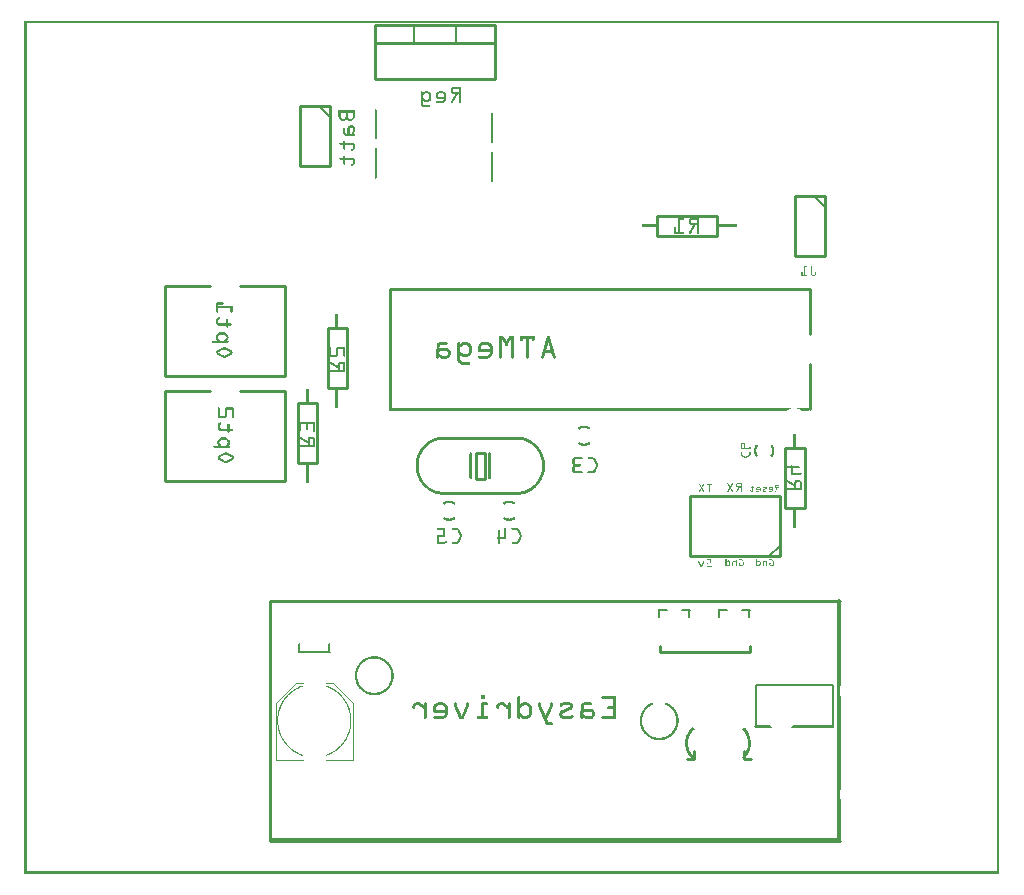
<source format=gbo>
G04 MADE WITH FRITZING*
G04 WWW.FRITZING.ORG*
G04 DOUBLE SIDED*
G04 HOLES PLATED*
G04 CONTOUR ON CENTER OF CONTOUR VECTOR*
%ASAXBY*%
%FSLAX23Y23*%
%MOIN*%
%OFA0B0*%
%SFA1.0B1.0*%
%ADD10R,0.038714X0.096457X0.019029X0.076772*%
%ADD11C,0.009843*%
%ADD12C,0.010000*%
%ADD13C,0.005000*%
%ADD14C,0.008000*%
%ADD15C,0.004000*%
%ADD16R,0.001000X0.001000*%
%LNSILK0*%
G90*
G70*
G54D11*
X1506Y1403D02*
X1535Y1403D01*
X1535Y1317D01*
X1506Y1317D01*
X1506Y1403D01*
D02*
G54D12*
X1567Y2830D02*
X1167Y2830D01*
D02*
X1167Y2830D02*
X1167Y2650D01*
D02*
X1167Y2650D02*
X1567Y2650D01*
D02*
X1567Y2650D02*
X1567Y2830D01*
D02*
X1567Y2830D02*
X1167Y2830D01*
D02*
X1167Y2830D02*
X1167Y2770D01*
D02*
X1167Y2770D02*
X1567Y2770D01*
D02*
X1567Y2770D02*
X1567Y2830D01*
G54D13*
D02*
X1437Y2830D02*
X1437Y2770D01*
D02*
X1297Y2830D02*
X1297Y2770D01*
G54D12*
D02*
X2717Y110D02*
X817Y110D01*
D02*
X817Y110D02*
X817Y910D01*
G54D14*
D02*
X2417Y880D02*
X2392Y880D01*
D02*
X2317Y880D02*
X2342Y880D01*
D02*
X2192Y880D02*
X2217Y880D01*
D02*
X2117Y880D02*
X2142Y880D01*
G54D12*
D02*
X817Y910D02*
X2717Y910D01*
G54D14*
D02*
X917Y740D02*
X1017Y740D01*
G54D12*
D02*
X2232Y385D02*
X2232Y410D01*
D02*
X2232Y385D02*
X2207Y385D01*
D02*
X2397Y410D02*
X2397Y385D01*
D02*
X2397Y385D02*
X2422Y385D01*
D02*
X2417Y760D02*
X2417Y740D01*
D02*
X2417Y740D02*
X2117Y740D01*
D02*
X2117Y740D02*
X2117Y760D01*
G54D15*
D02*
X1004Y382D02*
X1095Y382D01*
D02*
X1095Y382D02*
X1095Y571D01*
D02*
X1095Y571D02*
X1028Y638D01*
D02*
X1028Y638D02*
X1004Y638D01*
D02*
X929Y638D02*
X906Y638D01*
D02*
X906Y638D02*
X839Y571D01*
D02*
X839Y571D02*
X839Y382D01*
D02*
X839Y382D02*
X929Y382D01*
G54D14*
D02*
X2438Y630D02*
X2438Y490D01*
D02*
X2696Y490D02*
X2696Y630D01*
D02*
X2696Y630D02*
X2438Y630D01*
G54D12*
D02*
X2667Y2260D02*
X2667Y2060D01*
D02*
X2667Y2060D02*
X2567Y2060D01*
D02*
X2567Y2060D02*
X2567Y2260D01*
D02*
X2567Y2260D02*
X2667Y2260D01*
G54D13*
D02*
X2667Y2225D02*
X2632Y2260D01*
G54D12*
D02*
X2307Y2193D02*
X2107Y2193D01*
D02*
X2107Y2193D02*
X2107Y2127D01*
D02*
X2107Y2127D02*
X2307Y2127D01*
D02*
X2307Y2127D02*
X2307Y2193D01*
D02*
X2600Y1219D02*
X2600Y1419D01*
D02*
X2600Y1419D02*
X2534Y1419D01*
D02*
X2534Y1419D02*
X2534Y1219D01*
D02*
X2534Y1219D02*
X2600Y1219D01*
D02*
X1217Y1549D02*
X1217Y1949D01*
D02*
X1217Y1949D02*
X2617Y1949D01*
D02*
X2617Y1549D02*
X2617Y1699D01*
D02*
X2617Y1799D02*
X2617Y1949D01*
D02*
X867Y1610D02*
X867Y1310D01*
D02*
X867Y1310D02*
X467Y1310D01*
D02*
X467Y1310D02*
X467Y1610D01*
D02*
X867Y1610D02*
X717Y1610D01*
D02*
X617Y1610D02*
X467Y1610D01*
D02*
X867Y1960D02*
X867Y1660D01*
D02*
X867Y1660D02*
X467Y1660D01*
D02*
X467Y1660D02*
X467Y1960D01*
D02*
X867Y1960D02*
X717Y1960D01*
D02*
X617Y1960D02*
X467Y1960D01*
D02*
X1076Y1619D02*
X1076Y1819D01*
D02*
X1076Y1819D02*
X1010Y1819D01*
D02*
X1010Y1819D02*
X1010Y1619D01*
D02*
X1010Y1619D02*
X1076Y1619D01*
D02*
X1017Y2560D02*
X1017Y2360D01*
D02*
X1017Y2360D02*
X917Y2360D01*
D02*
X917Y2360D02*
X917Y2560D01*
D02*
X917Y2560D02*
X1017Y2560D01*
G54D13*
D02*
X1017Y2525D02*
X982Y2560D01*
G54D12*
D02*
X976Y1369D02*
X976Y1569D01*
D02*
X976Y1569D02*
X910Y1569D01*
D02*
X910Y1569D02*
X910Y1369D01*
D02*
X910Y1369D02*
X976Y1369D01*
D02*
X2517Y1060D02*
X2217Y1060D01*
D02*
X2217Y1060D02*
X2217Y1260D01*
D02*
X2217Y1260D02*
X2517Y1260D01*
D02*
X2517Y1260D02*
X2517Y1060D01*
G54D13*
D02*
X2482Y1060D02*
X2517Y1095D01*
G54D16*
X0Y2843D02*
X3249Y2843D01*
X0Y2842D02*
X3249Y2842D01*
X0Y2841D02*
X3249Y2841D01*
X0Y2840D02*
X3249Y2840D01*
X0Y2839D02*
X3249Y2839D01*
X0Y2838D02*
X3249Y2838D01*
X0Y2837D02*
X3249Y2837D01*
X0Y2836D02*
X3249Y2836D01*
X0Y2835D02*
X7Y2835D01*
X3242Y2835D02*
X3249Y2835D01*
X0Y2834D02*
X7Y2834D01*
X3242Y2834D02*
X3249Y2834D01*
X0Y2833D02*
X7Y2833D01*
X3242Y2833D02*
X3249Y2833D01*
X0Y2832D02*
X7Y2832D01*
X3242Y2832D02*
X3249Y2832D01*
X0Y2831D02*
X7Y2831D01*
X3242Y2831D02*
X3249Y2831D01*
X0Y2830D02*
X7Y2830D01*
X3242Y2830D02*
X3249Y2830D01*
X0Y2829D02*
X7Y2829D01*
X3242Y2829D02*
X3249Y2829D01*
X0Y2828D02*
X7Y2828D01*
X3242Y2828D02*
X3249Y2828D01*
X0Y2827D02*
X7Y2827D01*
X3242Y2827D02*
X3249Y2827D01*
X0Y2826D02*
X7Y2826D01*
X3242Y2826D02*
X3249Y2826D01*
X0Y2825D02*
X7Y2825D01*
X3242Y2825D02*
X3249Y2825D01*
X0Y2824D02*
X7Y2824D01*
X3242Y2824D02*
X3249Y2824D01*
X0Y2823D02*
X7Y2823D01*
X3242Y2823D02*
X3249Y2823D01*
X0Y2822D02*
X7Y2822D01*
X3242Y2822D02*
X3249Y2822D01*
X0Y2821D02*
X7Y2821D01*
X3242Y2821D02*
X3249Y2821D01*
X0Y2820D02*
X7Y2820D01*
X3242Y2820D02*
X3249Y2820D01*
X0Y2819D02*
X7Y2819D01*
X3242Y2819D02*
X3249Y2819D01*
X0Y2818D02*
X7Y2818D01*
X3242Y2818D02*
X3249Y2818D01*
X0Y2817D02*
X7Y2817D01*
X3242Y2817D02*
X3249Y2817D01*
X0Y2816D02*
X7Y2816D01*
X3242Y2816D02*
X3249Y2816D01*
X0Y2815D02*
X7Y2815D01*
X3242Y2815D02*
X3249Y2815D01*
X0Y2814D02*
X7Y2814D01*
X3242Y2814D02*
X3249Y2814D01*
X0Y2813D02*
X7Y2813D01*
X3242Y2813D02*
X3249Y2813D01*
X0Y2812D02*
X7Y2812D01*
X3242Y2812D02*
X3249Y2812D01*
X0Y2811D02*
X7Y2811D01*
X3242Y2811D02*
X3249Y2811D01*
X0Y2810D02*
X7Y2810D01*
X3242Y2810D02*
X3249Y2810D01*
X0Y2809D02*
X7Y2809D01*
X3242Y2809D02*
X3249Y2809D01*
X0Y2808D02*
X7Y2808D01*
X3242Y2808D02*
X3249Y2808D01*
X0Y2807D02*
X7Y2807D01*
X3242Y2807D02*
X3249Y2807D01*
X0Y2806D02*
X7Y2806D01*
X3242Y2806D02*
X3249Y2806D01*
X0Y2805D02*
X7Y2805D01*
X3242Y2805D02*
X3249Y2805D01*
X0Y2804D02*
X7Y2804D01*
X3242Y2804D02*
X3249Y2804D01*
X0Y2803D02*
X7Y2803D01*
X3242Y2803D02*
X3249Y2803D01*
X0Y2802D02*
X7Y2802D01*
X3242Y2802D02*
X3249Y2802D01*
X0Y2801D02*
X7Y2801D01*
X3242Y2801D02*
X3249Y2801D01*
X0Y2800D02*
X7Y2800D01*
X3242Y2800D02*
X3249Y2800D01*
X0Y2799D02*
X7Y2799D01*
X3242Y2799D02*
X3249Y2799D01*
X0Y2798D02*
X7Y2798D01*
X3242Y2798D02*
X3249Y2798D01*
X0Y2797D02*
X7Y2797D01*
X3242Y2797D02*
X3249Y2797D01*
X0Y2796D02*
X7Y2796D01*
X3242Y2796D02*
X3249Y2796D01*
X0Y2795D02*
X7Y2795D01*
X3242Y2795D02*
X3249Y2795D01*
X0Y2794D02*
X7Y2794D01*
X3242Y2794D02*
X3249Y2794D01*
X0Y2793D02*
X7Y2793D01*
X3242Y2793D02*
X3249Y2793D01*
X0Y2792D02*
X7Y2792D01*
X3242Y2792D02*
X3249Y2792D01*
X0Y2791D02*
X7Y2791D01*
X3242Y2791D02*
X3249Y2791D01*
X0Y2790D02*
X7Y2790D01*
X3242Y2790D02*
X3249Y2790D01*
X0Y2789D02*
X7Y2789D01*
X3242Y2789D02*
X3249Y2789D01*
X0Y2788D02*
X7Y2788D01*
X3242Y2788D02*
X3249Y2788D01*
X0Y2787D02*
X7Y2787D01*
X3242Y2787D02*
X3249Y2787D01*
X0Y2786D02*
X7Y2786D01*
X3242Y2786D02*
X3249Y2786D01*
X0Y2785D02*
X7Y2785D01*
X3242Y2785D02*
X3249Y2785D01*
X0Y2784D02*
X7Y2784D01*
X3242Y2784D02*
X3249Y2784D01*
X0Y2783D02*
X7Y2783D01*
X3242Y2783D02*
X3249Y2783D01*
X0Y2782D02*
X7Y2782D01*
X3242Y2782D02*
X3249Y2782D01*
X0Y2781D02*
X7Y2781D01*
X3242Y2781D02*
X3249Y2781D01*
X0Y2780D02*
X7Y2780D01*
X3242Y2780D02*
X3249Y2780D01*
X0Y2779D02*
X7Y2779D01*
X3242Y2779D02*
X3249Y2779D01*
X0Y2778D02*
X7Y2778D01*
X3242Y2778D02*
X3249Y2778D01*
X0Y2777D02*
X7Y2777D01*
X3242Y2777D02*
X3249Y2777D01*
X0Y2776D02*
X7Y2776D01*
X3242Y2776D02*
X3249Y2776D01*
X0Y2775D02*
X7Y2775D01*
X3242Y2775D02*
X3249Y2775D01*
X0Y2774D02*
X7Y2774D01*
X3242Y2774D02*
X3249Y2774D01*
X0Y2773D02*
X7Y2773D01*
X3242Y2773D02*
X3249Y2773D01*
X0Y2772D02*
X7Y2772D01*
X3242Y2772D02*
X3249Y2772D01*
X0Y2771D02*
X7Y2771D01*
X3242Y2771D02*
X3249Y2771D01*
X0Y2770D02*
X7Y2770D01*
X3242Y2770D02*
X3249Y2770D01*
X0Y2769D02*
X7Y2769D01*
X3242Y2769D02*
X3249Y2769D01*
X0Y2768D02*
X7Y2768D01*
X3242Y2768D02*
X3249Y2768D01*
X0Y2767D02*
X7Y2767D01*
X3242Y2767D02*
X3249Y2767D01*
X0Y2766D02*
X7Y2766D01*
X3242Y2766D02*
X3249Y2766D01*
X0Y2765D02*
X7Y2765D01*
X3242Y2765D02*
X3249Y2765D01*
X0Y2764D02*
X7Y2764D01*
X3242Y2764D02*
X3249Y2764D01*
X0Y2763D02*
X7Y2763D01*
X3242Y2763D02*
X3249Y2763D01*
X0Y2762D02*
X7Y2762D01*
X3242Y2762D02*
X3249Y2762D01*
X0Y2761D02*
X7Y2761D01*
X3242Y2761D02*
X3249Y2761D01*
X0Y2760D02*
X7Y2760D01*
X3242Y2760D02*
X3249Y2760D01*
X0Y2759D02*
X7Y2759D01*
X3242Y2759D02*
X3249Y2759D01*
X0Y2758D02*
X7Y2758D01*
X3242Y2758D02*
X3249Y2758D01*
X0Y2757D02*
X7Y2757D01*
X3242Y2757D02*
X3249Y2757D01*
X0Y2756D02*
X7Y2756D01*
X3242Y2756D02*
X3249Y2756D01*
X0Y2755D02*
X7Y2755D01*
X3242Y2755D02*
X3249Y2755D01*
X0Y2754D02*
X7Y2754D01*
X3242Y2754D02*
X3249Y2754D01*
X0Y2753D02*
X7Y2753D01*
X3242Y2753D02*
X3249Y2753D01*
X0Y2752D02*
X7Y2752D01*
X3242Y2752D02*
X3249Y2752D01*
X0Y2751D02*
X7Y2751D01*
X3242Y2751D02*
X3249Y2751D01*
X0Y2750D02*
X7Y2750D01*
X3242Y2750D02*
X3249Y2750D01*
X0Y2749D02*
X7Y2749D01*
X3242Y2749D02*
X3249Y2749D01*
X0Y2748D02*
X7Y2748D01*
X3242Y2748D02*
X3249Y2748D01*
X0Y2747D02*
X7Y2747D01*
X3242Y2747D02*
X3249Y2747D01*
X0Y2746D02*
X7Y2746D01*
X3242Y2746D02*
X3249Y2746D01*
X0Y2745D02*
X7Y2745D01*
X3242Y2745D02*
X3249Y2745D01*
X0Y2744D02*
X7Y2744D01*
X3242Y2744D02*
X3249Y2744D01*
X0Y2743D02*
X7Y2743D01*
X3242Y2743D02*
X3249Y2743D01*
X0Y2742D02*
X7Y2742D01*
X3242Y2742D02*
X3249Y2742D01*
X0Y2741D02*
X7Y2741D01*
X3242Y2741D02*
X3249Y2741D01*
X0Y2740D02*
X7Y2740D01*
X3242Y2740D02*
X3249Y2740D01*
X0Y2739D02*
X7Y2739D01*
X3242Y2739D02*
X3249Y2739D01*
X0Y2738D02*
X7Y2738D01*
X3242Y2738D02*
X3249Y2738D01*
X0Y2737D02*
X7Y2737D01*
X3242Y2737D02*
X3249Y2737D01*
X0Y2736D02*
X7Y2736D01*
X3242Y2736D02*
X3249Y2736D01*
X0Y2735D02*
X7Y2735D01*
X3242Y2735D02*
X3249Y2735D01*
X0Y2734D02*
X7Y2734D01*
X3242Y2734D02*
X3249Y2734D01*
X0Y2733D02*
X7Y2733D01*
X3242Y2733D02*
X3249Y2733D01*
X0Y2732D02*
X7Y2732D01*
X3242Y2732D02*
X3249Y2732D01*
X0Y2731D02*
X7Y2731D01*
X3242Y2731D02*
X3249Y2731D01*
X0Y2730D02*
X7Y2730D01*
X3242Y2730D02*
X3249Y2730D01*
X0Y2729D02*
X7Y2729D01*
X3242Y2729D02*
X3249Y2729D01*
X0Y2728D02*
X7Y2728D01*
X3242Y2728D02*
X3249Y2728D01*
X0Y2727D02*
X7Y2727D01*
X3242Y2727D02*
X3249Y2727D01*
X0Y2726D02*
X7Y2726D01*
X3242Y2726D02*
X3249Y2726D01*
X0Y2725D02*
X7Y2725D01*
X3242Y2725D02*
X3249Y2725D01*
X0Y2724D02*
X7Y2724D01*
X3242Y2724D02*
X3249Y2724D01*
X0Y2723D02*
X7Y2723D01*
X3242Y2723D02*
X3249Y2723D01*
X0Y2722D02*
X7Y2722D01*
X3242Y2722D02*
X3249Y2722D01*
X0Y2721D02*
X7Y2721D01*
X3242Y2721D02*
X3249Y2721D01*
X0Y2720D02*
X7Y2720D01*
X3242Y2720D02*
X3249Y2720D01*
X0Y2719D02*
X7Y2719D01*
X3242Y2719D02*
X3249Y2719D01*
X0Y2718D02*
X7Y2718D01*
X3242Y2718D02*
X3249Y2718D01*
X0Y2717D02*
X7Y2717D01*
X3242Y2717D02*
X3249Y2717D01*
X0Y2716D02*
X7Y2716D01*
X3242Y2716D02*
X3249Y2716D01*
X0Y2715D02*
X7Y2715D01*
X3242Y2715D02*
X3249Y2715D01*
X0Y2714D02*
X7Y2714D01*
X3242Y2714D02*
X3249Y2714D01*
X0Y2713D02*
X7Y2713D01*
X3242Y2713D02*
X3249Y2713D01*
X0Y2712D02*
X7Y2712D01*
X3242Y2712D02*
X3249Y2712D01*
X0Y2711D02*
X7Y2711D01*
X3242Y2711D02*
X3249Y2711D01*
X0Y2710D02*
X7Y2710D01*
X3242Y2710D02*
X3249Y2710D01*
X0Y2709D02*
X7Y2709D01*
X3242Y2709D02*
X3249Y2709D01*
X0Y2708D02*
X7Y2708D01*
X3242Y2708D02*
X3249Y2708D01*
X0Y2707D02*
X7Y2707D01*
X3242Y2707D02*
X3249Y2707D01*
X0Y2706D02*
X7Y2706D01*
X3242Y2706D02*
X3249Y2706D01*
X0Y2705D02*
X7Y2705D01*
X3242Y2705D02*
X3249Y2705D01*
X0Y2704D02*
X7Y2704D01*
X3242Y2704D02*
X3249Y2704D01*
X0Y2703D02*
X7Y2703D01*
X3242Y2703D02*
X3249Y2703D01*
X0Y2702D02*
X7Y2702D01*
X3242Y2702D02*
X3249Y2702D01*
X0Y2701D02*
X7Y2701D01*
X3242Y2701D02*
X3249Y2701D01*
X0Y2700D02*
X7Y2700D01*
X3242Y2700D02*
X3249Y2700D01*
X0Y2699D02*
X7Y2699D01*
X3242Y2699D02*
X3249Y2699D01*
X0Y2698D02*
X7Y2698D01*
X3242Y2698D02*
X3249Y2698D01*
X0Y2697D02*
X7Y2697D01*
X3242Y2697D02*
X3249Y2697D01*
X0Y2696D02*
X7Y2696D01*
X3242Y2696D02*
X3249Y2696D01*
X0Y2695D02*
X7Y2695D01*
X3242Y2695D02*
X3249Y2695D01*
X0Y2694D02*
X7Y2694D01*
X3242Y2694D02*
X3249Y2694D01*
X0Y2693D02*
X7Y2693D01*
X3242Y2693D02*
X3249Y2693D01*
X0Y2692D02*
X7Y2692D01*
X3242Y2692D02*
X3249Y2692D01*
X0Y2691D02*
X7Y2691D01*
X3242Y2691D02*
X3249Y2691D01*
X0Y2690D02*
X7Y2690D01*
X3242Y2690D02*
X3249Y2690D01*
X0Y2689D02*
X7Y2689D01*
X3242Y2689D02*
X3249Y2689D01*
X0Y2688D02*
X7Y2688D01*
X3242Y2688D02*
X3249Y2688D01*
X0Y2687D02*
X7Y2687D01*
X3242Y2687D02*
X3249Y2687D01*
X0Y2686D02*
X7Y2686D01*
X3242Y2686D02*
X3249Y2686D01*
X0Y2685D02*
X7Y2685D01*
X3242Y2685D02*
X3249Y2685D01*
X0Y2684D02*
X7Y2684D01*
X3242Y2684D02*
X3249Y2684D01*
X0Y2683D02*
X7Y2683D01*
X3242Y2683D02*
X3249Y2683D01*
X0Y2682D02*
X7Y2682D01*
X3242Y2682D02*
X3249Y2682D01*
X0Y2681D02*
X7Y2681D01*
X3242Y2681D02*
X3249Y2681D01*
X0Y2680D02*
X7Y2680D01*
X3242Y2680D02*
X3249Y2680D01*
X0Y2679D02*
X7Y2679D01*
X3242Y2679D02*
X3249Y2679D01*
X0Y2678D02*
X7Y2678D01*
X3242Y2678D02*
X3249Y2678D01*
X0Y2677D02*
X7Y2677D01*
X3242Y2677D02*
X3249Y2677D01*
X0Y2676D02*
X7Y2676D01*
X3242Y2676D02*
X3249Y2676D01*
X0Y2675D02*
X7Y2675D01*
X3242Y2675D02*
X3249Y2675D01*
X0Y2674D02*
X7Y2674D01*
X3242Y2674D02*
X3249Y2674D01*
X0Y2673D02*
X7Y2673D01*
X3242Y2673D02*
X3249Y2673D01*
X0Y2672D02*
X7Y2672D01*
X3242Y2672D02*
X3249Y2672D01*
X0Y2671D02*
X7Y2671D01*
X3242Y2671D02*
X3249Y2671D01*
X0Y2670D02*
X7Y2670D01*
X3242Y2670D02*
X3249Y2670D01*
X0Y2669D02*
X7Y2669D01*
X3242Y2669D02*
X3249Y2669D01*
X0Y2668D02*
X7Y2668D01*
X3242Y2668D02*
X3249Y2668D01*
X0Y2667D02*
X7Y2667D01*
X3242Y2667D02*
X3249Y2667D01*
X0Y2666D02*
X7Y2666D01*
X3242Y2666D02*
X3249Y2666D01*
X0Y2665D02*
X7Y2665D01*
X3242Y2665D02*
X3249Y2665D01*
X0Y2664D02*
X7Y2664D01*
X3242Y2664D02*
X3249Y2664D01*
X0Y2663D02*
X7Y2663D01*
X3242Y2663D02*
X3249Y2663D01*
X0Y2662D02*
X7Y2662D01*
X3242Y2662D02*
X3249Y2662D01*
X0Y2661D02*
X7Y2661D01*
X3242Y2661D02*
X3249Y2661D01*
X0Y2660D02*
X7Y2660D01*
X3242Y2660D02*
X3249Y2660D01*
X0Y2659D02*
X7Y2659D01*
X3242Y2659D02*
X3249Y2659D01*
X0Y2658D02*
X7Y2658D01*
X3242Y2658D02*
X3249Y2658D01*
X0Y2657D02*
X7Y2657D01*
X3242Y2657D02*
X3249Y2657D01*
X0Y2656D02*
X7Y2656D01*
X3242Y2656D02*
X3249Y2656D01*
X0Y2655D02*
X7Y2655D01*
X3242Y2655D02*
X3249Y2655D01*
X0Y2654D02*
X7Y2654D01*
X3242Y2654D02*
X3249Y2654D01*
X0Y2653D02*
X7Y2653D01*
X3242Y2653D02*
X3249Y2653D01*
X0Y2652D02*
X7Y2652D01*
X3242Y2652D02*
X3249Y2652D01*
X0Y2651D02*
X7Y2651D01*
X3242Y2651D02*
X3249Y2651D01*
X0Y2650D02*
X7Y2650D01*
X3242Y2650D02*
X3249Y2650D01*
X0Y2649D02*
X7Y2649D01*
X3242Y2649D02*
X3249Y2649D01*
X0Y2648D02*
X7Y2648D01*
X3242Y2648D02*
X3249Y2648D01*
X0Y2647D02*
X7Y2647D01*
X3242Y2647D02*
X3249Y2647D01*
X0Y2646D02*
X7Y2646D01*
X3242Y2646D02*
X3249Y2646D01*
X0Y2645D02*
X7Y2645D01*
X3242Y2645D02*
X3249Y2645D01*
X0Y2644D02*
X7Y2644D01*
X3242Y2644D02*
X3249Y2644D01*
X0Y2643D02*
X7Y2643D01*
X3242Y2643D02*
X3249Y2643D01*
X0Y2642D02*
X7Y2642D01*
X3242Y2642D02*
X3249Y2642D01*
X0Y2641D02*
X7Y2641D01*
X3242Y2641D02*
X3249Y2641D01*
X0Y2640D02*
X7Y2640D01*
X3242Y2640D02*
X3249Y2640D01*
X0Y2639D02*
X7Y2639D01*
X3242Y2639D02*
X3249Y2639D01*
X0Y2638D02*
X7Y2638D01*
X3242Y2638D02*
X3249Y2638D01*
X0Y2637D02*
X7Y2637D01*
X3242Y2637D02*
X3249Y2637D01*
X0Y2636D02*
X7Y2636D01*
X3242Y2636D02*
X3249Y2636D01*
X0Y2635D02*
X7Y2635D01*
X3242Y2635D02*
X3249Y2635D01*
X0Y2634D02*
X7Y2634D01*
X3242Y2634D02*
X3249Y2634D01*
X0Y2633D02*
X7Y2633D01*
X3242Y2633D02*
X3249Y2633D01*
X0Y2632D02*
X7Y2632D01*
X3242Y2632D02*
X3249Y2632D01*
X0Y2631D02*
X7Y2631D01*
X3242Y2631D02*
X3249Y2631D01*
X0Y2630D02*
X7Y2630D01*
X3242Y2630D02*
X3249Y2630D01*
X0Y2629D02*
X7Y2629D01*
X3242Y2629D02*
X3249Y2629D01*
X0Y2628D02*
X7Y2628D01*
X3242Y2628D02*
X3249Y2628D01*
X0Y2627D02*
X7Y2627D01*
X3242Y2627D02*
X3249Y2627D01*
X0Y2626D02*
X7Y2626D01*
X3242Y2626D02*
X3249Y2626D01*
X0Y2625D02*
X7Y2625D01*
X3242Y2625D02*
X3249Y2625D01*
X0Y2624D02*
X7Y2624D01*
X1430Y2624D02*
X1455Y2624D01*
X3242Y2624D02*
X3249Y2624D01*
X0Y2623D02*
X7Y2623D01*
X1427Y2623D02*
X1455Y2623D01*
X3242Y2623D02*
X3249Y2623D01*
X0Y2622D02*
X7Y2622D01*
X1426Y2622D02*
X1455Y2622D01*
X3242Y2622D02*
X3249Y2622D01*
X0Y2621D02*
X7Y2621D01*
X1425Y2621D02*
X1455Y2621D01*
X3242Y2621D02*
X3249Y2621D01*
X0Y2620D02*
X7Y2620D01*
X1424Y2620D02*
X1455Y2620D01*
X3242Y2620D02*
X3249Y2620D01*
X0Y2619D02*
X7Y2619D01*
X1423Y2619D02*
X1455Y2619D01*
X3242Y2619D02*
X3249Y2619D01*
X0Y2618D02*
X7Y2618D01*
X1422Y2618D02*
X1455Y2618D01*
X3242Y2618D02*
X3249Y2618D01*
X0Y2617D02*
X7Y2617D01*
X1422Y2617D02*
X1430Y2617D01*
X1449Y2617D02*
X1455Y2617D01*
X3242Y2617D02*
X3249Y2617D01*
X0Y2616D02*
X7Y2616D01*
X1422Y2616D02*
X1429Y2616D01*
X1449Y2616D02*
X1455Y2616D01*
X3242Y2616D02*
X3249Y2616D01*
X0Y2615D02*
X7Y2615D01*
X1422Y2615D02*
X1428Y2615D01*
X1449Y2615D02*
X1455Y2615D01*
X3242Y2615D02*
X3249Y2615D01*
X0Y2614D02*
X7Y2614D01*
X1422Y2614D02*
X1428Y2614D01*
X1449Y2614D02*
X1455Y2614D01*
X3242Y2614D02*
X3249Y2614D01*
X0Y2613D02*
X7Y2613D01*
X1422Y2613D02*
X1428Y2613D01*
X1449Y2613D02*
X1455Y2613D01*
X3242Y2613D02*
X3249Y2613D01*
X0Y2612D02*
X7Y2612D01*
X1422Y2612D02*
X1428Y2612D01*
X1449Y2612D02*
X1455Y2612D01*
X3242Y2612D02*
X3249Y2612D01*
X0Y2611D02*
X7Y2611D01*
X1422Y2611D02*
X1428Y2611D01*
X1449Y2611D02*
X1455Y2611D01*
X3242Y2611D02*
X3249Y2611D01*
X0Y2610D02*
X7Y2610D01*
X1422Y2610D02*
X1428Y2610D01*
X1449Y2610D02*
X1455Y2610D01*
X3242Y2610D02*
X3249Y2610D01*
X0Y2609D02*
X7Y2609D01*
X1323Y2609D02*
X1326Y2609D01*
X1335Y2609D02*
X1345Y2609D01*
X1381Y2609D02*
X1395Y2609D01*
X1422Y2609D02*
X1428Y2609D01*
X1449Y2609D02*
X1455Y2609D01*
X3242Y2609D02*
X3249Y2609D01*
X0Y2608D02*
X7Y2608D01*
X1322Y2608D02*
X1327Y2608D01*
X1333Y2608D02*
X1348Y2608D01*
X1379Y2608D02*
X1397Y2608D01*
X1422Y2608D02*
X1428Y2608D01*
X1449Y2608D02*
X1455Y2608D01*
X3242Y2608D02*
X3249Y2608D01*
X0Y2607D02*
X7Y2607D01*
X1322Y2607D02*
X1327Y2607D01*
X1331Y2607D02*
X1349Y2607D01*
X1378Y2607D02*
X1399Y2607D01*
X1422Y2607D02*
X1429Y2607D01*
X1449Y2607D02*
X1455Y2607D01*
X3242Y2607D02*
X3249Y2607D01*
X0Y2606D02*
X7Y2606D01*
X1322Y2606D02*
X1328Y2606D01*
X1330Y2606D02*
X1350Y2606D01*
X1377Y2606D02*
X1400Y2606D01*
X1422Y2606D02*
X1455Y2606D01*
X3242Y2606D02*
X3249Y2606D01*
X0Y2605D02*
X7Y2605D01*
X1322Y2605D02*
X1351Y2605D01*
X1375Y2605D02*
X1401Y2605D01*
X1423Y2605D02*
X1455Y2605D01*
X3242Y2605D02*
X3249Y2605D01*
X0Y2604D02*
X7Y2604D01*
X1322Y2604D02*
X1352Y2604D01*
X1374Y2604D02*
X1402Y2604D01*
X1423Y2604D02*
X1455Y2604D01*
X3242Y2604D02*
X3249Y2604D01*
X0Y2603D02*
X7Y2603D01*
X1322Y2603D02*
X1353Y2603D01*
X1374Y2603D02*
X1403Y2603D01*
X1424Y2603D02*
X1455Y2603D01*
X3242Y2603D02*
X3249Y2603D01*
X0Y2602D02*
X7Y2602D01*
X1322Y2602D02*
X1335Y2602D01*
X1345Y2602D02*
X1354Y2602D01*
X1373Y2602D02*
X1382Y2602D01*
X1395Y2602D02*
X1404Y2602D01*
X1425Y2602D02*
X1455Y2602D01*
X3242Y2602D02*
X3249Y2602D01*
X0Y2601D02*
X7Y2601D01*
X1322Y2601D02*
X1334Y2601D01*
X1346Y2601D02*
X1354Y2601D01*
X1372Y2601D02*
X1380Y2601D01*
X1396Y2601D02*
X1404Y2601D01*
X1427Y2601D02*
X1455Y2601D01*
X3242Y2601D02*
X3249Y2601D01*
X0Y2600D02*
X7Y2600D01*
X1322Y2600D02*
X1333Y2600D01*
X1347Y2600D02*
X1355Y2600D01*
X1372Y2600D02*
X1379Y2600D01*
X1397Y2600D02*
X1405Y2600D01*
X1429Y2600D02*
X1455Y2600D01*
X3242Y2600D02*
X3249Y2600D01*
X0Y2599D02*
X7Y2599D01*
X1322Y2599D02*
X1332Y2599D01*
X1348Y2599D02*
X1355Y2599D01*
X1372Y2599D02*
X1378Y2599D01*
X1398Y2599D02*
X1405Y2599D01*
X1436Y2599D02*
X1443Y2599D01*
X1449Y2599D02*
X1455Y2599D01*
X3242Y2599D02*
X3249Y2599D01*
X0Y2598D02*
X7Y2598D01*
X1322Y2598D02*
X1331Y2598D01*
X1349Y2598D02*
X1355Y2598D01*
X1372Y2598D02*
X1378Y2598D01*
X1399Y2598D02*
X1405Y2598D01*
X1435Y2598D02*
X1442Y2598D01*
X1449Y2598D02*
X1455Y2598D01*
X3242Y2598D02*
X3249Y2598D01*
X0Y2597D02*
X7Y2597D01*
X1322Y2597D02*
X1329Y2597D01*
X1349Y2597D02*
X1355Y2597D01*
X1372Y2597D02*
X1378Y2597D01*
X1399Y2597D02*
X1405Y2597D01*
X1435Y2597D02*
X1442Y2597D01*
X1449Y2597D02*
X1455Y2597D01*
X3242Y2597D02*
X3249Y2597D01*
X0Y2596D02*
X7Y2596D01*
X1322Y2596D02*
X1328Y2596D01*
X1349Y2596D02*
X1355Y2596D01*
X1372Y2596D02*
X1378Y2596D01*
X1399Y2596D02*
X1405Y2596D01*
X1434Y2596D02*
X1441Y2596D01*
X1449Y2596D02*
X1455Y2596D01*
X3242Y2596D02*
X3249Y2596D01*
X0Y2595D02*
X7Y2595D01*
X1322Y2595D02*
X1328Y2595D01*
X1349Y2595D02*
X1355Y2595D01*
X1372Y2595D02*
X1378Y2595D01*
X1399Y2595D02*
X1405Y2595D01*
X1434Y2595D02*
X1441Y2595D01*
X1449Y2595D02*
X1455Y2595D01*
X3242Y2595D02*
X3249Y2595D01*
X0Y2594D02*
X7Y2594D01*
X1322Y2594D02*
X1328Y2594D01*
X1349Y2594D02*
X1355Y2594D01*
X1372Y2594D02*
X1378Y2594D01*
X1399Y2594D02*
X1405Y2594D01*
X1433Y2594D02*
X1440Y2594D01*
X1449Y2594D02*
X1455Y2594D01*
X3242Y2594D02*
X3249Y2594D01*
X0Y2593D02*
X7Y2593D01*
X1322Y2593D02*
X1328Y2593D01*
X1349Y2593D02*
X1355Y2593D01*
X1372Y2593D02*
X1378Y2593D01*
X1399Y2593D02*
X1405Y2593D01*
X1432Y2593D02*
X1440Y2593D01*
X1449Y2593D02*
X1455Y2593D01*
X3242Y2593D02*
X3249Y2593D01*
X0Y2592D02*
X7Y2592D01*
X1322Y2592D02*
X1328Y2592D01*
X1349Y2592D02*
X1355Y2592D01*
X1372Y2592D02*
X1378Y2592D01*
X1399Y2592D02*
X1405Y2592D01*
X1432Y2592D02*
X1439Y2592D01*
X1449Y2592D02*
X1455Y2592D01*
X3242Y2592D02*
X3249Y2592D01*
X0Y2591D02*
X7Y2591D01*
X1322Y2591D02*
X1328Y2591D01*
X1349Y2591D02*
X1355Y2591D01*
X1372Y2591D02*
X1405Y2591D01*
X1431Y2591D02*
X1438Y2591D01*
X1449Y2591D02*
X1455Y2591D01*
X3242Y2591D02*
X3249Y2591D01*
X0Y2590D02*
X7Y2590D01*
X1322Y2590D02*
X1328Y2590D01*
X1349Y2590D02*
X1355Y2590D01*
X1372Y2590D02*
X1405Y2590D01*
X1431Y2590D02*
X1438Y2590D01*
X1449Y2590D02*
X1455Y2590D01*
X3242Y2590D02*
X3249Y2590D01*
X0Y2589D02*
X7Y2589D01*
X1322Y2589D02*
X1328Y2589D01*
X1349Y2589D02*
X1355Y2589D01*
X1372Y2589D02*
X1405Y2589D01*
X1430Y2589D02*
X1437Y2589D01*
X1449Y2589D02*
X1455Y2589D01*
X3242Y2589D02*
X3249Y2589D01*
X0Y2588D02*
X7Y2588D01*
X1322Y2588D02*
X1328Y2588D01*
X1349Y2588D02*
X1355Y2588D01*
X1372Y2588D02*
X1405Y2588D01*
X1429Y2588D02*
X1437Y2588D01*
X1449Y2588D02*
X1455Y2588D01*
X3242Y2588D02*
X3249Y2588D01*
X0Y2587D02*
X7Y2587D01*
X1322Y2587D02*
X1328Y2587D01*
X1349Y2587D02*
X1355Y2587D01*
X1372Y2587D02*
X1405Y2587D01*
X1429Y2587D02*
X1436Y2587D01*
X1449Y2587D02*
X1455Y2587D01*
X3242Y2587D02*
X3249Y2587D01*
X0Y2586D02*
X7Y2586D01*
X1322Y2586D02*
X1329Y2586D01*
X1349Y2586D02*
X1355Y2586D01*
X1372Y2586D02*
X1405Y2586D01*
X1428Y2586D02*
X1435Y2586D01*
X1449Y2586D02*
X1455Y2586D01*
X3242Y2586D02*
X3249Y2586D01*
X0Y2585D02*
X7Y2585D01*
X1322Y2585D02*
X1330Y2585D01*
X1349Y2585D02*
X1355Y2585D01*
X1374Y2585D02*
X1405Y2585D01*
X1428Y2585D02*
X1435Y2585D01*
X1449Y2585D02*
X1455Y2585D01*
X3242Y2585D02*
X3249Y2585D01*
X0Y2584D02*
X7Y2584D01*
X1322Y2584D02*
X1331Y2584D01*
X1349Y2584D02*
X1355Y2584D01*
X1399Y2584D02*
X1405Y2584D01*
X1427Y2584D02*
X1434Y2584D01*
X1449Y2584D02*
X1455Y2584D01*
X3242Y2584D02*
X3249Y2584D01*
X0Y2583D02*
X7Y2583D01*
X1322Y2583D02*
X1332Y2583D01*
X1348Y2583D02*
X1355Y2583D01*
X1399Y2583D02*
X1405Y2583D01*
X1427Y2583D02*
X1434Y2583D01*
X1449Y2583D02*
X1455Y2583D01*
X3242Y2583D02*
X3249Y2583D01*
X0Y2582D02*
X7Y2582D01*
X1322Y2582D02*
X1333Y2582D01*
X1347Y2582D02*
X1355Y2582D01*
X1399Y2582D02*
X1405Y2582D01*
X1426Y2582D02*
X1433Y2582D01*
X1449Y2582D02*
X1455Y2582D01*
X3242Y2582D02*
X3249Y2582D01*
X0Y2581D02*
X7Y2581D01*
X1322Y2581D02*
X1335Y2581D01*
X1346Y2581D02*
X1354Y2581D01*
X1399Y2581D02*
X1405Y2581D01*
X1425Y2581D02*
X1433Y2581D01*
X1449Y2581D02*
X1455Y2581D01*
X3242Y2581D02*
X3249Y2581D01*
X0Y2580D02*
X7Y2580D01*
X1322Y2580D02*
X1336Y2580D01*
X1344Y2580D02*
X1354Y2580D01*
X1398Y2580D02*
X1405Y2580D01*
X1425Y2580D02*
X1432Y2580D01*
X1449Y2580D02*
X1455Y2580D01*
X3242Y2580D02*
X3249Y2580D01*
X0Y2579D02*
X7Y2579D01*
X1322Y2579D02*
X1353Y2579D01*
X1397Y2579D02*
X1405Y2579D01*
X1424Y2579D02*
X1431Y2579D01*
X1449Y2579D02*
X1455Y2579D01*
X3242Y2579D02*
X3249Y2579D01*
X0Y2578D02*
X7Y2578D01*
X1322Y2578D02*
X1352Y2578D01*
X1396Y2578D02*
X1404Y2578D01*
X1424Y2578D02*
X1431Y2578D01*
X1449Y2578D02*
X1455Y2578D01*
X3242Y2578D02*
X3249Y2578D01*
X0Y2577D02*
X7Y2577D01*
X1322Y2577D02*
X1351Y2577D01*
X1375Y2577D02*
X1404Y2577D01*
X1423Y2577D02*
X1430Y2577D01*
X1449Y2577D02*
X1455Y2577D01*
X3242Y2577D02*
X3249Y2577D01*
X0Y2576D02*
X7Y2576D01*
X1322Y2576D02*
X1328Y2576D01*
X1330Y2576D02*
X1350Y2576D01*
X1373Y2576D02*
X1403Y2576D01*
X1422Y2576D02*
X1430Y2576D01*
X1449Y2576D02*
X1455Y2576D01*
X3242Y2576D02*
X3249Y2576D01*
X0Y2575D02*
X7Y2575D01*
X1322Y2575D02*
X1328Y2575D01*
X1332Y2575D02*
X1348Y2575D01*
X1372Y2575D02*
X1402Y2575D01*
X1422Y2575D02*
X1429Y2575D01*
X1449Y2575D02*
X1455Y2575D01*
X3242Y2575D02*
X3249Y2575D01*
X0Y2574D02*
X7Y2574D01*
X1322Y2574D02*
X1328Y2574D01*
X1334Y2574D02*
X1347Y2574D01*
X1372Y2574D02*
X1401Y2574D01*
X1422Y2574D02*
X1428Y2574D01*
X1449Y2574D02*
X1455Y2574D01*
X3242Y2574D02*
X3249Y2574D01*
X0Y2573D02*
X7Y2573D01*
X1322Y2573D02*
X1328Y2573D01*
X1337Y2573D02*
X1343Y2573D01*
X1372Y2573D02*
X1400Y2573D01*
X1422Y2573D02*
X1428Y2573D01*
X1449Y2573D02*
X1455Y2573D01*
X3242Y2573D02*
X3249Y2573D01*
X0Y2572D02*
X7Y2572D01*
X1322Y2572D02*
X1328Y2572D01*
X1372Y2572D02*
X1398Y2572D01*
X1422Y2572D02*
X1427Y2572D01*
X1449Y2572D02*
X1455Y2572D01*
X3242Y2572D02*
X3249Y2572D01*
X0Y2571D02*
X7Y2571D01*
X1322Y2571D02*
X1328Y2571D01*
X1373Y2571D02*
X1397Y2571D01*
X1423Y2571D02*
X1427Y2571D01*
X1450Y2571D02*
X1454Y2571D01*
X3242Y2571D02*
X3249Y2571D01*
X0Y2570D02*
X7Y2570D01*
X1322Y2570D02*
X1328Y2570D01*
X1376Y2570D02*
X1392Y2570D01*
X3242Y2570D02*
X3249Y2570D01*
X0Y2569D02*
X7Y2569D01*
X1322Y2569D02*
X1328Y2569D01*
X3242Y2569D02*
X3249Y2569D01*
X0Y2568D02*
X7Y2568D01*
X1322Y2568D02*
X1328Y2568D01*
X3242Y2568D02*
X3249Y2568D01*
X0Y2567D02*
X7Y2567D01*
X1322Y2567D02*
X1328Y2567D01*
X3242Y2567D02*
X3249Y2567D01*
X0Y2566D02*
X7Y2566D01*
X1322Y2566D02*
X1328Y2566D01*
X3242Y2566D02*
X3249Y2566D01*
X0Y2565D02*
X7Y2565D01*
X1322Y2565D02*
X1329Y2565D01*
X3242Y2565D02*
X3249Y2565D01*
X0Y2564D02*
X7Y2564D01*
X1322Y2564D02*
X1330Y2564D01*
X3242Y2564D02*
X3249Y2564D01*
X0Y2563D02*
X7Y2563D01*
X1323Y2563D02*
X1331Y2563D01*
X3242Y2563D02*
X3249Y2563D01*
X0Y2562D02*
X7Y2562D01*
X1323Y2562D02*
X1350Y2562D01*
X3242Y2562D02*
X3249Y2562D01*
X0Y2561D02*
X7Y2561D01*
X1324Y2561D02*
X1351Y2561D01*
X3242Y2561D02*
X3249Y2561D01*
X0Y2560D02*
X7Y2560D01*
X1325Y2560D02*
X1351Y2560D01*
X3242Y2560D02*
X3249Y2560D01*
X0Y2559D02*
X7Y2559D01*
X1326Y2559D02*
X1352Y2559D01*
X3242Y2559D02*
X3249Y2559D01*
X0Y2558D02*
X7Y2558D01*
X1328Y2558D02*
X1352Y2558D01*
X3242Y2558D02*
X3249Y2558D01*
X0Y2557D02*
X7Y2557D01*
X1329Y2557D02*
X1351Y2557D01*
X3242Y2557D02*
X3249Y2557D01*
X0Y2556D02*
X7Y2556D01*
X1331Y2556D02*
X1350Y2556D01*
X3242Y2556D02*
X3249Y2556D01*
X0Y2555D02*
X7Y2555D01*
X3242Y2555D02*
X3249Y2555D01*
X0Y2554D02*
X7Y2554D01*
X3242Y2554D02*
X3249Y2554D01*
X0Y2553D02*
X7Y2553D01*
X3242Y2553D02*
X3249Y2553D01*
X0Y2552D02*
X7Y2552D01*
X3242Y2552D02*
X3249Y2552D01*
X0Y2551D02*
X7Y2551D01*
X3242Y2551D02*
X3249Y2551D01*
X0Y2550D02*
X7Y2550D01*
X1171Y2550D02*
X1172Y2550D01*
X3242Y2550D02*
X3249Y2550D01*
X0Y2549D02*
X7Y2549D01*
X1170Y2549D02*
X1172Y2549D01*
X3242Y2549D02*
X3249Y2549D01*
X0Y2548D02*
X7Y2548D01*
X1170Y2548D02*
X1173Y2548D01*
X3242Y2548D02*
X3249Y2548D01*
X0Y2547D02*
X7Y2547D01*
X1170Y2547D02*
X1173Y2547D01*
X3242Y2547D02*
X3249Y2547D01*
X0Y2546D02*
X7Y2546D01*
X1169Y2546D02*
X1173Y2546D01*
X3242Y2546D02*
X3249Y2546D01*
X0Y2545D02*
X7Y2545D01*
X1047Y2545D02*
X1100Y2545D01*
X1169Y2545D02*
X1173Y2545D01*
X3242Y2545D02*
X3249Y2545D01*
X0Y2544D02*
X7Y2544D01*
X1047Y2544D02*
X1101Y2544D01*
X1169Y2544D02*
X1173Y2544D01*
X3242Y2544D02*
X3249Y2544D01*
X0Y2543D02*
X7Y2543D01*
X1047Y2543D02*
X1101Y2543D01*
X1169Y2543D02*
X1174Y2543D01*
X3242Y2543D02*
X3249Y2543D01*
X0Y2542D02*
X7Y2542D01*
X1047Y2542D02*
X1101Y2542D01*
X1169Y2542D02*
X1174Y2542D01*
X3242Y2542D02*
X3249Y2542D01*
X0Y2541D02*
X7Y2541D01*
X1047Y2541D02*
X1101Y2541D01*
X1169Y2541D02*
X1174Y2541D01*
X3242Y2541D02*
X3249Y2541D01*
X0Y2540D02*
X7Y2540D01*
X1047Y2540D02*
X1101Y2540D01*
X1169Y2540D02*
X1174Y2540D01*
X3242Y2540D02*
X3249Y2540D01*
X0Y2539D02*
X7Y2539D01*
X1047Y2539D02*
X1101Y2539D01*
X1169Y2539D02*
X1174Y2539D01*
X3242Y2539D02*
X3249Y2539D01*
X0Y2538D02*
X7Y2538D01*
X1047Y2538D02*
X1053Y2538D01*
X1071Y2538D02*
X1077Y2538D01*
X1094Y2538D02*
X1101Y2538D01*
X1168Y2538D02*
X1174Y2538D01*
X3242Y2538D02*
X3249Y2538D01*
X0Y2537D02*
X7Y2537D01*
X1047Y2537D02*
X1053Y2537D01*
X1071Y2537D02*
X1077Y2537D01*
X1094Y2537D02*
X1101Y2537D01*
X1168Y2537D02*
X1174Y2537D01*
X1558Y2537D02*
X1559Y2537D01*
X3242Y2537D02*
X3249Y2537D01*
X0Y2536D02*
X7Y2536D01*
X1047Y2536D02*
X1053Y2536D01*
X1071Y2536D02*
X1077Y2536D01*
X1094Y2536D02*
X1101Y2536D01*
X1168Y2536D02*
X1174Y2536D01*
X1557Y2536D02*
X1559Y2536D01*
X3242Y2536D02*
X3249Y2536D01*
X0Y2535D02*
X7Y2535D01*
X1047Y2535D02*
X1053Y2535D01*
X1071Y2535D02*
X1077Y2535D01*
X1094Y2535D02*
X1101Y2535D01*
X1168Y2535D02*
X1174Y2535D01*
X1557Y2535D02*
X1560Y2535D01*
X3242Y2535D02*
X3249Y2535D01*
X0Y2534D02*
X7Y2534D01*
X1047Y2534D02*
X1053Y2534D01*
X1071Y2534D02*
X1077Y2534D01*
X1094Y2534D02*
X1101Y2534D01*
X1168Y2534D02*
X1174Y2534D01*
X1557Y2534D02*
X1560Y2534D01*
X3242Y2534D02*
X3249Y2534D01*
X0Y2533D02*
X7Y2533D01*
X1047Y2533D02*
X1053Y2533D01*
X1071Y2533D02*
X1077Y2533D01*
X1094Y2533D02*
X1101Y2533D01*
X1168Y2533D02*
X1174Y2533D01*
X1556Y2533D02*
X1560Y2533D01*
X3242Y2533D02*
X3249Y2533D01*
X0Y2532D02*
X7Y2532D01*
X1047Y2532D02*
X1053Y2532D01*
X1071Y2532D02*
X1077Y2532D01*
X1094Y2532D02*
X1101Y2532D01*
X1168Y2532D02*
X1174Y2532D01*
X1556Y2532D02*
X1560Y2532D01*
X3242Y2532D02*
X3249Y2532D01*
X0Y2531D02*
X7Y2531D01*
X1047Y2531D02*
X1053Y2531D01*
X1071Y2531D02*
X1077Y2531D01*
X1094Y2531D02*
X1101Y2531D01*
X1168Y2531D02*
X1174Y2531D01*
X1556Y2531D02*
X1561Y2531D01*
X3242Y2531D02*
X3249Y2531D01*
X0Y2530D02*
X7Y2530D01*
X1047Y2530D02*
X1053Y2530D01*
X1071Y2530D02*
X1077Y2530D01*
X1094Y2530D02*
X1101Y2530D01*
X1168Y2530D02*
X1174Y2530D01*
X1556Y2530D02*
X1561Y2530D01*
X3242Y2530D02*
X3249Y2530D01*
X0Y2529D02*
X7Y2529D01*
X1047Y2529D02*
X1053Y2529D01*
X1071Y2529D02*
X1077Y2529D01*
X1094Y2529D02*
X1101Y2529D01*
X1168Y2529D02*
X1174Y2529D01*
X1556Y2529D02*
X1561Y2529D01*
X3242Y2529D02*
X3249Y2529D01*
X0Y2528D02*
X7Y2528D01*
X1047Y2528D02*
X1053Y2528D01*
X1071Y2528D02*
X1077Y2528D01*
X1094Y2528D02*
X1101Y2528D01*
X1168Y2528D02*
X1174Y2528D01*
X1556Y2528D02*
X1561Y2528D01*
X3242Y2528D02*
X3249Y2528D01*
X0Y2527D02*
X7Y2527D01*
X1047Y2527D02*
X1053Y2527D01*
X1071Y2527D02*
X1077Y2527D01*
X1094Y2527D02*
X1101Y2527D01*
X1168Y2527D02*
X1174Y2527D01*
X1556Y2527D02*
X1561Y2527D01*
X3242Y2527D02*
X3249Y2527D01*
X0Y2526D02*
X7Y2526D01*
X1047Y2526D02*
X1053Y2526D01*
X1071Y2526D02*
X1077Y2526D01*
X1094Y2526D02*
X1101Y2526D01*
X1168Y2526D02*
X1174Y2526D01*
X1556Y2526D02*
X1561Y2526D01*
X3242Y2526D02*
X3249Y2526D01*
X0Y2525D02*
X7Y2525D01*
X1047Y2525D02*
X1053Y2525D01*
X1071Y2525D02*
X1077Y2525D01*
X1094Y2525D02*
X1100Y2525D01*
X1168Y2525D02*
X1174Y2525D01*
X1556Y2525D02*
X1561Y2525D01*
X3242Y2525D02*
X3249Y2525D01*
X0Y2524D02*
X7Y2524D01*
X1047Y2524D02*
X1053Y2524D01*
X1071Y2524D02*
X1077Y2524D01*
X1094Y2524D02*
X1100Y2524D01*
X1168Y2524D02*
X1174Y2524D01*
X1556Y2524D02*
X1561Y2524D01*
X3242Y2524D02*
X3249Y2524D01*
X0Y2523D02*
X7Y2523D01*
X1047Y2523D02*
X1054Y2523D01*
X1071Y2523D02*
X1077Y2523D01*
X1094Y2523D02*
X1100Y2523D01*
X1168Y2523D02*
X1174Y2523D01*
X1556Y2523D02*
X1561Y2523D01*
X3242Y2523D02*
X3249Y2523D01*
X0Y2522D02*
X7Y2522D01*
X1048Y2522D02*
X1054Y2522D01*
X1070Y2522D02*
X1077Y2522D01*
X1094Y2522D02*
X1100Y2522D01*
X1168Y2522D02*
X1174Y2522D01*
X1556Y2522D02*
X1561Y2522D01*
X3242Y2522D02*
X3249Y2522D01*
X0Y2521D02*
X7Y2521D01*
X1048Y2521D02*
X1055Y2521D01*
X1070Y2521D02*
X1078Y2521D01*
X1093Y2521D02*
X1100Y2521D01*
X1168Y2521D02*
X1174Y2521D01*
X1556Y2521D02*
X1561Y2521D01*
X3242Y2521D02*
X3249Y2521D01*
X0Y2520D02*
X7Y2520D01*
X1048Y2520D02*
X1055Y2520D01*
X1069Y2520D02*
X1079Y2520D01*
X1092Y2520D02*
X1100Y2520D01*
X1168Y2520D02*
X1174Y2520D01*
X1556Y2520D02*
X1561Y2520D01*
X3242Y2520D02*
X3249Y2520D01*
X0Y2519D02*
X7Y2519D01*
X1049Y2519D02*
X1057Y2519D01*
X1068Y2519D02*
X1080Y2519D01*
X1091Y2519D02*
X1099Y2519D01*
X1168Y2519D02*
X1174Y2519D01*
X1556Y2519D02*
X1561Y2519D01*
X3242Y2519D02*
X3249Y2519D01*
X0Y2518D02*
X7Y2518D01*
X1049Y2518D02*
X1059Y2518D01*
X1065Y2518D02*
X1082Y2518D01*
X1089Y2518D02*
X1099Y2518D01*
X1168Y2518D02*
X1174Y2518D01*
X1556Y2518D02*
X1561Y2518D01*
X3242Y2518D02*
X3249Y2518D01*
X0Y2517D02*
X7Y2517D01*
X1050Y2517D02*
X1098Y2517D01*
X1168Y2517D02*
X1174Y2517D01*
X1556Y2517D02*
X1561Y2517D01*
X3242Y2517D02*
X3249Y2517D01*
X0Y2516D02*
X7Y2516D01*
X1051Y2516D02*
X1097Y2516D01*
X1168Y2516D02*
X1174Y2516D01*
X1556Y2516D02*
X1561Y2516D01*
X3242Y2516D02*
X3249Y2516D01*
X0Y2515D02*
X7Y2515D01*
X1051Y2515D02*
X1073Y2515D01*
X1075Y2515D02*
X1096Y2515D01*
X1168Y2515D02*
X1174Y2515D01*
X1556Y2515D02*
X1561Y2515D01*
X3242Y2515D02*
X3249Y2515D01*
X0Y2514D02*
X7Y2514D01*
X1053Y2514D02*
X1072Y2514D01*
X1076Y2514D02*
X1095Y2514D01*
X1168Y2514D02*
X1174Y2514D01*
X1556Y2514D02*
X1561Y2514D01*
X3242Y2514D02*
X3249Y2514D01*
X0Y2513D02*
X7Y2513D01*
X1054Y2513D02*
X1070Y2513D01*
X1077Y2513D02*
X1094Y2513D01*
X1168Y2513D02*
X1174Y2513D01*
X1556Y2513D02*
X1561Y2513D01*
X3242Y2513D02*
X3249Y2513D01*
X0Y2512D02*
X7Y2512D01*
X1056Y2512D02*
X1069Y2512D01*
X1079Y2512D02*
X1092Y2512D01*
X1168Y2512D02*
X1174Y2512D01*
X1556Y2512D02*
X1561Y2512D01*
X3242Y2512D02*
X3249Y2512D01*
X0Y2511D02*
X7Y2511D01*
X1059Y2511D02*
X1065Y2511D01*
X1083Y2511D02*
X1089Y2511D01*
X1168Y2511D02*
X1174Y2511D01*
X1556Y2511D02*
X1561Y2511D01*
X3242Y2511D02*
X3249Y2511D01*
X0Y2510D02*
X7Y2510D01*
X1168Y2510D02*
X1174Y2510D01*
X1556Y2510D02*
X1561Y2510D01*
X3242Y2510D02*
X3249Y2510D01*
X0Y2509D02*
X7Y2509D01*
X1168Y2509D02*
X1174Y2509D01*
X1556Y2509D02*
X1561Y2509D01*
X3242Y2509D02*
X3249Y2509D01*
X0Y2508D02*
X7Y2508D01*
X1168Y2508D02*
X1174Y2508D01*
X1556Y2508D02*
X1561Y2508D01*
X3242Y2508D02*
X3249Y2508D01*
X0Y2507D02*
X7Y2507D01*
X1168Y2507D02*
X1174Y2507D01*
X1556Y2507D02*
X1561Y2507D01*
X3242Y2507D02*
X3249Y2507D01*
X0Y2506D02*
X7Y2506D01*
X1168Y2506D02*
X1174Y2506D01*
X1556Y2506D02*
X1561Y2506D01*
X3242Y2506D02*
X3249Y2506D01*
X0Y2505D02*
X7Y2505D01*
X1168Y2505D02*
X1174Y2505D01*
X1556Y2505D02*
X1561Y2505D01*
X3242Y2505D02*
X3249Y2505D01*
X0Y2504D02*
X7Y2504D01*
X1168Y2504D02*
X1174Y2504D01*
X1556Y2504D02*
X1561Y2504D01*
X3242Y2504D02*
X3249Y2504D01*
X0Y2503D02*
X7Y2503D01*
X1168Y2503D02*
X1174Y2503D01*
X1556Y2503D02*
X1561Y2503D01*
X3242Y2503D02*
X3249Y2503D01*
X0Y2502D02*
X7Y2502D01*
X1168Y2502D02*
X1174Y2502D01*
X1556Y2502D02*
X1561Y2502D01*
X3242Y2502D02*
X3249Y2502D01*
X0Y2501D02*
X7Y2501D01*
X1168Y2501D02*
X1174Y2501D01*
X1556Y2501D02*
X1561Y2501D01*
X3242Y2501D02*
X3249Y2501D01*
X0Y2500D02*
X7Y2500D01*
X1168Y2500D02*
X1174Y2500D01*
X1556Y2500D02*
X1561Y2500D01*
X3242Y2500D02*
X3249Y2500D01*
X0Y2499D02*
X7Y2499D01*
X1168Y2499D02*
X1174Y2499D01*
X1556Y2499D02*
X1561Y2499D01*
X3242Y2499D02*
X3249Y2499D01*
X0Y2498D02*
X7Y2498D01*
X1168Y2498D02*
X1174Y2498D01*
X1556Y2498D02*
X1561Y2498D01*
X3242Y2498D02*
X3249Y2498D01*
X0Y2497D02*
X7Y2497D01*
X1168Y2497D02*
X1174Y2497D01*
X1556Y2497D02*
X1561Y2497D01*
X3242Y2497D02*
X3249Y2497D01*
X0Y2496D02*
X7Y2496D01*
X1168Y2496D02*
X1174Y2496D01*
X1556Y2496D02*
X1561Y2496D01*
X3242Y2496D02*
X3249Y2496D01*
X0Y2495D02*
X7Y2495D01*
X1084Y2495D02*
X1093Y2495D01*
X1168Y2495D02*
X1174Y2495D01*
X1556Y2495D02*
X1561Y2495D01*
X3242Y2495D02*
X3249Y2495D01*
X0Y2494D02*
X7Y2494D01*
X1082Y2494D02*
X1095Y2494D01*
X1168Y2494D02*
X1174Y2494D01*
X1556Y2494D02*
X1561Y2494D01*
X3242Y2494D02*
X3249Y2494D01*
X0Y2493D02*
X7Y2493D01*
X1081Y2493D02*
X1097Y2493D01*
X1168Y2493D02*
X1174Y2493D01*
X1556Y2493D02*
X1561Y2493D01*
X3242Y2493D02*
X3249Y2493D01*
X0Y2492D02*
X7Y2492D01*
X1080Y2492D02*
X1098Y2492D01*
X1168Y2492D02*
X1174Y2492D01*
X1556Y2492D02*
X1561Y2492D01*
X3242Y2492D02*
X3249Y2492D01*
X0Y2491D02*
X7Y2491D01*
X1079Y2491D02*
X1099Y2491D01*
X1168Y2491D02*
X1174Y2491D01*
X1556Y2491D02*
X1561Y2491D01*
X3242Y2491D02*
X3249Y2491D01*
X0Y2490D02*
X7Y2490D01*
X1078Y2490D02*
X1099Y2490D01*
X1168Y2490D02*
X1174Y2490D01*
X1556Y2490D02*
X1561Y2490D01*
X3242Y2490D02*
X3249Y2490D01*
X0Y2489D02*
X7Y2489D01*
X1078Y2489D02*
X1100Y2489D01*
X1168Y2489D02*
X1174Y2489D01*
X1556Y2489D02*
X1561Y2489D01*
X3242Y2489D02*
X3249Y2489D01*
X0Y2488D02*
X7Y2488D01*
X1064Y2488D02*
X1066Y2488D01*
X1077Y2488D02*
X1085Y2488D01*
X1093Y2488D02*
X1100Y2488D01*
X1168Y2488D02*
X1174Y2488D01*
X1556Y2488D02*
X1561Y2488D01*
X3242Y2488D02*
X3249Y2488D01*
X0Y2487D02*
X7Y2487D01*
X1063Y2487D02*
X1067Y2487D01*
X1077Y2487D02*
X1083Y2487D01*
X1094Y2487D02*
X1100Y2487D01*
X1168Y2487D02*
X1174Y2487D01*
X1556Y2487D02*
X1561Y2487D01*
X3242Y2487D02*
X3249Y2487D01*
X0Y2486D02*
X7Y2486D01*
X1062Y2486D02*
X1068Y2486D01*
X1077Y2486D02*
X1083Y2486D01*
X1094Y2486D02*
X1100Y2486D01*
X1168Y2486D02*
X1174Y2486D01*
X1556Y2486D02*
X1561Y2486D01*
X3242Y2486D02*
X3249Y2486D01*
X0Y2485D02*
X7Y2485D01*
X1062Y2485D02*
X1068Y2485D01*
X1077Y2485D02*
X1083Y2485D01*
X1094Y2485D02*
X1100Y2485D01*
X1168Y2485D02*
X1174Y2485D01*
X1556Y2485D02*
X1561Y2485D01*
X3242Y2485D02*
X3249Y2485D01*
X0Y2484D02*
X7Y2484D01*
X1062Y2484D02*
X1068Y2484D01*
X1077Y2484D02*
X1083Y2484D01*
X1094Y2484D02*
X1101Y2484D01*
X1168Y2484D02*
X1174Y2484D01*
X1556Y2484D02*
X1561Y2484D01*
X3242Y2484D02*
X3249Y2484D01*
X0Y2483D02*
X7Y2483D01*
X1062Y2483D02*
X1068Y2483D01*
X1077Y2483D02*
X1083Y2483D01*
X1094Y2483D02*
X1101Y2483D01*
X1168Y2483D02*
X1174Y2483D01*
X1556Y2483D02*
X1561Y2483D01*
X3242Y2483D02*
X3249Y2483D01*
X0Y2482D02*
X7Y2482D01*
X1062Y2482D02*
X1068Y2482D01*
X1077Y2482D02*
X1083Y2482D01*
X1094Y2482D02*
X1101Y2482D01*
X1168Y2482D02*
X1174Y2482D01*
X1556Y2482D02*
X1561Y2482D01*
X3242Y2482D02*
X3249Y2482D01*
X0Y2481D02*
X7Y2481D01*
X1062Y2481D02*
X1068Y2481D01*
X1077Y2481D02*
X1083Y2481D01*
X1094Y2481D02*
X1101Y2481D01*
X1168Y2481D02*
X1174Y2481D01*
X1556Y2481D02*
X1561Y2481D01*
X3242Y2481D02*
X3249Y2481D01*
X0Y2480D02*
X7Y2480D01*
X1062Y2480D02*
X1068Y2480D01*
X1077Y2480D02*
X1083Y2480D01*
X1094Y2480D02*
X1101Y2480D01*
X1168Y2480D02*
X1174Y2480D01*
X1556Y2480D02*
X1561Y2480D01*
X3242Y2480D02*
X3249Y2480D01*
X0Y2479D02*
X7Y2479D01*
X1062Y2479D02*
X1068Y2479D01*
X1077Y2479D02*
X1083Y2479D01*
X1094Y2479D02*
X1101Y2479D01*
X1168Y2479D02*
X1174Y2479D01*
X1556Y2479D02*
X1561Y2479D01*
X3242Y2479D02*
X3249Y2479D01*
X0Y2478D02*
X7Y2478D01*
X1062Y2478D02*
X1068Y2478D01*
X1077Y2478D02*
X1083Y2478D01*
X1094Y2478D02*
X1101Y2478D01*
X1168Y2478D02*
X1174Y2478D01*
X1556Y2478D02*
X1561Y2478D01*
X3242Y2478D02*
X3249Y2478D01*
X0Y2477D02*
X7Y2477D01*
X1062Y2477D02*
X1068Y2477D01*
X1077Y2477D02*
X1083Y2477D01*
X1094Y2477D02*
X1101Y2477D01*
X1168Y2477D02*
X1174Y2477D01*
X1556Y2477D02*
X1561Y2477D01*
X3242Y2477D02*
X3249Y2477D01*
X0Y2476D02*
X7Y2476D01*
X1062Y2476D02*
X1068Y2476D01*
X1077Y2476D02*
X1083Y2476D01*
X1094Y2476D02*
X1101Y2476D01*
X1168Y2476D02*
X1174Y2476D01*
X1556Y2476D02*
X1561Y2476D01*
X3242Y2476D02*
X3249Y2476D01*
X0Y2475D02*
X7Y2475D01*
X1062Y2475D02*
X1068Y2475D01*
X1077Y2475D02*
X1083Y2475D01*
X1094Y2475D02*
X1100Y2475D01*
X1168Y2475D02*
X1174Y2475D01*
X1556Y2475D02*
X1561Y2475D01*
X3242Y2475D02*
X3249Y2475D01*
X0Y2474D02*
X7Y2474D01*
X1062Y2474D02*
X1068Y2474D01*
X1077Y2474D02*
X1083Y2474D01*
X1093Y2474D02*
X1100Y2474D01*
X1168Y2474D02*
X1174Y2474D01*
X1556Y2474D02*
X1561Y2474D01*
X3242Y2474D02*
X3249Y2474D01*
X0Y2473D02*
X7Y2473D01*
X1062Y2473D02*
X1068Y2473D01*
X1077Y2473D02*
X1083Y2473D01*
X1093Y2473D02*
X1100Y2473D01*
X1168Y2473D02*
X1174Y2473D01*
X1556Y2473D02*
X1561Y2473D01*
X3242Y2473D02*
X3249Y2473D01*
X0Y2472D02*
X7Y2472D01*
X1062Y2472D02*
X1068Y2472D01*
X1077Y2472D02*
X1083Y2472D01*
X1092Y2472D02*
X1099Y2472D01*
X1168Y2472D02*
X1174Y2472D01*
X1556Y2472D02*
X1561Y2472D01*
X3242Y2472D02*
X3249Y2472D01*
X0Y2471D02*
X7Y2471D01*
X1062Y2471D02*
X1068Y2471D01*
X1077Y2471D02*
X1083Y2471D01*
X1092Y2471D02*
X1099Y2471D01*
X1168Y2471D02*
X1174Y2471D01*
X1556Y2471D02*
X1561Y2471D01*
X3242Y2471D02*
X3249Y2471D01*
X0Y2470D02*
X7Y2470D01*
X1062Y2470D02*
X1069Y2470D01*
X1077Y2470D02*
X1083Y2470D01*
X1091Y2470D02*
X1098Y2470D01*
X1168Y2470D02*
X1174Y2470D01*
X1556Y2470D02*
X1561Y2470D01*
X3242Y2470D02*
X3249Y2470D01*
X0Y2469D02*
X7Y2469D01*
X1063Y2469D02*
X1071Y2469D01*
X1077Y2469D02*
X1084Y2469D01*
X1091Y2469D02*
X1098Y2469D01*
X1168Y2469D02*
X1174Y2469D01*
X1556Y2469D02*
X1561Y2469D01*
X3242Y2469D02*
X3249Y2469D01*
X0Y2468D02*
X7Y2468D01*
X1063Y2468D02*
X1097Y2468D01*
X1168Y2468D02*
X1174Y2468D01*
X1556Y2468D02*
X1561Y2468D01*
X3242Y2468D02*
X3249Y2468D01*
X0Y2467D02*
X7Y2467D01*
X1063Y2467D02*
X1099Y2467D01*
X1168Y2467D02*
X1174Y2467D01*
X1556Y2467D02*
X1561Y2467D01*
X3242Y2467D02*
X3249Y2467D01*
X0Y2466D02*
X7Y2466D01*
X1064Y2466D02*
X1100Y2466D01*
X1168Y2466D02*
X1174Y2466D01*
X1556Y2466D02*
X1561Y2466D01*
X3242Y2466D02*
X3249Y2466D01*
X0Y2465D02*
X7Y2465D01*
X1065Y2465D02*
X1100Y2465D01*
X1168Y2465D02*
X1174Y2465D01*
X1556Y2465D02*
X1561Y2465D01*
X3242Y2465D02*
X3249Y2465D01*
X0Y2464D02*
X7Y2464D01*
X1066Y2464D02*
X1100Y2464D01*
X1168Y2464D02*
X1174Y2464D01*
X1556Y2464D02*
X1561Y2464D01*
X3242Y2464D02*
X3249Y2464D01*
X0Y2463D02*
X7Y2463D01*
X1067Y2463D02*
X1100Y2463D01*
X1168Y2463D02*
X1174Y2463D01*
X1556Y2463D02*
X1561Y2463D01*
X3242Y2463D02*
X3249Y2463D01*
X0Y2462D02*
X7Y2462D01*
X1070Y2462D02*
X1100Y2462D01*
X1168Y2462D02*
X1174Y2462D01*
X1556Y2462D02*
X1561Y2462D01*
X3242Y2462D02*
X3249Y2462D01*
X0Y2461D02*
X7Y2461D01*
X1093Y2461D02*
X1098Y2461D01*
X1168Y2461D02*
X1174Y2461D01*
X1556Y2461D02*
X1561Y2461D01*
X3242Y2461D02*
X3249Y2461D01*
X0Y2460D02*
X7Y2460D01*
X1168Y2460D02*
X1174Y2460D01*
X1556Y2460D02*
X1561Y2460D01*
X3242Y2460D02*
X3249Y2460D01*
X0Y2459D02*
X7Y2459D01*
X1168Y2459D02*
X1174Y2459D01*
X1556Y2459D02*
X1561Y2459D01*
X3242Y2459D02*
X3249Y2459D01*
X0Y2458D02*
X7Y2458D01*
X1168Y2458D02*
X1174Y2458D01*
X1556Y2458D02*
X1561Y2458D01*
X3242Y2458D02*
X3249Y2458D01*
X0Y2457D02*
X7Y2457D01*
X1168Y2457D02*
X1174Y2457D01*
X1556Y2457D02*
X1561Y2457D01*
X3242Y2457D02*
X3249Y2457D01*
X0Y2456D02*
X7Y2456D01*
X1168Y2456D02*
X1174Y2456D01*
X1556Y2456D02*
X1561Y2456D01*
X3242Y2456D02*
X3249Y2456D01*
X0Y2455D02*
X7Y2455D01*
X1168Y2455D02*
X1174Y2455D01*
X1556Y2455D02*
X1561Y2455D01*
X3242Y2455D02*
X3249Y2455D01*
X0Y2454D02*
X7Y2454D01*
X1168Y2454D02*
X1174Y2454D01*
X1556Y2454D02*
X1561Y2454D01*
X3242Y2454D02*
X3249Y2454D01*
X0Y2453D02*
X7Y2453D01*
X1168Y2453D02*
X1174Y2453D01*
X1556Y2453D02*
X1561Y2453D01*
X3242Y2453D02*
X3249Y2453D01*
X0Y2452D02*
X7Y2452D01*
X1168Y2452D02*
X1174Y2452D01*
X1556Y2452D02*
X1561Y2452D01*
X3242Y2452D02*
X3249Y2452D01*
X0Y2451D02*
X7Y2451D01*
X1168Y2451D02*
X1174Y2451D01*
X1556Y2451D02*
X1561Y2451D01*
X3242Y2451D02*
X3249Y2451D01*
X0Y2450D02*
X7Y2450D01*
X1168Y2450D02*
X1174Y2450D01*
X1556Y2450D02*
X1561Y2450D01*
X3242Y2450D02*
X3249Y2450D01*
X0Y2449D02*
X7Y2449D01*
X1556Y2449D02*
X1561Y2449D01*
X3242Y2449D02*
X3249Y2449D01*
X0Y2448D02*
X7Y2448D01*
X1556Y2448D02*
X1561Y2448D01*
X3242Y2448D02*
X3249Y2448D01*
X0Y2447D02*
X7Y2447D01*
X1556Y2447D02*
X1561Y2447D01*
X3242Y2447D02*
X3249Y2447D01*
X0Y2446D02*
X7Y2446D01*
X1556Y2446D02*
X1561Y2446D01*
X3242Y2446D02*
X3249Y2446D01*
X0Y2445D02*
X7Y2445D01*
X1064Y2445D02*
X1066Y2445D01*
X1556Y2445D02*
X1561Y2445D01*
X3242Y2445D02*
X3249Y2445D01*
X0Y2444D02*
X7Y2444D01*
X1063Y2444D02*
X1067Y2444D01*
X1556Y2444D02*
X1561Y2444D01*
X3242Y2444D02*
X3249Y2444D01*
X0Y2443D02*
X7Y2443D01*
X1062Y2443D02*
X1068Y2443D01*
X1556Y2443D02*
X1561Y2443D01*
X3242Y2443D02*
X3249Y2443D01*
X0Y2442D02*
X7Y2442D01*
X1062Y2442D02*
X1068Y2442D01*
X1556Y2442D02*
X1561Y2442D01*
X3242Y2442D02*
X3249Y2442D01*
X0Y2441D02*
X7Y2441D01*
X1062Y2441D02*
X1068Y2441D01*
X1556Y2441D02*
X1561Y2441D01*
X3242Y2441D02*
X3249Y2441D01*
X0Y2440D02*
X7Y2440D01*
X1062Y2440D02*
X1068Y2440D01*
X1556Y2440D02*
X1561Y2440D01*
X3242Y2440D02*
X3249Y2440D01*
X0Y2439D02*
X7Y2439D01*
X1062Y2439D02*
X1068Y2439D01*
X1556Y2439D02*
X1561Y2439D01*
X3242Y2439D02*
X3249Y2439D01*
X0Y2438D02*
X7Y2438D01*
X1052Y2438D02*
X1093Y2438D01*
X1556Y2438D02*
X1561Y2438D01*
X3242Y2438D02*
X3249Y2438D01*
X0Y2437D02*
X7Y2437D01*
X1051Y2437D02*
X1095Y2437D01*
X1556Y2437D02*
X1561Y2437D01*
X3242Y2437D02*
X3249Y2437D01*
X0Y2436D02*
X7Y2436D01*
X1050Y2436D02*
X1097Y2436D01*
X3242Y2436D02*
X3249Y2436D01*
X0Y2435D02*
X7Y2435D01*
X1050Y2435D02*
X1098Y2435D01*
X3242Y2435D02*
X3249Y2435D01*
X0Y2434D02*
X7Y2434D01*
X1050Y2434D02*
X1099Y2434D01*
X3242Y2434D02*
X3249Y2434D01*
X0Y2433D02*
X7Y2433D01*
X1051Y2433D02*
X1099Y2433D01*
X3242Y2433D02*
X3249Y2433D01*
X0Y2432D02*
X7Y2432D01*
X1052Y2432D02*
X1100Y2432D01*
X3242Y2432D02*
X3249Y2432D01*
X0Y2431D02*
X7Y2431D01*
X1062Y2431D02*
X1068Y2431D01*
X1093Y2431D02*
X1100Y2431D01*
X3242Y2431D02*
X3249Y2431D01*
X0Y2430D02*
X7Y2430D01*
X1062Y2430D02*
X1068Y2430D01*
X1094Y2430D02*
X1100Y2430D01*
X3242Y2430D02*
X3249Y2430D01*
X0Y2429D02*
X7Y2429D01*
X1062Y2429D02*
X1068Y2429D01*
X1094Y2429D02*
X1100Y2429D01*
X3242Y2429D02*
X3249Y2429D01*
X0Y2428D02*
X7Y2428D01*
X1062Y2428D02*
X1068Y2428D01*
X1094Y2428D02*
X1100Y2428D01*
X3242Y2428D02*
X3249Y2428D01*
X0Y2427D02*
X7Y2427D01*
X1062Y2427D02*
X1068Y2427D01*
X1094Y2427D02*
X1101Y2427D01*
X3242Y2427D02*
X3249Y2427D01*
X0Y2426D02*
X7Y2426D01*
X1062Y2426D02*
X1068Y2426D01*
X1094Y2426D02*
X1101Y2426D01*
X3242Y2426D02*
X3249Y2426D01*
X0Y2425D02*
X7Y2425D01*
X1062Y2425D02*
X1068Y2425D01*
X1094Y2425D02*
X1101Y2425D01*
X3242Y2425D02*
X3249Y2425D01*
X0Y2424D02*
X7Y2424D01*
X1062Y2424D02*
X1068Y2424D01*
X1094Y2424D02*
X1101Y2424D01*
X3242Y2424D02*
X3249Y2424D01*
X0Y2423D02*
X7Y2423D01*
X1062Y2423D02*
X1068Y2423D01*
X1094Y2423D02*
X1101Y2423D01*
X3242Y2423D02*
X3249Y2423D01*
X0Y2422D02*
X7Y2422D01*
X1062Y2422D02*
X1068Y2422D01*
X1094Y2422D02*
X1101Y2422D01*
X3242Y2422D02*
X3249Y2422D01*
X0Y2421D02*
X7Y2421D01*
X1062Y2421D02*
X1068Y2421D01*
X1094Y2421D02*
X1100Y2421D01*
X3242Y2421D02*
X3249Y2421D01*
X0Y2420D02*
X7Y2420D01*
X1062Y2420D02*
X1068Y2420D01*
X1094Y2420D02*
X1100Y2420D01*
X3242Y2420D02*
X3249Y2420D01*
X0Y2419D02*
X7Y2419D01*
X1062Y2419D02*
X1068Y2419D01*
X1094Y2419D02*
X1100Y2419D01*
X1169Y2419D02*
X1174Y2419D01*
X3242Y2419D02*
X3249Y2419D01*
X0Y2418D02*
X7Y2418D01*
X1062Y2418D02*
X1068Y2418D01*
X1092Y2418D02*
X1100Y2418D01*
X1168Y2418D02*
X1174Y2418D01*
X3242Y2418D02*
X3249Y2418D01*
X0Y2417D02*
X7Y2417D01*
X1062Y2417D02*
X1068Y2417D01*
X1090Y2417D02*
X1100Y2417D01*
X1168Y2417D02*
X1174Y2417D01*
X3242Y2417D02*
X3249Y2417D01*
X0Y2416D02*
X7Y2416D01*
X1063Y2416D02*
X1068Y2416D01*
X1089Y2416D02*
X1099Y2416D01*
X1168Y2416D02*
X1174Y2416D01*
X3242Y2416D02*
X3249Y2416D01*
X0Y2415D02*
X7Y2415D01*
X1064Y2415D02*
X1067Y2415D01*
X1089Y2415D02*
X1098Y2415D01*
X1168Y2415D02*
X1174Y2415D01*
X3242Y2415D02*
X3249Y2415D01*
X0Y2414D02*
X7Y2414D01*
X1089Y2414D02*
X1097Y2414D01*
X1168Y2414D02*
X1174Y2414D01*
X3242Y2414D02*
X3249Y2414D01*
X0Y2413D02*
X7Y2413D01*
X1089Y2413D02*
X1096Y2413D01*
X1168Y2413D02*
X1174Y2413D01*
X3242Y2413D02*
X3249Y2413D01*
X0Y2412D02*
X7Y2412D01*
X1090Y2412D02*
X1095Y2412D01*
X1168Y2412D02*
X1174Y2412D01*
X3242Y2412D02*
X3249Y2412D01*
X0Y2411D02*
X7Y2411D01*
X1091Y2411D02*
X1092Y2411D01*
X1168Y2411D02*
X1174Y2411D01*
X3242Y2411D02*
X3249Y2411D01*
X0Y2410D02*
X7Y2410D01*
X1168Y2410D02*
X1174Y2410D01*
X3242Y2410D02*
X3249Y2410D01*
X0Y2409D02*
X7Y2409D01*
X1168Y2409D02*
X1174Y2409D01*
X3242Y2409D02*
X3249Y2409D01*
X0Y2408D02*
X7Y2408D01*
X1168Y2408D02*
X1174Y2408D01*
X3242Y2408D02*
X3249Y2408D01*
X0Y2407D02*
X7Y2407D01*
X1168Y2407D02*
X1174Y2407D01*
X3242Y2407D02*
X3249Y2407D01*
X0Y2406D02*
X7Y2406D01*
X1168Y2406D02*
X1174Y2406D01*
X1556Y2406D02*
X1561Y2406D01*
X3242Y2406D02*
X3249Y2406D01*
X0Y2405D02*
X7Y2405D01*
X1168Y2405D02*
X1174Y2405D01*
X1556Y2405D02*
X1561Y2405D01*
X3242Y2405D02*
X3249Y2405D01*
X0Y2404D02*
X7Y2404D01*
X1168Y2404D02*
X1174Y2404D01*
X1556Y2404D02*
X1561Y2404D01*
X3242Y2404D02*
X3249Y2404D01*
X0Y2403D02*
X7Y2403D01*
X1168Y2403D02*
X1174Y2403D01*
X1556Y2403D02*
X1561Y2403D01*
X3242Y2403D02*
X3249Y2403D01*
X0Y2402D02*
X7Y2402D01*
X1168Y2402D02*
X1174Y2402D01*
X1556Y2402D02*
X1561Y2402D01*
X3242Y2402D02*
X3249Y2402D01*
X0Y2401D02*
X7Y2401D01*
X1168Y2401D02*
X1174Y2401D01*
X1556Y2401D02*
X1561Y2401D01*
X3242Y2401D02*
X3249Y2401D01*
X0Y2400D02*
X7Y2400D01*
X1168Y2400D02*
X1174Y2400D01*
X1556Y2400D02*
X1561Y2400D01*
X3242Y2400D02*
X3249Y2400D01*
X0Y2399D02*
X7Y2399D01*
X1168Y2399D02*
X1174Y2399D01*
X1556Y2399D02*
X1561Y2399D01*
X3242Y2399D02*
X3249Y2399D01*
X0Y2398D02*
X7Y2398D01*
X1168Y2398D02*
X1174Y2398D01*
X1556Y2398D02*
X1561Y2398D01*
X3242Y2398D02*
X3249Y2398D01*
X0Y2397D02*
X7Y2397D01*
X1168Y2397D02*
X1174Y2397D01*
X1556Y2397D02*
X1561Y2397D01*
X3242Y2397D02*
X3249Y2397D01*
X0Y2396D02*
X7Y2396D01*
X1168Y2396D02*
X1174Y2396D01*
X1556Y2396D02*
X1561Y2396D01*
X3242Y2396D02*
X3249Y2396D01*
X0Y2395D02*
X7Y2395D01*
X1064Y2395D02*
X1066Y2395D01*
X1168Y2395D02*
X1174Y2395D01*
X1556Y2395D02*
X1561Y2395D01*
X3242Y2395D02*
X3249Y2395D01*
X0Y2394D02*
X7Y2394D01*
X1063Y2394D02*
X1067Y2394D01*
X1168Y2394D02*
X1174Y2394D01*
X1556Y2394D02*
X1561Y2394D01*
X3242Y2394D02*
X3249Y2394D01*
X0Y2393D02*
X7Y2393D01*
X1062Y2393D02*
X1068Y2393D01*
X1168Y2393D02*
X1174Y2393D01*
X1556Y2393D02*
X1561Y2393D01*
X3242Y2393D02*
X3249Y2393D01*
X0Y2392D02*
X7Y2392D01*
X1062Y2392D02*
X1068Y2392D01*
X1168Y2392D02*
X1174Y2392D01*
X1556Y2392D02*
X1561Y2392D01*
X3242Y2392D02*
X3249Y2392D01*
X0Y2391D02*
X7Y2391D01*
X1062Y2391D02*
X1068Y2391D01*
X1168Y2391D02*
X1174Y2391D01*
X1556Y2391D02*
X1561Y2391D01*
X3242Y2391D02*
X3249Y2391D01*
X0Y2390D02*
X7Y2390D01*
X1062Y2390D02*
X1068Y2390D01*
X1168Y2390D02*
X1174Y2390D01*
X1556Y2390D02*
X1561Y2390D01*
X3242Y2390D02*
X3249Y2390D01*
X0Y2389D02*
X7Y2389D01*
X1062Y2389D02*
X1068Y2389D01*
X1168Y2389D02*
X1174Y2389D01*
X1556Y2389D02*
X1561Y2389D01*
X3242Y2389D02*
X3249Y2389D01*
X0Y2388D02*
X7Y2388D01*
X1052Y2388D02*
X1093Y2388D01*
X1168Y2388D02*
X1174Y2388D01*
X1556Y2388D02*
X1561Y2388D01*
X3242Y2388D02*
X3249Y2388D01*
X0Y2387D02*
X7Y2387D01*
X1051Y2387D02*
X1096Y2387D01*
X1168Y2387D02*
X1174Y2387D01*
X1556Y2387D02*
X1561Y2387D01*
X3242Y2387D02*
X3249Y2387D01*
X0Y2386D02*
X7Y2386D01*
X1050Y2386D02*
X1097Y2386D01*
X1168Y2386D02*
X1174Y2386D01*
X1556Y2386D02*
X1561Y2386D01*
X3242Y2386D02*
X3249Y2386D01*
X0Y2385D02*
X7Y2385D01*
X1050Y2385D02*
X1098Y2385D01*
X1168Y2385D02*
X1174Y2385D01*
X1556Y2385D02*
X1561Y2385D01*
X3242Y2385D02*
X3249Y2385D01*
X0Y2384D02*
X7Y2384D01*
X1050Y2384D02*
X1099Y2384D01*
X1168Y2384D02*
X1174Y2384D01*
X1556Y2384D02*
X1561Y2384D01*
X3242Y2384D02*
X3249Y2384D01*
X0Y2383D02*
X7Y2383D01*
X1051Y2383D02*
X1099Y2383D01*
X1168Y2383D02*
X1174Y2383D01*
X1556Y2383D02*
X1561Y2383D01*
X3242Y2383D02*
X3249Y2383D01*
X0Y2382D02*
X7Y2382D01*
X1052Y2382D02*
X1100Y2382D01*
X1168Y2382D02*
X1174Y2382D01*
X1556Y2382D02*
X1561Y2382D01*
X3242Y2382D02*
X3249Y2382D01*
X0Y2381D02*
X7Y2381D01*
X1062Y2381D02*
X1068Y2381D01*
X1093Y2381D02*
X1100Y2381D01*
X1168Y2381D02*
X1174Y2381D01*
X1556Y2381D02*
X1561Y2381D01*
X3242Y2381D02*
X3249Y2381D01*
X0Y2380D02*
X7Y2380D01*
X1062Y2380D02*
X1068Y2380D01*
X1094Y2380D02*
X1100Y2380D01*
X1168Y2380D02*
X1174Y2380D01*
X1556Y2380D02*
X1561Y2380D01*
X3242Y2380D02*
X3249Y2380D01*
X0Y2379D02*
X7Y2379D01*
X1062Y2379D02*
X1068Y2379D01*
X1094Y2379D02*
X1100Y2379D01*
X1168Y2379D02*
X1174Y2379D01*
X1556Y2379D02*
X1561Y2379D01*
X3242Y2379D02*
X3249Y2379D01*
X0Y2378D02*
X7Y2378D01*
X1062Y2378D02*
X1068Y2378D01*
X1094Y2378D02*
X1100Y2378D01*
X1168Y2378D02*
X1174Y2378D01*
X1556Y2378D02*
X1561Y2378D01*
X3242Y2378D02*
X3249Y2378D01*
X0Y2377D02*
X7Y2377D01*
X1062Y2377D02*
X1068Y2377D01*
X1094Y2377D02*
X1101Y2377D01*
X1168Y2377D02*
X1174Y2377D01*
X1556Y2377D02*
X1561Y2377D01*
X3242Y2377D02*
X3249Y2377D01*
X0Y2376D02*
X7Y2376D01*
X1062Y2376D02*
X1068Y2376D01*
X1094Y2376D02*
X1101Y2376D01*
X1168Y2376D02*
X1174Y2376D01*
X1556Y2376D02*
X1561Y2376D01*
X3242Y2376D02*
X3249Y2376D01*
X0Y2375D02*
X7Y2375D01*
X1062Y2375D02*
X1068Y2375D01*
X1094Y2375D02*
X1101Y2375D01*
X1168Y2375D02*
X1174Y2375D01*
X1556Y2375D02*
X1561Y2375D01*
X3242Y2375D02*
X3249Y2375D01*
X0Y2374D02*
X7Y2374D01*
X1062Y2374D02*
X1068Y2374D01*
X1094Y2374D02*
X1101Y2374D01*
X1168Y2374D02*
X1174Y2374D01*
X1556Y2374D02*
X1561Y2374D01*
X3242Y2374D02*
X3249Y2374D01*
X0Y2373D02*
X7Y2373D01*
X1062Y2373D02*
X1068Y2373D01*
X1094Y2373D02*
X1101Y2373D01*
X1168Y2373D02*
X1174Y2373D01*
X1556Y2373D02*
X1561Y2373D01*
X3242Y2373D02*
X3249Y2373D01*
X0Y2372D02*
X7Y2372D01*
X1062Y2372D02*
X1068Y2372D01*
X1094Y2372D02*
X1101Y2372D01*
X1168Y2372D02*
X1174Y2372D01*
X1556Y2372D02*
X1561Y2372D01*
X3242Y2372D02*
X3249Y2372D01*
X0Y2371D02*
X7Y2371D01*
X1062Y2371D02*
X1068Y2371D01*
X1094Y2371D02*
X1100Y2371D01*
X1168Y2371D02*
X1174Y2371D01*
X1556Y2371D02*
X1561Y2371D01*
X3242Y2371D02*
X3249Y2371D01*
X0Y2370D02*
X7Y2370D01*
X1062Y2370D02*
X1068Y2370D01*
X1094Y2370D02*
X1100Y2370D01*
X1168Y2370D02*
X1174Y2370D01*
X1556Y2370D02*
X1561Y2370D01*
X3242Y2370D02*
X3249Y2370D01*
X0Y2369D02*
X7Y2369D01*
X1062Y2369D02*
X1068Y2369D01*
X1094Y2369D02*
X1100Y2369D01*
X1168Y2369D02*
X1174Y2369D01*
X1556Y2369D02*
X1561Y2369D01*
X3242Y2369D02*
X3249Y2369D01*
X0Y2368D02*
X7Y2368D01*
X1062Y2368D02*
X1068Y2368D01*
X1092Y2368D02*
X1100Y2368D01*
X1168Y2368D02*
X1174Y2368D01*
X1556Y2368D02*
X1561Y2368D01*
X3242Y2368D02*
X3249Y2368D01*
X0Y2367D02*
X7Y2367D01*
X1062Y2367D02*
X1068Y2367D01*
X1090Y2367D02*
X1100Y2367D01*
X1168Y2367D02*
X1174Y2367D01*
X1556Y2367D02*
X1561Y2367D01*
X3242Y2367D02*
X3249Y2367D01*
X0Y2366D02*
X7Y2366D01*
X1063Y2366D02*
X1068Y2366D01*
X1089Y2366D02*
X1099Y2366D01*
X1168Y2366D02*
X1174Y2366D01*
X1556Y2366D02*
X1561Y2366D01*
X3242Y2366D02*
X3249Y2366D01*
X0Y2365D02*
X7Y2365D01*
X1064Y2365D02*
X1067Y2365D01*
X1089Y2365D02*
X1098Y2365D01*
X1168Y2365D02*
X1174Y2365D01*
X1556Y2365D02*
X1561Y2365D01*
X3242Y2365D02*
X3249Y2365D01*
X0Y2364D02*
X7Y2364D01*
X1089Y2364D02*
X1097Y2364D01*
X1168Y2364D02*
X1174Y2364D01*
X1556Y2364D02*
X1561Y2364D01*
X3242Y2364D02*
X3249Y2364D01*
X0Y2363D02*
X7Y2363D01*
X1089Y2363D02*
X1096Y2363D01*
X1168Y2363D02*
X1174Y2363D01*
X1556Y2363D02*
X1561Y2363D01*
X3242Y2363D02*
X3249Y2363D01*
X0Y2362D02*
X7Y2362D01*
X1090Y2362D02*
X1095Y2362D01*
X1168Y2362D02*
X1174Y2362D01*
X1556Y2362D02*
X1561Y2362D01*
X3242Y2362D02*
X3249Y2362D01*
X0Y2361D02*
X7Y2361D01*
X1091Y2361D02*
X1092Y2361D01*
X1168Y2361D02*
X1174Y2361D01*
X1556Y2361D02*
X1561Y2361D01*
X3242Y2361D02*
X3249Y2361D01*
X0Y2360D02*
X7Y2360D01*
X1168Y2360D02*
X1174Y2360D01*
X1556Y2360D02*
X1561Y2360D01*
X3242Y2360D02*
X3249Y2360D01*
X0Y2359D02*
X7Y2359D01*
X1168Y2359D02*
X1174Y2359D01*
X1556Y2359D02*
X1561Y2359D01*
X3242Y2359D02*
X3249Y2359D01*
X0Y2358D02*
X7Y2358D01*
X1168Y2358D02*
X1174Y2358D01*
X1556Y2358D02*
X1561Y2358D01*
X3242Y2358D02*
X3249Y2358D01*
X0Y2357D02*
X7Y2357D01*
X1168Y2357D02*
X1174Y2357D01*
X1556Y2357D02*
X1561Y2357D01*
X3242Y2357D02*
X3249Y2357D01*
X0Y2356D02*
X7Y2356D01*
X1168Y2356D02*
X1174Y2356D01*
X1556Y2356D02*
X1561Y2356D01*
X3242Y2356D02*
X3249Y2356D01*
X0Y2355D02*
X7Y2355D01*
X1168Y2355D02*
X1174Y2355D01*
X1556Y2355D02*
X1561Y2355D01*
X3242Y2355D02*
X3249Y2355D01*
X0Y2354D02*
X7Y2354D01*
X1168Y2354D02*
X1174Y2354D01*
X1556Y2354D02*
X1561Y2354D01*
X3242Y2354D02*
X3249Y2354D01*
X0Y2353D02*
X7Y2353D01*
X1168Y2353D02*
X1174Y2353D01*
X1556Y2353D02*
X1561Y2353D01*
X3242Y2353D02*
X3249Y2353D01*
X0Y2352D02*
X7Y2352D01*
X1168Y2352D02*
X1174Y2352D01*
X1556Y2352D02*
X1561Y2352D01*
X3242Y2352D02*
X3249Y2352D01*
X0Y2351D02*
X7Y2351D01*
X1168Y2351D02*
X1174Y2351D01*
X1556Y2351D02*
X1561Y2351D01*
X3242Y2351D02*
X3249Y2351D01*
X0Y2350D02*
X7Y2350D01*
X1168Y2350D02*
X1174Y2350D01*
X1556Y2350D02*
X1561Y2350D01*
X3242Y2350D02*
X3249Y2350D01*
X0Y2349D02*
X7Y2349D01*
X1168Y2349D02*
X1174Y2349D01*
X1556Y2349D02*
X1561Y2349D01*
X3242Y2349D02*
X3249Y2349D01*
X0Y2348D02*
X7Y2348D01*
X1168Y2348D02*
X1174Y2348D01*
X1556Y2348D02*
X1561Y2348D01*
X3242Y2348D02*
X3249Y2348D01*
X0Y2347D02*
X7Y2347D01*
X1168Y2347D02*
X1174Y2347D01*
X1556Y2347D02*
X1561Y2347D01*
X3242Y2347D02*
X3249Y2347D01*
X0Y2346D02*
X7Y2346D01*
X1168Y2346D02*
X1174Y2346D01*
X1556Y2346D02*
X1561Y2346D01*
X3242Y2346D02*
X3249Y2346D01*
X0Y2345D02*
X7Y2345D01*
X1168Y2345D02*
X1174Y2345D01*
X1556Y2345D02*
X1561Y2345D01*
X3242Y2345D02*
X3249Y2345D01*
X0Y2344D02*
X7Y2344D01*
X1168Y2344D02*
X1174Y2344D01*
X1556Y2344D02*
X1561Y2344D01*
X3242Y2344D02*
X3249Y2344D01*
X0Y2343D02*
X7Y2343D01*
X1168Y2343D02*
X1174Y2343D01*
X1556Y2343D02*
X1561Y2343D01*
X3242Y2343D02*
X3249Y2343D01*
X0Y2342D02*
X7Y2342D01*
X1168Y2342D02*
X1174Y2342D01*
X1556Y2342D02*
X1561Y2342D01*
X3242Y2342D02*
X3249Y2342D01*
X0Y2341D02*
X7Y2341D01*
X1168Y2341D02*
X1174Y2341D01*
X1556Y2341D02*
X1561Y2341D01*
X3242Y2341D02*
X3249Y2341D01*
X0Y2340D02*
X7Y2340D01*
X1168Y2340D02*
X1174Y2340D01*
X1556Y2340D02*
X1561Y2340D01*
X3242Y2340D02*
X3249Y2340D01*
X0Y2339D02*
X7Y2339D01*
X1168Y2339D02*
X1174Y2339D01*
X1556Y2339D02*
X1561Y2339D01*
X3242Y2339D02*
X3249Y2339D01*
X0Y2338D02*
X7Y2338D01*
X1168Y2338D02*
X1174Y2338D01*
X1556Y2338D02*
X1561Y2338D01*
X3242Y2338D02*
X3249Y2338D01*
X0Y2337D02*
X7Y2337D01*
X1168Y2337D02*
X1174Y2337D01*
X1556Y2337D02*
X1561Y2337D01*
X3242Y2337D02*
X3249Y2337D01*
X0Y2336D02*
X7Y2336D01*
X1168Y2336D02*
X1174Y2336D01*
X1556Y2336D02*
X1561Y2336D01*
X3242Y2336D02*
X3249Y2336D01*
X0Y2335D02*
X7Y2335D01*
X1168Y2335D02*
X1174Y2335D01*
X1556Y2335D02*
X1561Y2335D01*
X3242Y2335D02*
X3249Y2335D01*
X0Y2334D02*
X7Y2334D01*
X1168Y2334D02*
X1174Y2334D01*
X1556Y2334D02*
X1561Y2334D01*
X3242Y2334D02*
X3249Y2334D01*
X0Y2333D02*
X7Y2333D01*
X1168Y2333D02*
X1174Y2333D01*
X1556Y2333D02*
X1561Y2333D01*
X3242Y2333D02*
X3249Y2333D01*
X0Y2332D02*
X7Y2332D01*
X1168Y2332D02*
X1174Y2332D01*
X1556Y2332D02*
X1561Y2332D01*
X3242Y2332D02*
X3249Y2332D01*
X0Y2331D02*
X7Y2331D01*
X1168Y2331D02*
X1174Y2331D01*
X1556Y2331D02*
X1561Y2331D01*
X3242Y2331D02*
X3249Y2331D01*
X0Y2330D02*
X7Y2330D01*
X1168Y2330D02*
X1174Y2330D01*
X1556Y2330D02*
X1561Y2330D01*
X3242Y2330D02*
X3249Y2330D01*
X0Y2329D02*
X7Y2329D01*
X1169Y2329D02*
X1174Y2329D01*
X1556Y2329D02*
X1561Y2329D01*
X3242Y2329D02*
X3249Y2329D01*
X0Y2328D02*
X7Y2328D01*
X1169Y2328D02*
X1174Y2328D01*
X1556Y2328D02*
X1561Y2328D01*
X3242Y2328D02*
X3249Y2328D01*
X0Y2327D02*
X7Y2327D01*
X1169Y2327D02*
X1174Y2327D01*
X1556Y2327D02*
X1561Y2327D01*
X3242Y2327D02*
X3249Y2327D01*
X0Y2326D02*
X7Y2326D01*
X1169Y2326D02*
X1174Y2326D01*
X1556Y2326D02*
X1561Y2326D01*
X3242Y2326D02*
X3249Y2326D01*
X0Y2325D02*
X7Y2325D01*
X1169Y2325D02*
X1173Y2325D01*
X1556Y2325D02*
X1561Y2325D01*
X3242Y2325D02*
X3249Y2325D01*
X0Y2324D02*
X7Y2324D01*
X1169Y2324D02*
X1173Y2324D01*
X1556Y2324D02*
X1561Y2324D01*
X3242Y2324D02*
X3249Y2324D01*
X0Y2323D02*
X7Y2323D01*
X1169Y2323D02*
X1173Y2323D01*
X1556Y2323D02*
X1561Y2323D01*
X3242Y2323D02*
X3249Y2323D01*
X0Y2322D02*
X7Y2322D01*
X1169Y2322D02*
X1173Y2322D01*
X1556Y2322D02*
X1561Y2322D01*
X3242Y2322D02*
X3249Y2322D01*
X0Y2321D02*
X7Y2321D01*
X1170Y2321D02*
X1173Y2321D01*
X1556Y2321D02*
X1561Y2321D01*
X3242Y2321D02*
X3249Y2321D01*
X0Y2320D02*
X7Y2320D01*
X1170Y2320D02*
X1172Y2320D01*
X1556Y2320D02*
X1561Y2320D01*
X3242Y2320D02*
X3249Y2320D01*
X0Y2319D02*
X7Y2319D01*
X1170Y2319D02*
X1172Y2319D01*
X1556Y2319D02*
X1561Y2319D01*
X3242Y2319D02*
X3249Y2319D01*
X0Y2318D02*
X7Y2318D01*
X1171Y2318D02*
X1171Y2318D01*
X1556Y2318D02*
X1561Y2318D01*
X3242Y2318D02*
X3249Y2318D01*
X0Y2317D02*
X7Y2317D01*
X1556Y2317D02*
X1561Y2317D01*
X3242Y2317D02*
X3249Y2317D01*
X0Y2316D02*
X7Y2316D01*
X1556Y2316D02*
X1561Y2316D01*
X3242Y2316D02*
X3249Y2316D01*
X0Y2315D02*
X7Y2315D01*
X1556Y2315D02*
X1561Y2315D01*
X3242Y2315D02*
X3249Y2315D01*
X0Y2314D02*
X7Y2314D01*
X1556Y2314D02*
X1561Y2314D01*
X3242Y2314D02*
X3249Y2314D01*
X0Y2313D02*
X7Y2313D01*
X1556Y2313D02*
X1561Y2313D01*
X3242Y2313D02*
X3249Y2313D01*
X0Y2312D02*
X7Y2312D01*
X1556Y2312D02*
X1561Y2312D01*
X3242Y2312D02*
X3249Y2312D01*
X0Y2311D02*
X7Y2311D01*
X1556Y2311D02*
X1560Y2311D01*
X3242Y2311D02*
X3249Y2311D01*
X0Y2310D02*
X7Y2310D01*
X1556Y2310D02*
X1560Y2310D01*
X3242Y2310D02*
X3249Y2310D01*
X0Y2309D02*
X7Y2309D01*
X1557Y2309D02*
X1560Y2309D01*
X3242Y2309D02*
X3249Y2309D01*
X0Y2308D02*
X7Y2308D01*
X1557Y2308D02*
X1560Y2308D01*
X3242Y2308D02*
X3249Y2308D01*
X0Y2307D02*
X7Y2307D01*
X1557Y2307D02*
X1560Y2307D01*
X3242Y2307D02*
X3249Y2307D01*
X0Y2306D02*
X7Y2306D01*
X1557Y2306D02*
X1559Y2306D01*
X3242Y2306D02*
X3249Y2306D01*
X0Y2305D02*
X7Y2305D01*
X1558Y2305D02*
X1558Y2305D01*
X3242Y2305D02*
X3249Y2305D01*
X0Y2304D02*
X7Y2304D01*
X3242Y2304D02*
X3249Y2304D01*
X0Y2303D02*
X7Y2303D01*
X3242Y2303D02*
X3249Y2303D01*
X0Y2302D02*
X7Y2302D01*
X3242Y2302D02*
X3249Y2302D01*
X0Y2301D02*
X7Y2301D01*
X3242Y2301D02*
X3249Y2301D01*
X0Y2300D02*
X7Y2300D01*
X3242Y2300D02*
X3249Y2300D01*
X0Y2299D02*
X7Y2299D01*
X3242Y2299D02*
X3249Y2299D01*
X0Y2298D02*
X7Y2298D01*
X3242Y2298D02*
X3249Y2298D01*
X0Y2297D02*
X7Y2297D01*
X3242Y2297D02*
X3249Y2297D01*
X0Y2296D02*
X7Y2296D01*
X3242Y2296D02*
X3249Y2296D01*
X0Y2295D02*
X7Y2295D01*
X3242Y2295D02*
X3249Y2295D01*
X0Y2294D02*
X7Y2294D01*
X3242Y2294D02*
X3249Y2294D01*
X0Y2293D02*
X7Y2293D01*
X3242Y2293D02*
X3249Y2293D01*
X0Y2292D02*
X7Y2292D01*
X3242Y2292D02*
X3249Y2292D01*
X0Y2291D02*
X7Y2291D01*
X3242Y2291D02*
X3249Y2291D01*
X0Y2290D02*
X7Y2290D01*
X3242Y2290D02*
X3249Y2290D01*
X0Y2289D02*
X7Y2289D01*
X3242Y2289D02*
X3249Y2289D01*
X0Y2288D02*
X7Y2288D01*
X3242Y2288D02*
X3249Y2288D01*
X0Y2287D02*
X7Y2287D01*
X3242Y2287D02*
X3249Y2287D01*
X0Y2286D02*
X7Y2286D01*
X3242Y2286D02*
X3249Y2286D01*
X0Y2285D02*
X7Y2285D01*
X3242Y2285D02*
X3249Y2285D01*
X0Y2284D02*
X7Y2284D01*
X3242Y2284D02*
X3249Y2284D01*
X0Y2283D02*
X7Y2283D01*
X3242Y2283D02*
X3249Y2283D01*
X0Y2282D02*
X7Y2282D01*
X3242Y2282D02*
X3249Y2282D01*
X0Y2281D02*
X7Y2281D01*
X3242Y2281D02*
X3249Y2281D01*
X0Y2280D02*
X7Y2280D01*
X3242Y2280D02*
X3249Y2280D01*
X0Y2279D02*
X7Y2279D01*
X3242Y2279D02*
X3249Y2279D01*
X0Y2278D02*
X7Y2278D01*
X3242Y2278D02*
X3249Y2278D01*
X0Y2277D02*
X7Y2277D01*
X3242Y2277D02*
X3249Y2277D01*
X0Y2276D02*
X7Y2276D01*
X3242Y2276D02*
X3249Y2276D01*
X0Y2275D02*
X7Y2275D01*
X3242Y2275D02*
X3249Y2275D01*
X0Y2274D02*
X7Y2274D01*
X3242Y2274D02*
X3249Y2274D01*
X0Y2273D02*
X7Y2273D01*
X3242Y2273D02*
X3249Y2273D01*
X0Y2272D02*
X7Y2272D01*
X3242Y2272D02*
X3249Y2272D01*
X0Y2271D02*
X7Y2271D01*
X3242Y2271D02*
X3249Y2271D01*
X0Y2270D02*
X7Y2270D01*
X3242Y2270D02*
X3249Y2270D01*
X0Y2269D02*
X7Y2269D01*
X3242Y2269D02*
X3249Y2269D01*
X0Y2268D02*
X7Y2268D01*
X3242Y2268D02*
X3249Y2268D01*
X0Y2267D02*
X7Y2267D01*
X3242Y2267D02*
X3249Y2267D01*
X0Y2266D02*
X7Y2266D01*
X3242Y2266D02*
X3249Y2266D01*
X0Y2265D02*
X7Y2265D01*
X3242Y2265D02*
X3249Y2265D01*
X0Y2264D02*
X7Y2264D01*
X3242Y2264D02*
X3249Y2264D01*
X0Y2263D02*
X7Y2263D01*
X3242Y2263D02*
X3249Y2263D01*
X0Y2262D02*
X7Y2262D01*
X3242Y2262D02*
X3249Y2262D01*
X0Y2261D02*
X7Y2261D01*
X3242Y2261D02*
X3249Y2261D01*
X0Y2260D02*
X7Y2260D01*
X3242Y2260D02*
X3249Y2260D01*
X0Y2259D02*
X7Y2259D01*
X3242Y2259D02*
X3249Y2259D01*
X0Y2258D02*
X7Y2258D01*
X3242Y2258D02*
X3249Y2258D01*
X0Y2257D02*
X7Y2257D01*
X3242Y2257D02*
X3249Y2257D01*
X0Y2256D02*
X7Y2256D01*
X3242Y2256D02*
X3249Y2256D01*
X0Y2255D02*
X7Y2255D01*
X3242Y2255D02*
X3249Y2255D01*
X0Y2254D02*
X7Y2254D01*
X3242Y2254D02*
X3249Y2254D01*
X0Y2253D02*
X7Y2253D01*
X3242Y2253D02*
X3249Y2253D01*
X0Y2252D02*
X7Y2252D01*
X3242Y2252D02*
X3249Y2252D01*
X0Y2251D02*
X7Y2251D01*
X3242Y2251D02*
X3249Y2251D01*
X0Y2250D02*
X7Y2250D01*
X3242Y2250D02*
X3249Y2250D01*
X0Y2249D02*
X7Y2249D01*
X3242Y2249D02*
X3249Y2249D01*
X0Y2248D02*
X7Y2248D01*
X3242Y2248D02*
X3249Y2248D01*
X0Y2247D02*
X7Y2247D01*
X3242Y2247D02*
X3249Y2247D01*
X0Y2246D02*
X7Y2246D01*
X3242Y2246D02*
X3249Y2246D01*
X0Y2245D02*
X7Y2245D01*
X3242Y2245D02*
X3249Y2245D01*
X0Y2244D02*
X7Y2244D01*
X3242Y2244D02*
X3249Y2244D01*
X0Y2243D02*
X7Y2243D01*
X3242Y2243D02*
X3249Y2243D01*
X0Y2242D02*
X7Y2242D01*
X3242Y2242D02*
X3249Y2242D01*
X0Y2241D02*
X7Y2241D01*
X3242Y2241D02*
X3249Y2241D01*
X0Y2240D02*
X7Y2240D01*
X3242Y2240D02*
X3249Y2240D01*
X0Y2239D02*
X7Y2239D01*
X3242Y2239D02*
X3249Y2239D01*
X0Y2238D02*
X7Y2238D01*
X3242Y2238D02*
X3249Y2238D01*
X0Y2237D02*
X7Y2237D01*
X3242Y2237D02*
X3249Y2237D01*
X0Y2236D02*
X7Y2236D01*
X3242Y2236D02*
X3249Y2236D01*
X0Y2235D02*
X7Y2235D01*
X3242Y2235D02*
X3249Y2235D01*
X0Y2234D02*
X7Y2234D01*
X3242Y2234D02*
X3249Y2234D01*
X0Y2233D02*
X7Y2233D01*
X3242Y2233D02*
X3249Y2233D01*
X0Y2232D02*
X7Y2232D01*
X3242Y2232D02*
X3249Y2232D01*
X0Y2231D02*
X7Y2231D01*
X3242Y2231D02*
X3249Y2231D01*
X0Y2230D02*
X7Y2230D01*
X3242Y2230D02*
X3249Y2230D01*
X0Y2229D02*
X7Y2229D01*
X3242Y2229D02*
X3249Y2229D01*
X0Y2228D02*
X7Y2228D01*
X3242Y2228D02*
X3249Y2228D01*
X0Y2227D02*
X7Y2227D01*
X3242Y2227D02*
X3249Y2227D01*
X0Y2226D02*
X7Y2226D01*
X3242Y2226D02*
X3249Y2226D01*
X0Y2225D02*
X7Y2225D01*
X3242Y2225D02*
X3249Y2225D01*
X0Y2224D02*
X7Y2224D01*
X3242Y2224D02*
X3249Y2224D01*
X0Y2223D02*
X7Y2223D01*
X3242Y2223D02*
X3249Y2223D01*
X0Y2222D02*
X7Y2222D01*
X3242Y2222D02*
X3249Y2222D01*
X0Y2221D02*
X7Y2221D01*
X3242Y2221D02*
X3249Y2221D01*
X0Y2220D02*
X7Y2220D01*
X3242Y2220D02*
X3249Y2220D01*
X0Y2219D02*
X7Y2219D01*
X3242Y2219D02*
X3249Y2219D01*
X0Y2218D02*
X7Y2218D01*
X3242Y2218D02*
X3249Y2218D01*
X0Y2217D02*
X7Y2217D01*
X3242Y2217D02*
X3249Y2217D01*
X0Y2216D02*
X7Y2216D01*
X3242Y2216D02*
X3249Y2216D01*
X0Y2215D02*
X7Y2215D01*
X3242Y2215D02*
X3249Y2215D01*
X0Y2214D02*
X7Y2214D01*
X3242Y2214D02*
X3249Y2214D01*
X0Y2213D02*
X7Y2213D01*
X3242Y2213D02*
X3249Y2213D01*
X0Y2212D02*
X7Y2212D01*
X3242Y2212D02*
X3249Y2212D01*
X0Y2211D02*
X7Y2211D01*
X3242Y2211D02*
X3249Y2211D01*
X0Y2210D02*
X7Y2210D01*
X3242Y2210D02*
X3249Y2210D01*
X0Y2209D02*
X7Y2209D01*
X3242Y2209D02*
X3249Y2209D01*
X0Y2208D02*
X7Y2208D01*
X3242Y2208D02*
X3249Y2208D01*
X0Y2207D02*
X7Y2207D01*
X3242Y2207D02*
X3249Y2207D01*
X0Y2206D02*
X7Y2206D01*
X3242Y2206D02*
X3249Y2206D01*
X0Y2205D02*
X7Y2205D01*
X3242Y2205D02*
X3249Y2205D01*
X0Y2204D02*
X7Y2204D01*
X3242Y2204D02*
X3249Y2204D01*
X0Y2203D02*
X7Y2203D01*
X3242Y2203D02*
X3249Y2203D01*
X0Y2202D02*
X7Y2202D01*
X3242Y2202D02*
X3249Y2202D01*
X0Y2201D02*
X7Y2201D01*
X3242Y2201D02*
X3249Y2201D01*
X0Y2200D02*
X7Y2200D01*
X3242Y2200D02*
X3249Y2200D01*
X0Y2199D02*
X7Y2199D01*
X3242Y2199D02*
X3249Y2199D01*
X0Y2198D02*
X7Y2198D01*
X3242Y2198D02*
X3249Y2198D01*
X0Y2197D02*
X7Y2197D01*
X3242Y2197D02*
X3249Y2197D01*
X0Y2196D02*
X7Y2196D01*
X3242Y2196D02*
X3249Y2196D01*
X0Y2195D02*
X7Y2195D01*
X3242Y2195D02*
X3249Y2195D01*
X0Y2194D02*
X7Y2194D01*
X3242Y2194D02*
X3249Y2194D01*
X0Y2193D02*
X7Y2193D01*
X3242Y2193D02*
X3249Y2193D01*
X0Y2192D02*
X7Y2192D01*
X3242Y2192D02*
X3249Y2192D01*
X0Y2191D02*
X7Y2191D01*
X3242Y2191D02*
X3249Y2191D01*
X0Y2190D02*
X7Y2190D01*
X3242Y2190D02*
X3249Y2190D01*
X0Y2189D02*
X7Y2189D01*
X3242Y2189D02*
X3249Y2189D01*
X0Y2188D02*
X7Y2188D01*
X3242Y2188D02*
X3249Y2188D01*
X0Y2187D02*
X7Y2187D01*
X2179Y2187D02*
X2197Y2187D01*
X2221Y2187D02*
X2249Y2187D01*
X3242Y2187D02*
X3249Y2187D01*
X0Y2186D02*
X7Y2186D01*
X2179Y2186D02*
X2198Y2186D01*
X2220Y2186D02*
X2249Y2186D01*
X3242Y2186D02*
X3249Y2186D01*
X0Y2185D02*
X7Y2185D01*
X2179Y2185D02*
X2198Y2185D01*
X2218Y2185D02*
X2249Y2185D01*
X3242Y2185D02*
X3249Y2185D01*
X0Y2184D02*
X7Y2184D01*
X2179Y2184D02*
X2199Y2184D01*
X2217Y2184D02*
X2249Y2184D01*
X3242Y2184D02*
X3249Y2184D01*
X0Y2183D02*
X7Y2183D01*
X2179Y2183D02*
X2198Y2183D01*
X2217Y2183D02*
X2249Y2183D01*
X3242Y2183D02*
X3249Y2183D01*
X0Y2182D02*
X7Y2182D01*
X2179Y2182D02*
X2198Y2182D01*
X2216Y2182D02*
X2249Y2182D01*
X3242Y2182D02*
X3249Y2182D01*
X0Y2181D02*
X7Y2181D01*
X2179Y2181D02*
X2196Y2181D01*
X2216Y2181D02*
X2249Y2181D01*
X3242Y2181D02*
X3249Y2181D01*
X0Y2180D02*
X7Y2180D01*
X2179Y2180D02*
X2185Y2180D01*
X2215Y2180D02*
X2222Y2180D01*
X2243Y2180D02*
X2249Y2180D01*
X3242Y2180D02*
X3249Y2180D01*
X0Y2179D02*
X7Y2179D01*
X2179Y2179D02*
X2185Y2179D01*
X2215Y2179D02*
X2221Y2179D01*
X2243Y2179D02*
X2249Y2179D01*
X3242Y2179D02*
X3249Y2179D01*
X0Y2178D02*
X7Y2178D01*
X2179Y2178D02*
X2185Y2178D01*
X2215Y2178D02*
X2221Y2178D01*
X2243Y2178D02*
X2249Y2178D01*
X3242Y2178D02*
X3249Y2178D01*
X0Y2177D02*
X7Y2177D01*
X2179Y2177D02*
X2185Y2177D01*
X2215Y2177D02*
X2221Y2177D01*
X2243Y2177D02*
X2249Y2177D01*
X3242Y2177D02*
X3249Y2177D01*
X0Y2176D02*
X7Y2176D01*
X2179Y2176D02*
X2185Y2176D01*
X2215Y2176D02*
X2221Y2176D01*
X2243Y2176D02*
X2249Y2176D01*
X3242Y2176D02*
X3249Y2176D01*
X0Y2175D02*
X7Y2175D01*
X2179Y2175D02*
X2185Y2175D01*
X2215Y2175D02*
X2221Y2175D01*
X2243Y2175D02*
X2249Y2175D01*
X3242Y2175D02*
X3249Y2175D01*
X0Y2174D02*
X7Y2174D01*
X2179Y2174D02*
X2185Y2174D01*
X2215Y2174D02*
X2221Y2174D01*
X2243Y2174D02*
X2249Y2174D01*
X3242Y2174D02*
X3249Y2174D01*
X0Y2173D02*
X7Y2173D01*
X2179Y2173D02*
X2185Y2173D01*
X2215Y2173D02*
X2221Y2173D01*
X2243Y2173D02*
X2249Y2173D01*
X3242Y2173D02*
X3249Y2173D01*
X0Y2172D02*
X7Y2172D01*
X2179Y2172D02*
X2185Y2172D01*
X2215Y2172D02*
X2221Y2172D01*
X2243Y2172D02*
X2249Y2172D01*
X3242Y2172D02*
X3249Y2172D01*
X0Y2171D02*
X7Y2171D01*
X2179Y2171D02*
X2185Y2171D01*
X2215Y2171D02*
X2222Y2171D01*
X2243Y2171D02*
X2249Y2171D01*
X3242Y2171D02*
X3249Y2171D01*
X0Y2170D02*
X7Y2170D01*
X2179Y2170D02*
X2185Y2170D01*
X2216Y2170D02*
X2249Y2170D01*
X3242Y2170D02*
X3249Y2170D01*
X0Y2169D02*
X7Y2169D01*
X2179Y2169D02*
X2185Y2169D01*
X2216Y2169D02*
X2249Y2169D01*
X3242Y2169D02*
X3249Y2169D01*
X0Y2168D02*
X7Y2168D01*
X2179Y2168D02*
X2185Y2168D01*
X2217Y2168D02*
X2249Y2168D01*
X3242Y2168D02*
X3249Y2168D01*
X0Y2167D02*
X7Y2167D01*
X2179Y2167D02*
X2185Y2167D01*
X2217Y2167D02*
X2249Y2167D01*
X3242Y2167D02*
X3249Y2167D01*
X0Y2166D02*
X7Y2166D01*
X2179Y2166D02*
X2185Y2166D01*
X2218Y2166D02*
X2249Y2166D01*
X3242Y2166D02*
X3249Y2166D01*
X0Y2165D02*
X7Y2165D01*
X2058Y2165D02*
X2106Y2165D01*
X2179Y2165D02*
X2185Y2165D01*
X2220Y2165D02*
X2249Y2165D01*
X2307Y2165D02*
X2373Y2165D01*
X3242Y2165D02*
X3249Y2165D01*
X0Y2164D02*
X7Y2164D01*
X2059Y2164D02*
X2106Y2164D01*
X2179Y2164D02*
X2185Y2164D01*
X2221Y2164D02*
X2249Y2164D01*
X2307Y2164D02*
X2373Y2164D01*
X3242Y2164D02*
X3249Y2164D01*
X0Y2163D02*
X7Y2163D01*
X2059Y2163D02*
X2106Y2163D01*
X2179Y2163D02*
X2185Y2163D01*
X2229Y2163D02*
X2237Y2163D01*
X2242Y2163D02*
X2249Y2163D01*
X2307Y2163D02*
X2373Y2163D01*
X3242Y2163D02*
X3249Y2163D01*
X0Y2162D02*
X7Y2162D01*
X2059Y2162D02*
X2106Y2162D01*
X2179Y2162D02*
X2185Y2162D01*
X2229Y2162D02*
X2236Y2162D01*
X2243Y2162D02*
X2249Y2162D01*
X2307Y2162D02*
X2373Y2162D01*
X3242Y2162D02*
X3249Y2162D01*
X0Y2161D02*
X7Y2161D01*
X2059Y2161D02*
X2106Y2161D01*
X2179Y2161D02*
X2185Y2161D01*
X2228Y2161D02*
X2236Y2161D01*
X2243Y2161D02*
X2249Y2161D01*
X2307Y2161D02*
X2373Y2161D01*
X3242Y2161D02*
X3249Y2161D01*
X0Y2160D02*
X7Y2160D01*
X2059Y2160D02*
X2106Y2160D01*
X2179Y2160D02*
X2185Y2160D01*
X2228Y2160D02*
X2235Y2160D01*
X2243Y2160D02*
X2249Y2160D01*
X2307Y2160D02*
X2373Y2160D01*
X3242Y2160D02*
X3249Y2160D01*
X0Y2159D02*
X7Y2159D01*
X2059Y2159D02*
X2106Y2159D01*
X2179Y2159D02*
X2185Y2159D01*
X2227Y2159D02*
X2234Y2159D01*
X2243Y2159D02*
X2249Y2159D01*
X2307Y2159D02*
X2373Y2159D01*
X3242Y2159D02*
X3249Y2159D01*
X0Y2158D02*
X7Y2158D01*
X2059Y2158D02*
X2106Y2158D01*
X2167Y2158D02*
X2169Y2158D01*
X2179Y2158D02*
X2185Y2158D01*
X2227Y2158D02*
X2234Y2158D01*
X2243Y2158D02*
X2249Y2158D01*
X2307Y2158D02*
X2373Y2158D01*
X3242Y2158D02*
X3249Y2158D01*
X0Y2157D02*
X7Y2157D01*
X2058Y2157D02*
X2106Y2157D01*
X2166Y2157D02*
X2170Y2157D01*
X2179Y2157D02*
X2185Y2157D01*
X2226Y2157D02*
X2233Y2157D01*
X2243Y2157D02*
X2249Y2157D01*
X2307Y2157D02*
X2373Y2157D01*
X3242Y2157D02*
X3249Y2157D01*
X0Y2156D02*
X7Y2156D01*
X2058Y2156D02*
X2105Y2156D01*
X2165Y2156D02*
X2171Y2156D01*
X2179Y2156D02*
X2185Y2156D01*
X2225Y2156D02*
X2233Y2156D01*
X2243Y2156D02*
X2249Y2156D01*
X2307Y2156D02*
X2373Y2156D01*
X3242Y2156D02*
X3249Y2156D01*
X0Y2155D02*
X7Y2155D01*
X2165Y2155D02*
X2171Y2155D01*
X2179Y2155D02*
X2185Y2155D01*
X2225Y2155D02*
X2232Y2155D01*
X2243Y2155D02*
X2249Y2155D01*
X3242Y2155D02*
X3249Y2155D01*
X0Y2154D02*
X7Y2154D01*
X2165Y2154D02*
X2171Y2154D01*
X2179Y2154D02*
X2185Y2154D01*
X2224Y2154D02*
X2231Y2154D01*
X2243Y2154D02*
X2249Y2154D01*
X3242Y2154D02*
X3249Y2154D01*
X0Y2153D02*
X7Y2153D01*
X2165Y2153D02*
X2171Y2153D01*
X2179Y2153D02*
X2185Y2153D01*
X2224Y2153D02*
X2231Y2153D01*
X2243Y2153D02*
X2249Y2153D01*
X3242Y2153D02*
X3249Y2153D01*
X0Y2152D02*
X7Y2152D01*
X2165Y2152D02*
X2171Y2152D01*
X2179Y2152D02*
X2185Y2152D01*
X2223Y2152D02*
X2230Y2152D01*
X2243Y2152D02*
X2249Y2152D01*
X3242Y2152D02*
X3249Y2152D01*
X0Y2151D02*
X7Y2151D01*
X2165Y2151D02*
X2171Y2151D01*
X2179Y2151D02*
X2185Y2151D01*
X2223Y2151D02*
X2230Y2151D01*
X2243Y2151D02*
X2249Y2151D01*
X3242Y2151D02*
X3249Y2151D01*
X0Y2150D02*
X7Y2150D01*
X2165Y2150D02*
X2171Y2150D01*
X2179Y2150D02*
X2185Y2150D01*
X2222Y2150D02*
X2229Y2150D01*
X2243Y2150D02*
X2249Y2150D01*
X3242Y2150D02*
X3249Y2150D01*
X0Y2149D02*
X7Y2149D01*
X2165Y2149D02*
X2171Y2149D01*
X2179Y2149D02*
X2185Y2149D01*
X2221Y2149D02*
X2229Y2149D01*
X2243Y2149D02*
X2249Y2149D01*
X3242Y2149D02*
X3249Y2149D01*
X0Y2148D02*
X7Y2148D01*
X2165Y2148D02*
X2171Y2148D01*
X2179Y2148D02*
X2185Y2148D01*
X2221Y2148D02*
X2228Y2148D01*
X2243Y2148D02*
X2249Y2148D01*
X3242Y2148D02*
X3249Y2148D01*
X0Y2147D02*
X7Y2147D01*
X2165Y2147D02*
X2171Y2147D01*
X2179Y2147D02*
X2185Y2147D01*
X2220Y2147D02*
X2227Y2147D01*
X2243Y2147D02*
X2249Y2147D01*
X3242Y2147D02*
X3249Y2147D01*
X0Y2146D02*
X7Y2146D01*
X2165Y2146D02*
X2171Y2146D01*
X2179Y2146D02*
X2185Y2146D01*
X2220Y2146D02*
X2227Y2146D01*
X2243Y2146D02*
X2249Y2146D01*
X3242Y2146D02*
X3249Y2146D01*
X0Y2145D02*
X7Y2145D01*
X2165Y2145D02*
X2171Y2145D01*
X2179Y2145D02*
X2185Y2145D01*
X2219Y2145D02*
X2226Y2145D01*
X2243Y2145D02*
X2249Y2145D01*
X3242Y2145D02*
X3249Y2145D01*
X0Y2144D02*
X7Y2144D01*
X2165Y2144D02*
X2171Y2144D01*
X2179Y2144D02*
X2185Y2144D01*
X2218Y2144D02*
X2226Y2144D01*
X2243Y2144D02*
X2249Y2144D01*
X3242Y2144D02*
X3249Y2144D01*
X0Y2143D02*
X7Y2143D01*
X2165Y2143D02*
X2171Y2143D01*
X2179Y2143D02*
X2185Y2143D01*
X2218Y2143D02*
X2225Y2143D01*
X2243Y2143D02*
X2249Y2143D01*
X3242Y2143D02*
X3249Y2143D01*
X0Y2142D02*
X7Y2142D01*
X2165Y2142D02*
X2171Y2142D01*
X2179Y2142D02*
X2185Y2142D01*
X2217Y2142D02*
X2224Y2142D01*
X2243Y2142D02*
X2249Y2142D01*
X3242Y2142D02*
X3249Y2142D01*
X0Y2141D02*
X7Y2141D01*
X2165Y2141D02*
X2171Y2141D01*
X2179Y2141D02*
X2185Y2141D01*
X2217Y2141D02*
X2224Y2141D01*
X2243Y2141D02*
X2249Y2141D01*
X3242Y2141D02*
X3249Y2141D01*
X0Y2140D02*
X7Y2140D01*
X2165Y2140D02*
X2197Y2140D01*
X2216Y2140D02*
X2223Y2140D01*
X2243Y2140D02*
X2249Y2140D01*
X3242Y2140D02*
X3249Y2140D01*
X0Y2139D02*
X7Y2139D01*
X2165Y2139D02*
X2198Y2139D01*
X2216Y2139D02*
X2223Y2139D01*
X2243Y2139D02*
X2249Y2139D01*
X3242Y2139D02*
X3249Y2139D01*
X0Y2138D02*
X7Y2138D01*
X2165Y2138D02*
X2198Y2138D01*
X2215Y2138D02*
X2222Y2138D01*
X2243Y2138D02*
X2249Y2138D01*
X3242Y2138D02*
X3249Y2138D01*
X0Y2137D02*
X7Y2137D01*
X2165Y2137D02*
X2199Y2137D01*
X2215Y2137D02*
X2222Y2137D01*
X2243Y2137D02*
X2249Y2137D01*
X3242Y2137D02*
X3249Y2137D01*
X0Y2136D02*
X7Y2136D01*
X2165Y2136D02*
X2198Y2136D01*
X2215Y2136D02*
X2221Y2136D01*
X2243Y2136D02*
X2248Y2136D01*
X3242Y2136D02*
X3249Y2136D01*
X0Y2135D02*
X7Y2135D01*
X2166Y2135D02*
X2198Y2135D01*
X2216Y2135D02*
X2220Y2135D01*
X2243Y2135D02*
X2248Y2135D01*
X3242Y2135D02*
X3249Y2135D01*
X0Y2134D02*
X7Y2134D01*
X2167Y2134D02*
X2197Y2134D01*
X2217Y2134D02*
X2219Y2134D01*
X2245Y2134D02*
X2247Y2134D01*
X3242Y2134D02*
X3249Y2134D01*
X0Y2133D02*
X7Y2133D01*
X3242Y2133D02*
X3249Y2133D01*
X0Y2132D02*
X7Y2132D01*
X3242Y2132D02*
X3249Y2132D01*
X0Y2131D02*
X7Y2131D01*
X3242Y2131D02*
X3249Y2131D01*
X0Y2130D02*
X7Y2130D01*
X3242Y2130D02*
X3249Y2130D01*
X0Y2129D02*
X7Y2129D01*
X3242Y2129D02*
X3249Y2129D01*
X0Y2128D02*
X7Y2128D01*
X3242Y2128D02*
X3249Y2128D01*
X0Y2127D02*
X7Y2127D01*
X3242Y2127D02*
X3249Y2127D01*
X0Y2126D02*
X7Y2126D01*
X3242Y2126D02*
X3249Y2126D01*
X0Y2125D02*
X7Y2125D01*
X3242Y2125D02*
X3249Y2125D01*
X0Y2124D02*
X7Y2124D01*
X3242Y2124D02*
X3249Y2124D01*
X0Y2123D02*
X7Y2123D01*
X3242Y2123D02*
X3249Y2123D01*
X0Y2122D02*
X7Y2122D01*
X3242Y2122D02*
X3249Y2122D01*
X0Y2121D02*
X7Y2121D01*
X3242Y2121D02*
X3249Y2121D01*
X0Y2120D02*
X7Y2120D01*
X3242Y2120D02*
X3249Y2120D01*
X0Y2119D02*
X7Y2119D01*
X3242Y2119D02*
X3249Y2119D01*
X0Y2118D02*
X7Y2118D01*
X3242Y2118D02*
X3249Y2118D01*
X0Y2117D02*
X7Y2117D01*
X3242Y2117D02*
X3249Y2117D01*
X0Y2116D02*
X7Y2116D01*
X3242Y2116D02*
X3249Y2116D01*
X0Y2115D02*
X7Y2115D01*
X3242Y2115D02*
X3249Y2115D01*
X0Y2114D02*
X7Y2114D01*
X3242Y2114D02*
X3249Y2114D01*
X0Y2113D02*
X7Y2113D01*
X3242Y2113D02*
X3249Y2113D01*
X0Y2112D02*
X7Y2112D01*
X3242Y2112D02*
X3249Y2112D01*
X0Y2111D02*
X7Y2111D01*
X3242Y2111D02*
X3249Y2111D01*
X0Y2110D02*
X7Y2110D01*
X3242Y2110D02*
X3249Y2110D01*
X0Y2109D02*
X7Y2109D01*
X3242Y2109D02*
X3249Y2109D01*
X0Y2108D02*
X7Y2108D01*
X3242Y2108D02*
X3249Y2108D01*
X0Y2107D02*
X7Y2107D01*
X3242Y2107D02*
X3249Y2107D01*
X0Y2106D02*
X7Y2106D01*
X3242Y2106D02*
X3249Y2106D01*
X0Y2105D02*
X7Y2105D01*
X3242Y2105D02*
X3249Y2105D01*
X0Y2104D02*
X7Y2104D01*
X3242Y2104D02*
X3249Y2104D01*
X0Y2103D02*
X7Y2103D01*
X3242Y2103D02*
X3249Y2103D01*
X0Y2102D02*
X7Y2102D01*
X3242Y2102D02*
X3249Y2102D01*
X0Y2101D02*
X7Y2101D01*
X3242Y2101D02*
X3249Y2101D01*
X0Y2100D02*
X7Y2100D01*
X3242Y2100D02*
X3249Y2100D01*
X0Y2099D02*
X7Y2099D01*
X3242Y2099D02*
X3249Y2099D01*
X0Y2098D02*
X7Y2098D01*
X3242Y2098D02*
X3249Y2098D01*
X0Y2097D02*
X7Y2097D01*
X3242Y2097D02*
X3249Y2097D01*
X0Y2096D02*
X7Y2096D01*
X3242Y2096D02*
X3249Y2096D01*
X0Y2095D02*
X7Y2095D01*
X3242Y2095D02*
X3249Y2095D01*
X0Y2094D02*
X7Y2094D01*
X3242Y2094D02*
X3249Y2094D01*
X0Y2093D02*
X7Y2093D01*
X3242Y2093D02*
X3249Y2093D01*
X0Y2092D02*
X7Y2092D01*
X3242Y2092D02*
X3249Y2092D01*
X0Y2091D02*
X7Y2091D01*
X3242Y2091D02*
X3249Y2091D01*
X0Y2090D02*
X7Y2090D01*
X3242Y2090D02*
X3249Y2090D01*
X0Y2089D02*
X7Y2089D01*
X3242Y2089D02*
X3249Y2089D01*
X0Y2088D02*
X7Y2088D01*
X3242Y2088D02*
X3249Y2088D01*
X0Y2087D02*
X7Y2087D01*
X3242Y2087D02*
X3249Y2087D01*
X0Y2086D02*
X7Y2086D01*
X3242Y2086D02*
X3249Y2086D01*
X0Y2085D02*
X7Y2085D01*
X3242Y2085D02*
X3249Y2085D01*
X0Y2084D02*
X7Y2084D01*
X3242Y2084D02*
X3249Y2084D01*
X0Y2083D02*
X7Y2083D01*
X3242Y2083D02*
X3249Y2083D01*
X0Y2082D02*
X7Y2082D01*
X3242Y2082D02*
X3249Y2082D01*
X0Y2081D02*
X7Y2081D01*
X3242Y2081D02*
X3249Y2081D01*
X0Y2080D02*
X7Y2080D01*
X3242Y2080D02*
X3249Y2080D01*
X0Y2079D02*
X7Y2079D01*
X3242Y2079D02*
X3249Y2079D01*
X0Y2078D02*
X7Y2078D01*
X3242Y2078D02*
X3249Y2078D01*
X0Y2077D02*
X7Y2077D01*
X3242Y2077D02*
X3249Y2077D01*
X0Y2076D02*
X7Y2076D01*
X3242Y2076D02*
X3249Y2076D01*
X0Y2075D02*
X7Y2075D01*
X3242Y2075D02*
X3249Y2075D01*
X0Y2074D02*
X7Y2074D01*
X3242Y2074D02*
X3249Y2074D01*
X0Y2073D02*
X7Y2073D01*
X3242Y2073D02*
X3249Y2073D01*
X0Y2072D02*
X7Y2072D01*
X3242Y2072D02*
X3249Y2072D01*
X0Y2071D02*
X7Y2071D01*
X3242Y2071D02*
X3249Y2071D01*
X0Y2070D02*
X7Y2070D01*
X3242Y2070D02*
X3249Y2070D01*
X0Y2069D02*
X7Y2069D01*
X3242Y2069D02*
X3249Y2069D01*
X0Y2068D02*
X7Y2068D01*
X3242Y2068D02*
X3249Y2068D01*
X0Y2067D02*
X7Y2067D01*
X3242Y2067D02*
X3249Y2067D01*
X0Y2066D02*
X7Y2066D01*
X3242Y2066D02*
X3249Y2066D01*
X0Y2065D02*
X7Y2065D01*
X3242Y2065D02*
X3249Y2065D01*
X0Y2064D02*
X7Y2064D01*
X3242Y2064D02*
X3249Y2064D01*
X0Y2063D02*
X7Y2063D01*
X3242Y2063D02*
X3249Y2063D01*
X0Y2062D02*
X7Y2062D01*
X3242Y2062D02*
X3249Y2062D01*
X0Y2061D02*
X7Y2061D01*
X3242Y2061D02*
X3249Y2061D01*
X0Y2060D02*
X7Y2060D01*
X3242Y2060D02*
X3249Y2060D01*
X0Y2059D02*
X7Y2059D01*
X3242Y2059D02*
X3249Y2059D01*
X0Y2058D02*
X7Y2058D01*
X3242Y2058D02*
X3249Y2058D01*
X0Y2057D02*
X7Y2057D01*
X3242Y2057D02*
X3249Y2057D01*
X0Y2056D02*
X7Y2056D01*
X3242Y2056D02*
X3249Y2056D01*
X0Y2055D02*
X7Y2055D01*
X3242Y2055D02*
X3249Y2055D01*
X0Y2054D02*
X7Y2054D01*
X3242Y2054D02*
X3249Y2054D01*
X0Y2053D02*
X7Y2053D01*
X3242Y2053D02*
X3249Y2053D01*
X0Y2052D02*
X7Y2052D01*
X3242Y2052D02*
X3249Y2052D01*
X0Y2051D02*
X7Y2051D01*
X3242Y2051D02*
X3249Y2051D01*
X0Y2050D02*
X7Y2050D01*
X3242Y2050D02*
X3249Y2050D01*
X0Y2049D02*
X7Y2049D01*
X3242Y2049D02*
X3249Y2049D01*
X0Y2048D02*
X7Y2048D01*
X3242Y2048D02*
X3249Y2048D01*
X0Y2047D02*
X7Y2047D01*
X3242Y2047D02*
X3249Y2047D01*
X0Y2046D02*
X7Y2046D01*
X3242Y2046D02*
X3249Y2046D01*
X0Y2045D02*
X7Y2045D01*
X3242Y2045D02*
X3249Y2045D01*
X0Y2044D02*
X7Y2044D01*
X3242Y2044D02*
X3249Y2044D01*
X0Y2043D02*
X7Y2043D01*
X3242Y2043D02*
X3249Y2043D01*
X0Y2042D02*
X7Y2042D01*
X3242Y2042D02*
X3249Y2042D01*
X0Y2041D02*
X7Y2041D01*
X3242Y2041D02*
X3249Y2041D01*
X0Y2040D02*
X7Y2040D01*
X3242Y2040D02*
X3249Y2040D01*
X0Y2039D02*
X7Y2039D01*
X3242Y2039D02*
X3249Y2039D01*
X0Y2038D02*
X7Y2038D01*
X3242Y2038D02*
X3249Y2038D01*
X0Y2037D02*
X7Y2037D01*
X3242Y2037D02*
X3249Y2037D01*
X0Y2036D02*
X7Y2036D01*
X3242Y2036D02*
X3249Y2036D01*
X0Y2035D02*
X7Y2035D01*
X3242Y2035D02*
X3249Y2035D01*
X0Y2034D02*
X7Y2034D01*
X3242Y2034D02*
X3249Y2034D01*
X0Y2033D02*
X7Y2033D01*
X3242Y2033D02*
X3249Y2033D01*
X0Y2032D02*
X7Y2032D01*
X3242Y2032D02*
X3249Y2032D01*
X0Y2031D02*
X7Y2031D01*
X3242Y2031D02*
X3249Y2031D01*
X0Y2030D02*
X7Y2030D01*
X3242Y2030D02*
X3249Y2030D01*
X0Y2029D02*
X7Y2029D01*
X3242Y2029D02*
X3249Y2029D01*
X0Y2028D02*
X7Y2028D01*
X3242Y2028D02*
X3249Y2028D01*
X0Y2027D02*
X7Y2027D01*
X3242Y2027D02*
X3249Y2027D01*
X0Y2026D02*
X7Y2026D01*
X2598Y2026D02*
X2608Y2026D01*
X2623Y2026D02*
X2624Y2026D01*
X3242Y2026D02*
X3249Y2026D01*
X0Y2025D02*
X7Y2025D01*
X2598Y2025D02*
X2609Y2025D01*
X2622Y2025D02*
X2625Y2025D01*
X3242Y2025D02*
X3249Y2025D01*
X0Y2024D02*
X7Y2024D01*
X2598Y2024D02*
X2610Y2024D01*
X2622Y2024D02*
X2625Y2024D01*
X3242Y2024D02*
X3249Y2024D01*
X0Y2023D02*
X7Y2023D01*
X2598Y2023D02*
X2609Y2023D01*
X2622Y2023D02*
X2625Y2023D01*
X3242Y2023D02*
X3249Y2023D01*
X0Y2022D02*
X7Y2022D01*
X2598Y2022D02*
X2602Y2022D01*
X2622Y2022D02*
X2625Y2022D01*
X3242Y2022D02*
X3249Y2022D01*
X0Y2021D02*
X7Y2021D01*
X2598Y2021D02*
X2601Y2021D01*
X2622Y2021D02*
X2625Y2021D01*
X3242Y2021D02*
X3249Y2021D01*
X0Y2020D02*
X7Y2020D01*
X2598Y2020D02*
X2601Y2020D01*
X2622Y2020D02*
X2625Y2020D01*
X3242Y2020D02*
X3249Y2020D01*
X0Y2019D02*
X7Y2019D01*
X2598Y2019D02*
X2601Y2019D01*
X2622Y2019D02*
X2625Y2019D01*
X3242Y2019D02*
X3249Y2019D01*
X0Y2018D02*
X7Y2018D01*
X2598Y2018D02*
X2601Y2018D01*
X2622Y2018D02*
X2625Y2018D01*
X3242Y2018D02*
X3249Y2018D01*
X0Y2017D02*
X7Y2017D01*
X2598Y2017D02*
X2601Y2017D01*
X2622Y2017D02*
X2625Y2017D01*
X3242Y2017D02*
X3249Y2017D01*
X0Y2016D02*
X7Y2016D01*
X2598Y2016D02*
X2601Y2016D01*
X2622Y2016D02*
X2625Y2016D01*
X3242Y2016D02*
X3249Y2016D01*
X0Y2015D02*
X7Y2015D01*
X2598Y2015D02*
X2601Y2015D01*
X2622Y2015D02*
X2625Y2015D01*
X3242Y2015D02*
X3249Y2015D01*
X0Y2014D02*
X7Y2014D01*
X2598Y2014D02*
X2601Y2014D01*
X2622Y2014D02*
X2625Y2014D01*
X3242Y2014D02*
X3249Y2014D01*
X0Y2013D02*
X7Y2013D01*
X2598Y2013D02*
X2601Y2013D01*
X2622Y2013D02*
X2625Y2013D01*
X3242Y2013D02*
X3249Y2013D01*
X0Y2012D02*
X7Y2012D01*
X2598Y2012D02*
X2601Y2012D01*
X2622Y2012D02*
X2625Y2012D01*
X3242Y2012D02*
X3249Y2012D01*
X0Y2011D02*
X7Y2011D01*
X2598Y2011D02*
X2601Y2011D01*
X2622Y2011D02*
X2625Y2011D01*
X3242Y2011D02*
X3249Y2011D01*
X0Y2010D02*
X7Y2010D01*
X2598Y2010D02*
X2601Y2010D01*
X2622Y2010D02*
X2625Y2010D01*
X3242Y2010D02*
X3249Y2010D01*
X0Y2009D02*
X7Y2009D01*
X2598Y2009D02*
X2601Y2009D01*
X2622Y2009D02*
X2625Y2009D01*
X3242Y2009D02*
X3249Y2009D01*
X0Y2008D02*
X7Y2008D01*
X2591Y2008D02*
X2592Y2008D01*
X2598Y2008D02*
X2601Y2008D01*
X2622Y2008D02*
X2625Y2008D01*
X2635Y2008D02*
X2637Y2008D01*
X3242Y2008D02*
X3249Y2008D01*
X0Y2007D02*
X7Y2007D01*
X2590Y2007D02*
X2593Y2007D01*
X2598Y2007D02*
X2601Y2007D01*
X2622Y2007D02*
X2625Y2007D01*
X2634Y2007D02*
X2637Y2007D01*
X3242Y2007D02*
X3249Y2007D01*
X0Y2006D02*
X7Y2006D01*
X2590Y2006D02*
X2593Y2006D01*
X2598Y2006D02*
X2601Y2006D01*
X2622Y2006D02*
X2625Y2006D01*
X2634Y2006D02*
X2637Y2006D01*
X3242Y2006D02*
X3249Y2006D01*
X0Y2005D02*
X7Y2005D01*
X2590Y2005D02*
X2593Y2005D01*
X2598Y2005D02*
X2601Y2005D01*
X2622Y2005D02*
X2625Y2005D01*
X2634Y2005D02*
X2638Y2005D01*
X3242Y2005D02*
X3249Y2005D01*
X0Y2004D02*
X7Y2004D01*
X2590Y2004D02*
X2593Y2004D01*
X2598Y2004D02*
X2601Y2004D01*
X2622Y2004D02*
X2625Y2004D01*
X2634Y2004D02*
X2638Y2004D01*
X3242Y2004D02*
X3249Y2004D01*
X0Y2003D02*
X7Y2003D01*
X2590Y2003D02*
X2593Y2003D01*
X2598Y2003D02*
X2601Y2003D01*
X2622Y2003D02*
X2625Y2003D01*
X2634Y2003D02*
X2638Y2003D01*
X3242Y2003D02*
X3249Y2003D01*
X0Y2002D02*
X7Y2002D01*
X2590Y2002D02*
X2593Y2002D01*
X2598Y2002D02*
X2601Y2002D01*
X2622Y2002D02*
X2625Y2002D01*
X2634Y2002D02*
X2638Y2002D01*
X3242Y2002D02*
X3249Y2002D01*
X0Y2001D02*
X7Y2001D01*
X2590Y2001D02*
X2593Y2001D01*
X2598Y2001D02*
X2601Y2001D01*
X2622Y2001D02*
X2625Y2001D01*
X2634Y2001D02*
X2638Y2001D01*
X3242Y2001D02*
X3249Y2001D01*
X0Y2000D02*
X7Y2000D01*
X2590Y2000D02*
X2593Y2000D01*
X2598Y2000D02*
X2601Y2000D01*
X2622Y2000D02*
X2625Y2000D01*
X2634Y2000D02*
X2637Y2000D01*
X3242Y2000D02*
X3249Y2000D01*
X0Y1999D02*
X7Y1999D01*
X2590Y1999D02*
X2593Y1999D01*
X2598Y1999D02*
X2601Y1999D01*
X2622Y1999D02*
X2625Y1999D01*
X2634Y1999D02*
X2637Y1999D01*
X3242Y1999D02*
X3249Y1999D01*
X0Y1998D02*
X7Y1998D01*
X2590Y1998D02*
X2593Y1998D01*
X2598Y1998D02*
X2602Y1998D01*
X2622Y1998D02*
X2627Y1998D01*
X2632Y1998D02*
X2637Y1998D01*
X3242Y1998D02*
X3249Y1998D01*
X0Y1997D02*
X7Y1997D01*
X2590Y1997D02*
X2609Y1997D01*
X2623Y1997D02*
X2637Y1997D01*
X3242Y1997D02*
X3249Y1997D01*
X0Y1996D02*
X7Y1996D01*
X2590Y1996D02*
X2610Y1996D01*
X2623Y1996D02*
X2636Y1996D01*
X3242Y1996D02*
X3249Y1996D01*
X0Y1995D02*
X7Y1995D01*
X2590Y1995D02*
X2609Y1995D01*
X2624Y1995D02*
X2635Y1995D01*
X3242Y1995D02*
X3249Y1995D01*
X0Y1994D02*
X7Y1994D01*
X2591Y1994D02*
X2608Y1994D01*
X2626Y1994D02*
X2633Y1994D01*
X3242Y1994D02*
X3249Y1994D01*
X0Y1993D02*
X7Y1993D01*
X3242Y1993D02*
X3249Y1993D01*
X0Y1992D02*
X7Y1992D01*
X3242Y1992D02*
X3249Y1992D01*
X0Y1991D02*
X7Y1991D01*
X3242Y1991D02*
X3249Y1991D01*
X0Y1990D02*
X7Y1990D01*
X3242Y1990D02*
X3249Y1990D01*
X0Y1989D02*
X7Y1989D01*
X3242Y1989D02*
X3249Y1989D01*
X0Y1988D02*
X7Y1988D01*
X3242Y1988D02*
X3249Y1988D01*
X0Y1987D02*
X7Y1987D01*
X3242Y1987D02*
X3249Y1987D01*
X0Y1986D02*
X7Y1986D01*
X3242Y1986D02*
X3249Y1986D01*
X0Y1985D02*
X7Y1985D01*
X3242Y1985D02*
X3249Y1985D01*
X0Y1984D02*
X7Y1984D01*
X3242Y1984D02*
X3249Y1984D01*
X0Y1983D02*
X7Y1983D01*
X3242Y1983D02*
X3249Y1983D01*
X0Y1982D02*
X7Y1982D01*
X3242Y1982D02*
X3249Y1982D01*
X0Y1981D02*
X7Y1981D01*
X3242Y1981D02*
X3249Y1981D01*
X0Y1980D02*
X7Y1980D01*
X3242Y1980D02*
X3249Y1980D01*
X0Y1979D02*
X7Y1979D01*
X3242Y1979D02*
X3249Y1979D01*
X0Y1978D02*
X7Y1978D01*
X3242Y1978D02*
X3249Y1978D01*
X0Y1977D02*
X7Y1977D01*
X3242Y1977D02*
X3249Y1977D01*
X0Y1976D02*
X7Y1976D01*
X3242Y1976D02*
X3249Y1976D01*
X0Y1975D02*
X7Y1975D01*
X3242Y1975D02*
X3249Y1975D01*
X0Y1974D02*
X7Y1974D01*
X3242Y1974D02*
X3249Y1974D01*
X0Y1973D02*
X7Y1973D01*
X3242Y1973D02*
X3249Y1973D01*
X0Y1972D02*
X7Y1972D01*
X3242Y1972D02*
X3249Y1972D01*
X0Y1971D02*
X7Y1971D01*
X3242Y1971D02*
X3249Y1971D01*
X0Y1970D02*
X7Y1970D01*
X3242Y1970D02*
X3249Y1970D01*
X0Y1969D02*
X7Y1969D01*
X3242Y1969D02*
X3249Y1969D01*
X0Y1968D02*
X7Y1968D01*
X3242Y1968D02*
X3249Y1968D01*
X0Y1967D02*
X7Y1967D01*
X3242Y1967D02*
X3249Y1967D01*
X0Y1966D02*
X7Y1966D01*
X3242Y1966D02*
X3249Y1966D01*
X0Y1965D02*
X7Y1965D01*
X3242Y1965D02*
X3249Y1965D01*
X0Y1964D02*
X7Y1964D01*
X3242Y1964D02*
X3249Y1964D01*
X0Y1963D02*
X7Y1963D01*
X3242Y1963D02*
X3249Y1963D01*
X0Y1962D02*
X7Y1962D01*
X3242Y1962D02*
X3249Y1962D01*
X0Y1961D02*
X7Y1961D01*
X3242Y1961D02*
X3249Y1961D01*
X0Y1960D02*
X7Y1960D01*
X3242Y1960D02*
X3249Y1960D01*
X0Y1959D02*
X7Y1959D01*
X3242Y1959D02*
X3249Y1959D01*
X0Y1958D02*
X7Y1958D01*
X3242Y1958D02*
X3249Y1958D01*
X0Y1957D02*
X7Y1957D01*
X3242Y1957D02*
X3249Y1957D01*
X0Y1956D02*
X7Y1956D01*
X3242Y1956D02*
X3249Y1956D01*
X0Y1955D02*
X7Y1955D01*
X3242Y1955D02*
X3249Y1955D01*
X0Y1954D02*
X7Y1954D01*
X3242Y1954D02*
X3249Y1954D01*
X0Y1953D02*
X7Y1953D01*
X3242Y1953D02*
X3249Y1953D01*
X0Y1952D02*
X7Y1952D01*
X3242Y1952D02*
X3249Y1952D01*
X0Y1951D02*
X7Y1951D01*
X3242Y1951D02*
X3249Y1951D01*
X0Y1950D02*
X7Y1950D01*
X3242Y1950D02*
X3249Y1950D01*
X0Y1949D02*
X7Y1949D01*
X3242Y1949D02*
X3249Y1949D01*
X0Y1948D02*
X7Y1948D01*
X3242Y1948D02*
X3249Y1948D01*
X0Y1947D02*
X7Y1947D01*
X3242Y1947D02*
X3249Y1947D01*
X0Y1946D02*
X7Y1946D01*
X3242Y1946D02*
X3249Y1946D01*
X0Y1945D02*
X7Y1945D01*
X3242Y1945D02*
X3249Y1945D01*
X0Y1944D02*
X7Y1944D01*
X3242Y1944D02*
X3249Y1944D01*
X0Y1943D02*
X7Y1943D01*
X3242Y1943D02*
X3249Y1943D01*
X0Y1942D02*
X7Y1942D01*
X3242Y1942D02*
X3249Y1942D01*
X0Y1941D02*
X7Y1941D01*
X3242Y1941D02*
X3249Y1941D01*
X0Y1940D02*
X7Y1940D01*
X3242Y1940D02*
X3249Y1940D01*
X0Y1939D02*
X7Y1939D01*
X3242Y1939D02*
X3249Y1939D01*
X0Y1938D02*
X7Y1938D01*
X3242Y1938D02*
X3249Y1938D01*
X0Y1937D02*
X7Y1937D01*
X3242Y1937D02*
X3249Y1937D01*
X0Y1936D02*
X7Y1936D01*
X3242Y1936D02*
X3249Y1936D01*
X0Y1935D02*
X7Y1935D01*
X3242Y1935D02*
X3249Y1935D01*
X0Y1934D02*
X7Y1934D01*
X3242Y1934D02*
X3249Y1934D01*
X0Y1933D02*
X7Y1933D01*
X3242Y1933D02*
X3249Y1933D01*
X0Y1932D02*
X7Y1932D01*
X3242Y1932D02*
X3249Y1932D01*
X0Y1931D02*
X7Y1931D01*
X3242Y1931D02*
X3249Y1931D01*
X0Y1930D02*
X7Y1930D01*
X3242Y1930D02*
X3249Y1930D01*
X0Y1929D02*
X7Y1929D01*
X3242Y1929D02*
X3249Y1929D01*
X0Y1928D02*
X7Y1928D01*
X3242Y1928D02*
X3249Y1928D01*
X0Y1927D02*
X7Y1927D01*
X3242Y1927D02*
X3249Y1927D01*
X0Y1926D02*
X7Y1926D01*
X3242Y1926D02*
X3249Y1926D01*
X0Y1925D02*
X7Y1925D01*
X3242Y1925D02*
X3249Y1925D01*
X0Y1924D02*
X7Y1924D01*
X3242Y1924D02*
X3249Y1924D01*
X0Y1923D02*
X7Y1923D01*
X3242Y1923D02*
X3249Y1923D01*
X0Y1922D02*
X7Y1922D01*
X3242Y1922D02*
X3249Y1922D01*
X0Y1921D02*
X7Y1921D01*
X3242Y1921D02*
X3249Y1921D01*
X0Y1920D02*
X7Y1920D01*
X3242Y1920D02*
X3249Y1920D01*
X0Y1919D02*
X7Y1919D01*
X3242Y1919D02*
X3249Y1919D01*
X0Y1918D02*
X7Y1918D01*
X3242Y1918D02*
X3249Y1918D01*
X0Y1917D02*
X7Y1917D01*
X3242Y1917D02*
X3249Y1917D01*
X0Y1916D02*
X7Y1916D01*
X3242Y1916D02*
X3249Y1916D01*
X0Y1915D02*
X7Y1915D01*
X3242Y1915D02*
X3249Y1915D01*
X0Y1914D02*
X7Y1914D01*
X3242Y1914D02*
X3249Y1914D01*
X0Y1913D02*
X7Y1913D01*
X3242Y1913D02*
X3249Y1913D01*
X0Y1912D02*
X7Y1912D01*
X3242Y1912D02*
X3249Y1912D01*
X0Y1911D02*
X7Y1911D01*
X3242Y1911D02*
X3249Y1911D01*
X0Y1910D02*
X7Y1910D01*
X3242Y1910D02*
X3249Y1910D01*
X0Y1909D02*
X7Y1909D01*
X3242Y1909D02*
X3249Y1909D01*
X0Y1908D02*
X7Y1908D01*
X3242Y1908D02*
X3249Y1908D01*
X0Y1907D02*
X7Y1907D01*
X3242Y1907D02*
X3249Y1907D01*
X0Y1906D02*
X7Y1906D01*
X3242Y1906D02*
X3249Y1906D01*
X0Y1905D02*
X7Y1905D01*
X641Y1905D02*
X662Y1905D01*
X3242Y1905D02*
X3249Y1905D01*
X0Y1904D02*
X7Y1904D01*
X640Y1904D02*
X663Y1904D01*
X3242Y1904D02*
X3249Y1904D01*
X0Y1903D02*
X7Y1903D01*
X640Y1903D02*
X663Y1903D01*
X3242Y1903D02*
X3249Y1903D01*
X0Y1902D02*
X7Y1902D01*
X640Y1902D02*
X663Y1902D01*
X3242Y1902D02*
X3249Y1902D01*
X0Y1901D02*
X7Y1901D01*
X640Y1901D02*
X663Y1901D01*
X3242Y1901D02*
X3249Y1901D01*
X0Y1900D02*
X7Y1900D01*
X640Y1900D02*
X663Y1900D01*
X3242Y1900D02*
X3249Y1900D01*
X0Y1899D02*
X7Y1899D01*
X640Y1899D02*
X661Y1899D01*
X3242Y1899D02*
X3249Y1899D01*
X0Y1898D02*
X7Y1898D01*
X640Y1898D02*
X646Y1898D01*
X3242Y1898D02*
X3249Y1898D01*
X0Y1897D02*
X7Y1897D01*
X640Y1897D02*
X646Y1897D01*
X3242Y1897D02*
X3249Y1897D01*
X0Y1896D02*
X7Y1896D01*
X640Y1896D02*
X646Y1896D01*
X3242Y1896D02*
X3249Y1896D01*
X0Y1895D02*
X7Y1895D01*
X640Y1895D02*
X646Y1895D01*
X3242Y1895D02*
X3249Y1895D01*
X0Y1894D02*
X7Y1894D01*
X640Y1894D02*
X646Y1894D01*
X3242Y1894D02*
X3249Y1894D01*
X0Y1893D02*
X7Y1893D01*
X640Y1893D02*
X646Y1893D01*
X3242Y1893D02*
X3249Y1893D01*
X0Y1892D02*
X7Y1892D01*
X640Y1892D02*
X693Y1892D01*
X3242Y1892D02*
X3249Y1892D01*
X0Y1891D02*
X7Y1891D01*
X640Y1891D02*
X693Y1891D01*
X3242Y1891D02*
X3249Y1891D01*
X0Y1890D02*
X7Y1890D01*
X640Y1890D02*
X693Y1890D01*
X3242Y1890D02*
X3249Y1890D01*
X0Y1889D02*
X7Y1889D01*
X640Y1889D02*
X693Y1889D01*
X3242Y1889D02*
X3249Y1889D01*
X0Y1888D02*
X7Y1888D01*
X640Y1888D02*
X693Y1888D01*
X3242Y1888D02*
X3249Y1888D01*
X0Y1887D02*
X7Y1887D01*
X640Y1887D02*
X693Y1887D01*
X3242Y1887D02*
X3249Y1887D01*
X0Y1886D02*
X7Y1886D01*
X640Y1886D02*
X693Y1886D01*
X3242Y1886D02*
X3249Y1886D01*
X0Y1885D02*
X7Y1885D01*
X640Y1885D02*
X646Y1885D01*
X687Y1885D02*
X693Y1885D01*
X3242Y1885D02*
X3249Y1885D01*
X0Y1884D02*
X7Y1884D01*
X640Y1884D02*
X646Y1884D01*
X687Y1884D02*
X693Y1884D01*
X3242Y1884D02*
X3249Y1884D01*
X0Y1883D02*
X7Y1883D01*
X640Y1883D02*
X646Y1883D01*
X687Y1883D02*
X693Y1883D01*
X3242Y1883D02*
X3249Y1883D01*
X0Y1882D02*
X7Y1882D01*
X640Y1882D02*
X646Y1882D01*
X687Y1882D02*
X693Y1882D01*
X3242Y1882D02*
X3249Y1882D01*
X0Y1881D02*
X7Y1881D01*
X640Y1881D02*
X646Y1881D01*
X687Y1881D02*
X693Y1881D01*
X3242Y1881D02*
X3249Y1881D01*
X0Y1880D02*
X7Y1880D01*
X640Y1880D02*
X646Y1880D01*
X687Y1880D02*
X693Y1880D01*
X3242Y1880D02*
X3249Y1880D01*
X0Y1879D02*
X7Y1879D01*
X640Y1879D02*
X646Y1879D01*
X687Y1879D02*
X693Y1879D01*
X3242Y1879D02*
X3249Y1879D01*
X0Y1878D02*
X7Y1878D01*
X640Y1878D02*
X646Y1878D01*
X687Y1878D02*
X693Y1878D01*
X3242Y1878D02*
X3249Y1878D01*
X0Y1877D02*
X7Y1877D01*
X640Y1877D02*
X646Y1877D01*
X687Y1877D02*
X693Y1877D01*
X3242Y1877D02*
X3249Y1877D01*
X0Y1876D02*
X7Y1876D01*
X640Y1876D02*
X646Y1876D01*
X687Y1876D02*
X693Y1876D01*
X3242Y1876D02*
X3249Y1876D01*
X0Y1875D02*
X7Y1875D01*
X640Y1875D02*
X646Y1875D01*
X687Y1875D02*
X693Y1875D01*
X3242Y1875D02*
X3249Y1875D01*
X0Y1874D02*
X7Y1874D01*
X640Y1874D02*
X646Y1874D01*
X687Y1874D02*
X693Y1874D01*
X3242Y1874D02*
X3249Y1874D01*
X0Y1873D02*
X7Y1873D01*
X640Y1873D02*
X645Y1873D01*
X687Y1873D02*
X692Y1873D01*
X3242Y1873D02*
X3249Y1873D01*
X0Y1872D02*
X7Y1872D01*
X641Y1872D02*
X644Y1872D01*
X688Y1872D02*
X692Y1872D01*
X3242Y1872D02*
X3249Y1872D01*
X0Y1871D02*
X7Y1871D01*
X3242Y1871D02*
X3249Y1871D01*
X0Y1870D02*
X7Y1870D01*
X3242Y1870D02*
X3249Y1870D01*
X0Y1869D02*
X7Y1869D01*
X3242Y1869D02*
X3249Y1869D01*
X0Y1868D02*
X7Y1868D01*
X1037Y1868D02*
X1046Y1868D01*
X3242Y1868D02*
X3249Y1868D01*
X0Y1867D02*
X7Y1867D01*
X1037Y1867D02*
X1046Y1867D01*
X3242Y1867D02*
X3249Y1867D01*
X0Y1866D02*
X7Y1866D01*
X1037Y1866D02*
X1046Y1866D01*
X3242Y1866D02*
X3249Y1866D01*
X0Y1865D02*
X7Y1865D01*
X1037Y1865D02*
X1046Y1865D01*
X3242Y1865D02*
X3249Y1865D01*
X0Y1864D02*
X7Y1864D01*
X1037Y1864D02*
X1046Y1864D01*
X3242Y1864D02*
X3249Y1864D01*
X0Y1863D02*
X7Y1863D01*
X1037Y1863D02*
X1046Y1863D01*
X3242Y1863D02*
X3249Y1863D01*
X0Y1862D02*
X7Y1862D01*
X1037Y1862D02*
X1046Y1862D01*
X3242Y1862D02*
X3249Y1862D01*
X0Y1861D02*
X7Y1861D01*
X1037Y1861D02*
X1046Y1861D01*
X3242Y1861D02*
X3249Y1861D01*
X0Y1860D02*
X7Y1860D01*
X1037Y1860D02*
X1046Y1860D01*
X3242Y1860D02*
X3249Y1860D01*
X0Y1859D02*
X7Y1859D01*
X1037Y1859D02*
X1046Y1859D01*
X3242Y1859D02*
X3249Y1859D01*
X0Y1858D02*
X7Y1858D01*
X1037Y1858D02*
X1046Y1858D01*
X3242Y1858D02*
X3249Y1858D01*
X0Y1857D02*
X7Y1857D01*
X1037Y1857D02*
X1046Y1857D01*
X3242Y1857D02*
X3249Y1857D01*
X0Y1856D02*
X7Y1856D01*
X1037Y1856D02*
X1046Y1856D01*
X3242Y1856D02*
X3249Y1856D01*
X0Y1855D02*
X7Y1855D01*
X646Y1855D02*
X651Y1855D01*
X1037Y1855D02*
X1046Y1855D01*
X3242Y1855D02*
X3249Y1855D01*
X0Y1854D02*
X7Y1854D01*
X644Y1854D02*
X651Y1854D01*
X1037Y1854D02*
X1046Y1854D01*
X3242Y1854D02*
X3249Y1854D01*
X0Y1853D02*
X7Y1853D01*
X643Y1853D02*
X652Y1853D01*
X1037Y1853D02*
X1046Y1853D01*
X3242Y1853D02*
X3249Y1853D01*
X0Y1852D02*
X7Y1852D01*
X642Y1852D02*
X652Y1852D01*
X674Y1852D02*
X676Y1852D01*
X1037Y1852D02*
X1046Y1852D01*
X3242Y1852D02*
X3249Y1852D01*
X0Y1851D02*
X7Y1851D01*
X641Y1851D02*
X651Y1851D01*
X673Y1851D02*
X678Y1851D01*
X1037Y1851D02*
X1046Y1851D01*
X3242Y1851D02*
X3249Y1851D01*
X0Y1850D02*
X7Y1850D01*
X641Y1850D02*
X651Y1850D01*
X672Y1850D02*
X678Y1850D01*
X1037Y1850D02*
X1046Y1850D01*
X3242Y1850D02*
X3249Y1850D01*
X0Y1849D02*
X7Y1849D01*
X640Y1849D02*
X649Y1849D01*
X672Y1849D02*
X678Y1849D01*
X1037Y1849D02*
X1046Y1849D01*
X3242Y1849D02*
X3249Y1849D01*
X0Y1848D02*
X7Y1848D01*
X640Y1848D02*
X647Y1848D01*
X672Y1848D02*
X678Y1848D01*
X1037Y1848D02*
X1046Y1848D01*
X3242Y1848D02*
X3249Y1848D01*
X0Y1847D02*
X7Y1847D01*
X640Y1847D02*
X646Y1847D01*
X672Y1847D02*
X678Y1847D01*
X1037Y1847D02*
X1046Y1847D01*
X3242Y1847D02*
X3249Y1847D01*
X0Y1846D02*
X7Y1846D01*
X640Y1846D02*
X646Y1846D01*
X672Y1846D02*
X678Y1846D01*
X1037Y1846D02*
X1046Y1846D01*
X3242Y1846D02*
X3249Y1846D01*
X0Y1845D02*
X7Y1845D01*
X640Y1845D02*
X646Y1845D01*
X672Y1845D02*
X678Y1845D01*
X1037Y1845D02*
X1046Y1845D01*
X3242Y1845D02*
X3249Y1845D01*
X0Y1844D02*
X7Y1844D01*
X640Y1844D02*
X646Y1844D01*
X672Y1844D02*
X678Y1844D01*
X1037Y1844D02*
X1046Y1844D01*
X3242Y1844D02*
X3249Y1844D01*
X0Y1843D02*
X7Y1843D01*
X640Y1843D02*
X646Y1843D01*
X672Y1843D02*
X678Y1843D01*
X1037Y1843D02*
X1046Y1843D01*
X3242Y1843D02*
X3249Y1843D01*
X0Y1842D02*
X7Y1842D01*
X640Y1842D02*
X646Y1842D01*
X672Y1842D02*
X678Y1842D01*
X1037Y1842D02*
X1046Y1842D01*
X3242Y1842D02*
X3249Y1842D01*
X0Y1841D02*
X7Y1841D01*
X640Y1841D02*
X646Y1841D01*
X672Y1841D02*
X678Y1841D01*
X1037Y1841D02*
X1046Y1841D01*
X3242Y1841D02*
X3249Y1841D01*
X0Y1840D02*
X7Y1840D01*
X640Y1840D02*
X646Y1840D01*
X672Y1840D02*
X678Y1840D01*
X1037Y1840D02*
X1046Y1840D01*
X3242Y1840D02*
X3249Y1840D01*
X0Y1839D02*
X7Y1839D01*
X640Y1839D02*
X646Y1839D01*
X672Y1839D02*
X678Y1839D01*
X1037Y1839D02*
X1046Y1839D01*
X3242Y1839D02*
X3249Y1839D01*
X0Y1838D02*
X7Y1838D01*
X640Y1838D02*
X646Y1838D01*
X672Y1838D02*
X678Y1838D01*
X1037Y1838D02*
X1046Y1838D01*
X3242Y1838D02*
X3249Y1838D01*
X0Y1837D02*
X7Y1837D01*
X640Y1837D02*
X646Y1837D01*
X672Y1837D02*
X678Y1837D01*
X1037Y1837D02*
X1046Y1837D01*
X3242Y1837D02*
X3249Y1837D01*
X0Y1836D02*
X7Y1836D01*
X640Y1836D02*
X647Y1836D01*
X672Y1836D02*
X678Y1836D01*
X1037Y1836D02*
X1046Y1836D01*
X3242Y1836D02*
X3249Y1836D01*
X0Y1835D02*
X7Y1835D01*
X640Y1835D02*
X688Y1835D01*
X1037Y1835D02*
X1046Y1835D01*
X3242Y1835D02*
X3249Y1835D01*
X0Y1834D02*
X7Y1834D01*
X641Y1834D02*
X689Y1834D01*
X1037Y1834D02*
X1046Y1834D01*
X3242Y1834D02*
X3249Y1834D01*
X0Y1833D02*
X7Y1833D01*
X641Y1833D02*
X690Y1833D01*
X1037Y1833D02*
X1046Y1833D01*
X3242Y1833D02*
X3249Y1833D01*
X0Y1832D02*
X7Y1832D01*
X642Y1832D02*
X690Y1832D01*
X1037Y1832D02*
X1046Y1832D01*
X3242Y1832D02*
X3249Y1832D01*
X0Y1831D02*
X7Y1831D01*
X643Y1831D02*
X690Y1831D01*
X1037Y1831D02*
X1046Y1831D01*
X3242Y1831D02*
X3249Y1831D01*
X0Y1830D02*
X7Y1830D01*
X644Y1830D02*
X690Y1830D01*
X1037Y1830D02*
X1046Y1830D01*
X3242Y1830D02*
X3249Y1830D01*
X0Y1829D02*
X7Y1829D01*
X646Y1829D02*
X689Y1829D01*
X1037Y1829D02*
X1046Y1829D01*
X3242Y1829D02*
X3249Y1829D01*
X0Y1828D02*
X7Y1828D01*
X672Y1828D02*
X678Y1828D01*
X1037Y1828D02*
X1046Y1828D01*
X3242Y1828D02*
X3249Y1828D01*
X0Y1827D02*
X7Y1827D01*
X672Y1827D02*
X678Y1827D01*
X1037Y1827D02*
X1046Y1827D01*
X3242Y1827D02*
X3249Y1827D01*
X0Y1826D02*
X7Y1826D01*
X672Y1826D02*
X678Y1826D01*
X1037Y1826D02*
X1046Y1826D01*
X3242Y1826D02*
X3249Y1826D01*
X0Y1825D02*
X7Y1825D01*
X672Y1825D02*
X678Y1825D01*
X1037Y1825D02*
X1046Y1825D01*
X3242Y1825D02*
X3249Y1825D01*
X0Y1824D02*
X7Y1824D01*
X672Y1824D02*
X678Y1824D01*
X1037Y1824D02*
X1046Y1824D01*
X3242Y1824D02*
X3249Y1824D01*
X0Y1823D02*
X7Y1823D01*
X673Y1823D02*
X678Y1823D01*
X1037Y1823D02*
X1046Y1823D01*
X3242Y1823D02*
X3249Y1823D01*
X0Y1822D02*
X7Y1822D01*
X674Y1822D02*
X677Y1822D01*
X1037Y1822D02*
X1046Y1822D01*
X3242Y1822D02*
X3249Y1822D01*
X0Y1821D02*
X7Y1821D01*
X1037Y1821D02*
X1046Y1821D01*
X3242Y1821D02*
X3249Y1821D01*
X0Y1820D02*
X7Y1820D01*
X3242Y1820D02*
X3249Y1820D01*
X0Y1819D02*
X7Y1819D01*
X3242Y1819D02*
X3249Y1819D01*
X0Y1818D02*
X7Y1818D01*
X3242Y1818D02*
X3249Y1818D01*
X0Y1817D02*
X7Y1817D01*
X3242Y1817D02*
X3249Y1817D01*
X0Y1816D02*
X7Y1816D01*
X3242Y1816D02*
X3249Y1816D01*
X0Y1815D02*
X7Y1815D01*
X3242Y1815D02*
X3249Y1815D01*
X0Y1814D02*
X7Y1814D01*
X3242Y1814D02*
X3249Y1814D01*
X0Y1813D02*
X7Y1813D01*
X3242Y1813D02*
X3249Y1813D01*
X0Y1812D02*
X7Y1812D01*
X3242Y1812D02*
X3249Y1812D01*
X0Y1811D02*
X7Y1811D01*
X3242Y1811D02*
X3249Y1811D01*
X0Y1810D02*
X7Y1810D01*
X3242Y1810D02*
X3249Y1810D01*
X0Y1809D02*
X7Y1809D01*
X3242Y1809D02*
X3249Y1809D01*
X0Y1808D02*
X7Y1808D01*
X3242Y1808D02*
X3249Y1808D01*
X0Y1807D02*
X7Y1807D01*
X3242Y1807D02*
X3249Y1807D01*
X0Y1806D02*
X7Y1806D01*
X3242Y1806D02*
X3249Y1806D01*
X0Y1805D02*
X7Y1805D01*
X650Y1805D02*
X668Y1805D01*
X3242Y1805D02*
X3249Y1805D01*
X0Y1804D02*
X7Y1804D01*
X648Y1804D02*
X670Y1804D01*
X3242Y1804D02*
X3249Y1804D01*
X0Y1803D02*
X7Y1803D01*
X647Y1803D02*
X671Y1803D01*
X3242Y1803D02*
X3249Y1803D01*
X0Y1802D02*
X7Y1802D01*
X646Y1802D02*
X672Y1802D01*
X3242Y1802D02*
X3249Y1802D01*
X0Y1801D02*
X7Y1801D01*
X645Y1801D02*
X673Y1801D01*
X3242Y1801D02*
X3249Y1801D01*
X0Y1800D02*
X7Y1800D01*
X644Y1800D02*
X674Y1800D01*
X3242Y1800D02*
X3249Y1800D01*
X0Y1799D02*
X7Y1799D01*
X643Y1799D02*
X675Y1799D01*
X3242Y1799D02*
X3249Y1799D01*
X0Y1798D02*
X7Y1798D01*
X642Y1798D02*
X651Y1798D01*
X667Y1798D02*
X676Y1798D01*
X3242Y1798D02*
X3249Y1798D01*
X0Y1797D02*
X7Y1797D01*
X641Y1797D02*
X650Y1797D01*
X668Y1797D02*
X677Y1797D01*
X3242Y1797D02*
X3249Y1797D01*
X0Y1796D02*
X7Y1796D01*
X641Y1796D02*
X649Y1796D01*
X669Y1796D02*
X677Y1796D01*
X3242Y1796D02*
X3249Y1796D01*
X0Y1795D02*
X7Y1795D01*
X640Y1795D02*
X648Y1795D01*
X670Y1795D02*
X678Y1795D01*
X3242Y1795D02*
X3249Y1795D01*
X0Y1794D02*
X7Y1794D01*
X639Y1794D02*
X647Y1794D01*
X671Y1794D02*
X679Y1794D01*
X1582Y1794D02*
X1594Y1794D01*
X1618Y1794D02*
X1630Y1794D01*
X1652Y1794D02*
X1700Y1794D01*
X1744Y1794D02*
X1748Y1794D01*
X3242Y1794D02*
X3249Y1794D01*
X0Y1793D02*
X7Y1793D01*
X639Y1793D02*
X646Y1793D01*
X672Y1793D02*
X679Y1793D01*
X1582Y1793D02*
X1595Y1793D01*
X1618Y1793D02*
X1630Y1793D01*
X1652Y1793D02*
X1700Y1793D01*
X1743Y1793D02*
X1749Y1793D01*
X3242Y1793D02*
X3249Y1793D01*
X0Y1792D02*
X7Y1792D01*
X639Y1792D02*
X645Y1792D01*
X673Y1792D02*
X679Y1792D01*
X1582Y1792D02*
X1596Y1792D01*
X1617Y1792D02*
X1630Y1792D01*
X1652Y1792D02*
X1700Y1792D01*
X1742Y1792D02*
X1750Y1792D01*
X3242Y1792D02*
X3249Y1792D01*
X0Y1791D02*
X7Y1791D01*
X638Y1791D02*
X645Y1791D01*
X673Y1791D02*
X680Y1791D01*
X1582Y1791D02*
X1596Y1791D01*
X1616Y1791D02*
X1630Y1791D01*
X1652Y1791D02*
X1700Y1791D01*
X1742Y1791D02*
X1750Y1791D01*
X3242Y1791D02*
X3249Y1791D01*
X0Y1790D02*
X7Y1790D01*
X638Y1790D02*
X644Y1790D01*
X674Y1790D02*
X680Y1790D01*
X1582Y1790D02*
X1597Y1790D01*
X1615Y1790D02*
X1630Y1790D01*
X1652Y1790D02*
X1700Y1790D01*
X1742Y1790D02*
X1751Y1790D01*
X3242Y1790D02*
X3249Y1790D01*
X0Y1789D02*
X7Y1789D01*
X638Y1789D02*
X644Y1789D01*
X674Y1789D02*
X680Y1789D01*
X1582Y1789D02*
X1598Y1789D01*
X1615Y1789D02*
X1630Y1789D01*
X1652Y1789D02*
X1700Y1789D01*
X1741Y1789D02*
X1751Y1789D01*
X3242Y1789D02*
X3249Y1789D01*
X0Y1788D02*
X7Y1788D01*
X638Y1788D02*
X644Y1788D01*
X674Y1788D02*
X680Y1788D01*
X1582Y1788D02*
X1598Y1788D01*
X1614Y1788D02*
X1630Y1788D01*
X1652Y1788D02*
X1700Y1788D01*
X1741Y1788D02*
X1751Y1788D01*
X3242Y1788D02*
X3249Y1788D01*
X0Y1787D02*
X7Y1787D01*
X638Y1787D02*
X645Y1787D01*
X674Y1787D02*
X680Y1787D01*
X1582Y1787D02*
X1599Y1787D01*
X1613Y1787D02*
X1630Y1787D01*
X1652Y1787D02*
X1700Y1787D01*
X1741Y1787D02*
X1752Y1787D01*
X3242Y1787D02*
X3249Y1787D01*
X0Y1786D02*
X7Y1786D01*
X639Y1786D02*
X645Y1786D01*
X673Y1786D02*
X680Y1786D01*
X1582Y1786D02*
X1600Y1786D01*
X1613Y1786D02*
X1630Y1786D01*
X1652Y1786D02*
X1700Y1786D01*
X1740Y1786D02*
X1752Y1786D01*
X3242Y1786D02*
X3249Y1786D01*
X0Y1785D02*
X7Y1785D01*
X639Y1785D02*
X646Y1785D01*
X672Y1785D02*
X679Y1785D01*
X1582Y1785D02*
X1600Y1785D01*
X1612Y1785D02*
X1630Y1785D01*
X1652Y1785D02*
X1700Y1785D01*
X1740Y1785D02*
X1752Y1785D01*
X3242Y1785D02*
X3249Y1785D01*
X0Y1784D02*
X7Y1784D01*
X639Y1784D02*
X647Y1784D01*
X671Y1784D02*
X679Y1784D01*
X1582Y1784D02*
X1601Y1784D01*
X1611Y1784D02*
X1630Y1784D01*
X1652Y1784D02*
X1661Y1784D01*
X1672Y1784D02*
X1681Y1784D01*
X1691Y1784D02*
X1700Y1784D01*
X1740Y1784D02*
X1752Y1784D01*
X3242Y1784D02*
X3249Y1784D01*
X0Y1783D02*
X7Y1783D01*
X640Y1783D02*
X648Y1783D01*
X670Y1783D02*
X678Y1783D01*
X1582Y1783D02*
X1602Y1783D01*
X1610Y1783D02*
X1630Y1783D01*
X1652Y1783D02*
X1661Y1783D01*
X1672Y1783D02*
X1681Y1783D01*
X1691Y1783D02*
X1700Y1783D01*
X1740Y1783D02*
X1753Y1783D01*
X3242Y1783D02*
X3249Y1783D01*
X0Y1782D02*
X7Y1782D01*
X640Y1782D02*
X649Y1782D01*
X669Y1782D02*
X678Y1782D01*
X1582Y1782D02*
X1603Y1782D01*
X1610Y1782D02*
X1630Y1782D01*
X1652Y1782D02*
X1661Y1782D01*
X1672Y1782D02*
X1681Y1782D01*
X1691Y1782D02*
X1700Y1782D01*
X1739Y1782D02*
X1753Y1782D01*
X3242Y1782D02*
X3249Y1782D01*
X0Y1781D02*
X7Y1781D01*
X641Y1781D02*
X650Y1781D01*
X668Y1781D02*
X677Y1781D01*
X1582Y1781D02*
X1603Y1781D01*
X1609Y1781D02*
X1630Y1781D01*
X1652Y1781D02*
X1661Y1781D01*
X1672Y1781D02*
X1681Y1781D01*
X1691Y1781D02*
X1700Y1781D01*
X1739Y1781D02*
X1753Y1781D01*
X3242Y1781D02*
X3249Y1781D01*
X0Y1780D02*
X7Y1780D01*
X642Y1780D02*
X651Y1780D01*
X667Y1780D02*
X676Y1780D01*
X1582Y1780D02*
X1591Y1780D01*
X1593Y1780D02*
X1604Y1780D01*
X1608Y1780D02*
X1619Y1780D01*
X1621Y1780D02*
X1630Y1780D01*
X1653Y1780D02*
X1661Y1780D01*
X1672Y1780D02*
X1681Y1780D01*
X1691Y1780D02*
X1700Y1780D01*
X1739Y1780D02*
X1754Y1780D01*
X3242Y1780D02*
X3249Y1780D01*
X0Y1779D02*
X7Y1779D01*
X643Y1779D02*
X652Y1779D01*
X666Y1779D02*
X675Y1779D01*
X1582Y1779D02*
X1591Y1779D01*
X1594Y1779D02*
X1605Y1779D01*
X1608Y1779D02*
X1619Y1779D01*
X1621Y1779D02*
X1630Y1779D01*
X1653Y1779D02*
X1661Y1779D01*
X1672Y1779D02*
X1681Y1779D01*
X1692Y1779D02*
X1699Y1779D01*
X1738Y1779D02*
X1754Y1779D01*
X3242Y1779D02*
X3249Y1779D01*
X0Y1778D02*
X7Y1778D01*
X627Y1778D02*
X678Y1778D01*
X1582Y1778D02*
X1591Y1778D01*
X1594Y1778D02*
X1605Y1778D01*
X1607Y1778D02*
X1618Y1778D01*
X1621Y1778D02*
X1630Y1778D01*
X1654Y1778D02*
X1660Y1778D01*
X1672Y1778D02*
X1681Y1778D01*
X1692Y1778D02*
X1698Y1778D01*
X1738Y1778D02*
X1754Y1778D01*
X3242Y1778D02*
X3249Y1778D01*
X0Y1777D02*
X7Y1777D01*
X626Y1777D02*
X679Y1777D01*
X1582Y1777D02*
X1591Y1777D01*
X1595Y1777D02*
X1617Y1777D01*
X1621Y1777D02*
X1630Y1777D01*
X1655Y1777D02*
X1659Y1777D01*
X1672Y1777D02*
X1681Y1777D01*
X1694Y1777D02*
X1697Y1777D01*
X1738Y1777D02*
X1755Y1777D01*
X3242Y1777D02*
X3249Y1777D01*
X0Y1776D02*
X7Y1776D01*
X625Y1776D02*
X680Y1776D01*
X1582Y1776D02*
X1591Y1776D01*
X1596Y1776D02*
X1617Y1776D01*
X1621Y1776D02*
X1630Y1776D01*
X1672Y1776D02*
X1681Y1776D01*
X1738Y1776D02*
X1755Y1776D01*
X3242Y1776D02*
X3249Y1776D01*
X0Y1775D02*
X7Y1775D01*
X625Y1775D02*
X680Y1775D01*
X1582Y1775D02*
X1591Y1775D01*
X1597Y1775D02*
X1616Y1775D01*
X1621Y1775D02*
X1630Y1775D01*
X1672Y1775D02*
X1681Y1775D01*
X1737Y1775D02*
X1755Y1775D01*
X3242Y1775D02*
X3249Y1775D01*
X0Y1774D02*
X7Y1774D01*
X625Y1774D02*
X680Y1774D01*
X1582Y1774D02*
X1591Y1774D01*
X1597Y1774D02*
X1615Y1774D01*
X1621Y1774D02*
X1630Y1774D01*
X1672Y1774D02*
X1681Y1774D01*
X1737Y1774D02*
X1755Y1774D01*
X3242Y1774D02*
X3249Y1774D01*
X0Y1773D02*
X7Y1773D01*
X626Y1773D02*
X679Y1773D01*
X1383Y1773D02*
X1408Y1773D01*
X1445Y1773D02*
X1449Y1773D01*
X1460Y1773D02*
X1477Y1773D01*
X1525Y1773D02*
X1547Y1773D01*
X1582Y1773D02*
X1591Y1773D01*
X1598Y1773D02*
X1615Y1773D01*
X1621Y1773D02*
X1630Y1773D01*
X1672Y1773D02*
X1681Y1773D01*
X1737Y1773D02*
X1756Y1773D01*
X3242Y1773D02*
X3249Y1773D01*
X0Y1772D02*
X7Y1772D01*
X627Y1772D02*
X678Y1772D01*
X1381Y1772D02*
X1409Y1772D01*
X1444Y1772D02*
X1450Y1772D01*
X1458Y1772D02*
X1479Y1772D01*
X1523Y1772D02*
X1549Y1772D01*
X1582Y1772D02*
X1591Y1772D01*
X1599Y1772D02*
X1614Y1772D01*
X1621Y1772D02*
X1630Y1772D01*
X1672Y1772D02*
X1681Y1772D01*
X1736Y1772D02*
X1756Y1772D01*
X3242Y1772D02*
X3249Y1772D01*
X0Y1771D02*
X7Y1771D01*
X1380Y1771D02*
X1410Y1771D01*
X1443Y1771D02*
X1451Y1771D01*
X1457Y1771D02*
X1481Y1771D01*
X1522Y1771D02*
X1551Y1771D01*
X1582Y1771D02*
X1591Y1771D01*
X1599Y1771D02*
X1613Y1771D01*
X1621Y1771D02*
X1630Y1771D01*
X1672Y1771D02*
X1681Y1771D01*
X1736Y1771D02*
X1745Y1771D01*
X1747Y1771D02*
X1756Y1771D01*
X3242Y1771D02*
X3249Y1771D01*
X0Y1770D02*
X7Y1770D01*
X1378Y1770D02*
X1410Y1770D01*
X1443Y1770D02*
X1451Y1770D01*
X1455Y1770D02*
X1482Y1770D01*
X1521Y1770D02*
X1552Y1770D01*
X1582Y1770D02*
X1591Y1770D01*
X1600Y1770D02*
X1612Y1770D01*
X1621Y1770D02*
X1630Y1770D01*
X1672Y1770D02*
X1681Y1770D01*
X1736Y1770D02*
X1745Y1770D01*
X1747Y1770D02*
X1757Y1770D01*
X3242Y1770D02*
X3249Y1770D01*
X0Y1769D02*
X7Y1769D01*
X1377Y1769D02*
X1410Y1769D01*
X1443Y1769D02*
X1451Y1769D01*
X1454Y1769D02*
X1483Y1769D01*
X1519Y1769D02*
X1553Y1769D01*
X1582Y1769D02*
X1591Y1769D01*
X1601Y1769D02*
X1612Y1769D01*
X1621Y1769D02*
X1630Y1769D01*
X1672Y1769D02*
X1681Y1769D01*
X1736Y1769D02*
X1745Y1769D01*
X1748Y1769D02*
X1757Y1769D01*
X3242Y1769D02*
X3249Y1769D01*
X0Y1768D02*
X7Y1768D01*
X1377Y1768D02*
X1410Y1768D01*
X1442Y1768D02*
X1451Y1768D01*
X1453Y1768D02*
X1484Y1768D01*
X1518Y1768D02*
X1554Y1768D01*
X1582Y1768D02*
X1591Y1768D01*
X1601Y1768D02*
X1611Y1768D01*
X1621Y1768D02*
X1630Y1768D01*
X1672Y1768D02*
X1681Y1768D01*
X1735Y1768D02*
X1745Y1768D01*
X1748Y1768D02*
X1757Y1768D01*
X3242Y1768D02*
X3249Y1768D01*
X0Y1767D02*
X7Y1767D01*
X1376Y1767D02*
X1410Y1767D01*
X1442Y1767D02*
X1485Y1767D01*
X1517Y1767D02*
X1555Y1767D01*
X1582Y1767D02*
X1591Y1767D01*
X1602Y1767D02*
X1611Y1767D01*
X1621Y1767D02*
X1630Y1767D01*
X1672Y1767D02*
X1681Y1767D01*
X1735Y1767D02*
X1744Y1767D01*
X1748Y1767D02*
X1757Y1767D01*
X3242Y1767D02*
X3249Y1767D01*
X0Y1766D02*
X7Y1766D01*
X1375Y1766D02*
X1409Y1766D01*
X1442Y1766D02*
X1486Y1766D01*
X1516Y1766D02*
X1556Y1766D01*
X1582Y1766D02*
X1591Y1766D01*
X1602Y1766D02*
X1611Y1766D01*
X1621Y1766D02*
X1630Y1766D01*
X1672Y1766D02*
X1681Y1766D01*
X1735Y1766D02*
X1744Y1766D01*
X1749Y1766D02*
X1758Y1766D01*
X3242Y1766D02*
X3249Y1766D01*
X0Y1765D02*
X7Y1765D01*
X1375Y1765D02*
X1408Y1765D01*
X1442Y1765D02*
X1487Y1765D01*
X1515Y1765D02*
X1557Y1765D01*
X1582Y1765D02*
X1591Y1765D01*
X1602Y1765D02*
X1611Y1765D01*
X1621Y1765D02*
X1630Y1765D01*
X1672Y1765D02*
X1681Y1765D01*
X1734Y1765D02*
X1744Y1765D01*
X1749Y1765D02*
X1758Y1765D01*
X3242Y1765D02*
X3249Y1765D01*
X0Y1764D02*
X7Y1764D01*
X1374Y1764D02*
X1386Y1764D01*
X1442Y1764D02*
X1463Y1764D01*
X1474Y1764D02*
X1488Y1764D01*
X1515Y1764D02*
X1528Y1764D01*
X1544Y1764D02*
X1558Y1764D01*
X1582Y1764D02*
X1591Y1764D01*
X1602Y1764D02*
X1611Y1764D01*
X1621Y1764D02*
X1630Y1764D01*
X1672Y1764D02*
X1681Y1764D01*
X1734Y1764D02*
X1743Y1764D01*
X1749Y1764D02*
X1758Y1764D01*
X3242Y1764D02*
X3249Y1764D01*
X0Y1763D02*
X7Y1763D01*
X1374Y1763D02*
X1384Y1763D01*
X1442Y1763D02*
X1461Y1763D01*
X1476Y1763D02*
X1488Y1763D01*
X1514Y1763D02*
X1526Y1763D01*
X1546Y1763D02*
X1558Y1763D01*
X1582Y1763D02*
X1591Y1763D01*
X1602Y1763D02*
X1610Y1763D01*
X1621Y1763D02*
X1630Y1763D01*
X1672Y1763D02*
X1681Y1763D01*
X1734Y1763D02*
X1743Y1763D01*
X1749Y1763D02*
X1759Y1763D01*
X3242Y1763D02*
X3249Y1763D01*
X0Y1762D02*
X7Y1762D01*
X1374Y1762D02*
X1384Y1762D01*
X1442Y1762D02*
X1460Y1762D01*
X1477Y1762D02*
X1489Y1762D01*
X1514Y1762D02*
X1525Y1762D01*
X1547Y1762D02*
X1559Y1762D01*
X1582Y1762D02*
X1591Y1762D01*
X1603Y1762D02*
X1610Y1762D01*
X1621Y1762D02*
X1630Y1762D01*
X1672Y1762D02*
X1681Y1762D01*
X1733Y1762D02*
X1743Y1762D01*
X1750Y1762D02*
X1759Y1762D01*
X3242Y1762D02*
X3249Y1762D01*
X0Y1761D02*
X7Y1761D01*
X1374Y1761D02*
X1383Y1761D01*
X1442Y1761D02*
X1459Y1761D01*
X1478Y1761D02*
X1489Y1761D01*
X1513Y1761D02*
X1524Y1761D01*
X1548Y1761D02*
X1559Y1761D01*
X1582Y1761D02*
X1591Y1761D01*
X1604Y1761D02*
X1609Y1761D01*
X1621Y1761D02*
X1630Y1761D01*
X1672Y1761D02*
X1681Y1761D01*
X1733Y1761D02*
X1742Y1761D01*
X1750Y1761D02*
X1759Y1761D01*
X3242Y1761D02*
X3249Y1761D01*
X0Y1760D02*
X7Y1760D01*
X1374Y1760D02*
X1383Y1760D01*
X1442Y1760D02*
X1458Y1760D01*
X1479Y1760D02*
X1490Y1760D01*
X1513Y1760D02*
X1523Y1760D01*
X1549Y1760D02*
X1559Y1760D01*
X1582Y1760D02*
X1591Y1760D01*
X1606Y1760D02*
X1606Y1760D01*
X1621Y1760D02*
X1630Y1760D01*
X1672Y1760D02*
X1681Y1760D01*
X1733Y1760D02*
X1742Y1760D01*
X1750Y1760D02*
X1760Y1760D01*
X3242Y1760D02*
X3249Y1760D01*
X0Y1759D02*
X7Y1759D01*
X1374Y1759D02*
X1383Y1759D01*
X1442Y1759D02*
X1457Y1759D01*
X1480Y1759D02*
X1490Y1759D01*
X1513Y1759D02*
X1522Y1759D01*
X1550Y1759D02*
X1560Y1759D01*
X1582Y1759D02*
X1591Y1759D01*
X1621Y1759D02*
X1630Y1759D01*
X1672Y1759D02*
X1681Y1759D01*
X1733Y1759D02*
X1742Y1759D01*
X1751Y1759D02*
X1760Y1759D01*
X3242Y1759D02*
X3249Y1759D01*
X0Y1758D02*
X7Y1758D01*
X1018Y1758D02*
X1021Y1758D01*
X1044Y1758D02*
X1065Y1758D01*
X1374Y1758D02*
X1383Y1758D01*
X1442Y1758D02*
X1456Y1758D01*
X1481Y1758D02*
X1490Y1758D01*
X1513Y1758D02*
X1522Y1758D01*
X1551Y1758D02*
X1560Y1758D01*
X1582Y1758D02*
X1591Y1758D01*
X1621Y1758D02*
X1630Y1758D01*
X1672Y1758D02*
X1681Y1758D01*
X1732Y1758D02*
X1742Y1758D01*
X1751Y1758D02*
X1760Y1758D01*
X3242Y1758D02*
X3249Y1758D01*
X0Y1757D02*
X7Y1757D01*
X1017Y1757D02*
X1022Y1757D01*
X1043Y1757D02*
X1067Y1757D01*
X1374Y1757D02*
X1383Y1757D01*
X1442Y1757D02*
X1454Y1757D01*
X1481Y1757D02*
X1490Y1757D01*
X1512Y1757D02*
X1521Y1757D01*
X1551Y1757D02*
X1560Y1757D01*
X1582Y1757D02*
X1591Y1757D01*
X1621Y1757D02*
X1630Y1757D01*
X1672Y1757D02*
X1681Y1757D01*
X1732Y1757D02*
X1741Y1757D01*
X1751Y1757D02*
X1760Y1757D01*
X3242Y1757D02*
X3249Y1757D01*
X0Y1756D02*
X7Y1756D01*
X1016Y1756D02*
X1022Y1756D01*
X1042Y1756D02*
X1068Y1756D01*
X1374Y1756D02*
X1382Y1756D01*
X1442Y1756D02*
X1453Y1756D01*
X1481Y1756D02*
X1490Y1756D01*
X1512Y1756D02*
X1521Y1756D01*
X1551Y1756D02*
X1560Y1756D01*
X1582Y1756D02*
X1591Y1756D01*
X1621Y1756D02*
X1630Y1756D01*
X1672Y1756D02*
X1681Y1756D01*
X1732Y1756D02*
X1741Y1756D01*
X1751Y1756D02*
X1761Y1756D01*
X3242Y1756D02*
X3249Y1756D01*
X0Y1755D02*
X7Y1755D01*
X662Y1755D02*
X671Y1755D01*
X1016Y1755D02*
X1022Y1755D01*
X1041Y1755D02*
X1069Y1755D01*
X1374Y1755D02*
X1382Y1755D01*
X1442Y1755D02*
X1452Y1755D01*
X1481Y1755D02*
X1490Y1755D01*
X1512Y1755D02*
X1521Y1755D01*
X1551Y1755D02*
X1560Y1755D01*
X1582Y1755D02*
X1591Y1755D01*
X1621Y1755D02*
X1630Y1755D01*
X1672Y1755D02*
X1681Y1755D01*
X1731Y1755D02*
X1741Y1755D01*
X1752Y1755D02*
X1761Y1755D01*
X3242Y1755D02*
X3249Y1755D01*
X0Y1754D02*
X7Y1754D01*
X659Y1754D02*
X673Y1754D01*
X1016Y1754D02*
X1022Y1754D01*
X1040Y1754D02*
X1069Y1754D01*
X1374Y1754D02*
X1382Y1754D01*
X1442Y1754D02*
X1452Y1754D01*
X1481Y1754D02*
X1490Y1754D01*
X1512Y1754D02*
X1521Y1754D01*
X1551Y1754D02*
X1560Y1754D01*
X1582Y1754D02*
X1591Y1754D01*
X1621Y1754D02*
X1630Y1754D01*
X1672Y1754D02*
X1681Y1754D01*
X1731Y1754D02*
X1740Y1754D01*
X1752Y1754D02*
X1761Y1754D01*
X3242Y1754D02*
X3249Y1754D01*
X0Y1753D02*
X7Y1753D01*
X657Y1753D02*
X675Y1753D01*
X1016Y1753D02*
X1022Y1753D01*
X1040Y1753D02*
X1069Y1753D01*
X1374Y1753D02*
X1383Y1753D01*
X1385Y1753D02*
X1409Y1753D01*
X1442Y1753D02*
X1451Y1753D01*
X1481Y1753D02*
X1490Y1753D01*
X1512Y1753D02*
X1521Y1753D01*
X1551Y1753D02*
X1560Y1753D01*
X1582Y1753D02*
X1591Y1753D01*
X1621Y1753D02*
X1630Y1753D01*
X1672Y1753D02*
X1681Y1753D01*
X1731Y1753D02*
X1740Y1753D01*
X1752Y1753D02*
X1762Y1753D01*
X3242Y1753D02*
X3249Y1753D01*
X0Y1752D02*
X7Y1752D01*
X655Y1752D02*
X677Y1752D01*
X1016Y1752D02*
X1022Y1752D01*
X1040Y1752D02*
X1069Y1752D01*
X1374Y1752D02*
X1412Y1752D01*
X1442Y1752D02*
X1451Y1752D01*
X1481Y1752D02*
X1490Y1752D01*
X1512Y1752D02*
X1521Y1752D01*
X1551Y1752D02*
X1560Y1752D01*
X1582Y1752D02*
X1591Y1752D01*
X1621Y1752D02*
X1630Y1752D01*
X1672Y1752D02*
X1681Y1752D01*
X1731Y1752D02*
X1740Y1752D01*
X1753Y1752D02*
X1762Y1752D01*
X3242Y1752D02*
X3249Y1752D01*
X0Y1751D02*
X7Y1751D01*
X653Y1751D02*
X679Y1751D01*
X1016Y1751D02*
X1022Y1751D01*
X1040Y1751D02*
X1046Y1751D01*
X1063Y1751D02*
X1069Y1751D01*
X1373Y1751D02*
X1413Y1751D01*
X1442Y1751D02*
X1451Y1751D01*
X1481Y1751D02*
X1490Y1751D01*
X1512Y1751D02*
X1521Y1751D01*
X1551Y1751D02*
X1560Y1751D01*
X1582Y1751D02*
X1591Y1751D01*
X1621Y1751D02*
X1630Y1751D01*
X1672Y1751D02*
X1681Y1751D01*
X1730Y1751D02*
X1740Y1751D01*
X1753Y1751D02*
X1762Y1751D01*
X3242Y1751D02*
X3249Y1751D01*
X0Y1750D02*
X7Y1750D01*
X651Y1750D02*
X681Y1750D01*
X1016Y1750D02*
X1022Y1750D01*
X1040Y1750D02*
X1046Y1750D01*
X1063Y1750D02*
X1069Y1750D01*
X1373Y1750D02*
X1415Y1750D01*
X1442Y1750D02*
X1451Y1750D01*
X1481Y1750D02*
X1490Y1750D01*
X1512Y1750D02*
X1521Y1750D01*
X1551Y1750D02*
X1560Y1750D01*
X1582Y1750D02*
X1591Y1750D01*
X1621Y1750D02*
X1630Y1750D01*
X1672Y1750D02*
X1681Y1750D01*
X1730Y1750D02*
X1739Y1750D01*
X1753Y1750D02*
X1762Y1750D01*
X3242Y1750D02*
X3249Y1750D01*
X0Y1749D02*
X7Y1749D01*
X649Y1749D02*
X683Y1749D01*
X1016Y1749D02*
X1022Y1749D01*
X1040Y1749D02*
X1046Y1749D01*
X1063Y1749D02*
X1069Y1749D01*
X1373Y1749D02*
X1416Y1749D01*
X1442Y1749D02*
X1451Y1749D01*
X1481Y1749D02*
X1490Y1749D01*
X1512Y1749D02*
X1560Y1749D01*
X1582Y1749D02*
X1591Y1749D01*
X1621Y1749D02*
X1630Y1749D01*
X1672Y1749D02*
X1681Y1749D01*
X1730Y1749D02*
X1739Y1749D01*
X1753Y1749D02*
X1763Y1749D01*
X3242Y1749D02*
X3249Y1749D01*
X0Y1748D02*
X7Y1748D01*
X647Y1748D02*
X662Y1748D01*
X671Y1748D02*
X685Y1748D01*
X1016Y1748D02*
X1022Y1748D01*
X1040Y1748D02*
X1046Y1748D01*
X1063Y1748D02*
X1069Y1748D01*
X1373Y1748D02*
X1417Y1748D01*
X1442Y1748D02*
X1451Y1748D01*
X1481Y1748D02*
X1490Y1748D01*
X1512Y1748D02*
X1560Y1748D01*
X1582Y1748D02*
X1591Y1748D01*
X1621Y1748D02*
X1630Y1748D01*
X1672Y1748D02*
X1681Y1748D01*
X1729Y1748D02*
X1739Y1748D01*
X1754Y1748D02*
X1763Y1748D01*
X3242Y1748D02*
X3249Y1748D01*
X0Y1747D02*
X7Y1747D01*
X645Y1747D02*
X660Y1747D01*
X673Y1747D02*
X688Y1747D01*
X1016Y1747D02*
X1022Y1747D01*
X1040Y1747D02*
X1046Y1747D01*
X1063Y1747D02*
X1069Y1747D01*
X1373Y1747D02*
X1417Y1747D01*
X1442Y1747D02*
X1451Y1747D01*
X1481Y1747D02*
X1490Y1747D01*
X1512Y1747D02*
X1560Y1747D01*
X1582Y1747D02*
X1591Y1747D01*
X1621Y1747D02*
X1630Y1747D01*
X1672Y1747D02*
X1681Y1747D01*
X1729Y1747D02*
X1738Y1747D01*
X1754Y1747D02*
X1763Y1747D01*
X3242Y1747D02*
X3249Y1747D01*
X0Y1746D02*
X7Y1746D01*
X644Y1746D02*
X658Y1746D01*
X675Y1746D02*
X689Y1746D01*
X1016Y1746D02*
X1022Y1746D01*
X1040Y1746D02*
X1046Y1746D01*
X1063Y1746D02*
X1069Y1746D01*
X1373Y1746D02*
X1418Y1746D01*
X1442Y1746D02*
X1451Y1746D01*
X1481Y1746D02*
X1490Y1746D01*
X1512Y1746D02*
X1560Y1746D01*
X1582Y1746D02*
X1591Y1746D01*
X1621Y1746D02*
X1630Y1746D01*
X1672Y1746D02*
X1681Y1746D01*
X1729Y1746D02*
X1738Y1746D01*
X1754Y1746D02*
X1764Y1746D01*
X3242Y1746D02*
X3249Y1746D01*
X0Y1745D02*
X7Y1745D01*
X642Y1745D02*
X656Y1745D01*
X677Y1745D02*
X690Y1745D01*
X1016Y1745D02*
X1022Y1745D01*
X1040Y1745D02*
X1046Y1745D01*
X1063Y1745D02*
X1069Y1745D01*
X1373Y1745D02*
X1419Y1745D01*
X1442Y1745D02*
X1451Y1745D01*
X1481Y1745D02*
X1490Y1745D01*
X1512Y1745D02*
X1560Y1745D01*
X1582Y1745D02*
X1591Y1745D01*
X1621Y1745D02*
X1630Y1745D01*
X1672Y1745D02*
X1681Y1745D01*
X1729Y1745D02*
X1764Y1745D01*
X3242Y1745D02*
X3249Y1745D01*
X0Y1744D02*
X7Y1744D01*
X642Y1744D02*
X654Y1744D01*
X679Y1744D02*
X691Y1744D01*
X1016Y1744D02*
X1022Y1744D01*
X1040Y1744D02*
X1046Y1744D01*
X1063Y1744D02*
X1069Y1744D01*
X1373Y1744D02*
X1419Y1744D01*
X1442Y1744D02*
X1451Y1744D01*
X1481Y1744D02*
X1490Y1744D01*
X1512Y1744D02*
X1560Y1744D01*
X1582Y1744D02*
X1591Y1744D01*
X1621Y1744D02*
X1630Y1744D01*
X1672Y1744D02*
X1681Y1744D01*
X1728Y1744D02*
X1764Y1744D01*
X3242Y1744D02*
X3249Y1744D01*
X0Y1743D02*
X7Y1743D01*
X641Y1743D02*
X652Y1743D01*
X681Y1743D02*
X692Y1743D01*
X1016Y1743D02*
X1022Y1743D01*
X1040Y1743D02*
X1046Y1743D01*
X1063Y1743D02*
X1069Y1743D01*
X1373Y1743D02*
X1385Y1743D01*
X1409Y1743D02*
X1419Y1743D01*
X1442Y1743D02*
X1452Y1743D01*
X1481Y1743D02*
X1490Y1743D01*
X1513Y1743D02*
X1560Y1743D01*
X1582Y1743D02*
X1591Y1743D01*
X1621Y1743D02*
X1630Y1743D01*
X1672Y1743D02*
X1681Y1743D01*
X1728Y1743D02*
X1764Y1743D01*
X3242Y1743D02*
X3249Y1743D01*
X0Y1742D02*
X7Y1742D01*
X640Y1742D02*
X650Y1742D01*
X683Y1742D02*
X692Y1742D01*
X1016Y1742D02*
X1022Y1742D01*
X1040Y1742D02*
X1046Y1742D01*
X1063Y1742D02*
X1069Y1742D01*
X1373Y1742D02*
X1383Y1742D01*
X1410Y1742D02*
X1420Y1742D01*
X1442Y1742D02*
X1452Y1742D01*
X1481Y1742D02*
X1490Y1742D01*
X1513Y1742D02*
X1560Y1742D01*
X1582Y1742D02*
X1591Y1742D01*
X1621Y1742D02*
X1630Y1742D01*
X1672Y1742D02*
X1681Y1742D01*
X1728Y1742D02*
X1765Y1742D01*
X3242Y1742D02*
X3249Y1742D01*
X0Y1741D02*
X7Y1741D01*
X640Y1741D02*
X648Y1741D01*
X685Y1741D02*
X693Y1741D01*
X1016Y1741D02*
X1022Y1741D01*
X1040Y1741D02*
X1046Y1741D01*
X1063Y1741D02*
X1069Y1741D01*
X1373Y1741D02*
X1383Y1741D01*
X1411Y1741D02*
X1420Y1741D01*
X1442Y1741D02*
X1453Y1741D01*
X1481Y1741D02*
X1490Y1741D01*
X1514Y1741D02*
X1560Y1741D01*
X1582Y1741D02*
X1591Y1741D01*
X1621Y1741D02*
X1630Y1741D01*
X1672Y1741D02*
X1681Y1741D01*
X1727Y1741D02*
X1765Y1741D01*
X3242Y1741D02*
X3249Y1741D01*
X0Y1740D02*
X7Y1740D01*
X640Y1740D02*
X646Y1740D01*
X686Y1740D02*
X693Y1740D01*
X1016Y1740D02*
X1022Y1740D01*
X1040Y1740D02*
X1046Y1740D01*
X1063Y1740D02*
X1069Y1740D01*
X1373Y1740D02*
X1382Y1740D01*
X1411Y1740D02*
X1420Y1740D01*
X1442Y1740D02*
X1454Y1740D01*
X1481Y1740D02*
X1490Y1740D01*
X1515Y1740D02*
X1560Y1740D01*
X1582Y1740D02*
X1591Y1740D01*
X1621Y1740D02*
X1630Y1740D01*
X1672Y1740D02*
X1681Y1740D01*
X1727Y1740D02*
X1765Y1740D01*
X3242Y1740D02*
X3249Y1740D01*
X0Y1739D02*
X7Y1739D01*
X640Y1739D02*
X646Y1739D01*
X687Y1739D02*
X693Y1739D01*
X1016Y1739D02*
X1022Y1739D01*
X1040Y1739D02*
X1046Y1739D01*
X1063Y1739D02*
X1069Y1739D01*
X1373Y1739D02*
X1382Y1739D01*
X1411Y1739D02*
X1420Y1739D01*
X1442Y1739D02*
X1455Y1739D01*
X1481Y1739D02*
X1490Y1739D01*
X1551Y1739D02*
X1560Y1739D01*
X1582Y1739D02*
X1591Y1739D01*
X1621Y1739D02*
X1630Y1739D01*
X1672Y1739D02*
X1681Y1739D01*
X1727Y1739D02*
X1766Y1739D01*
X3242Y1739D02*
X3249Y1739D01*
X0Y1738D02*
X7Y1738D01*
X640Y1738D02*
X646Y1738D01*
X687Y1738D02*
X693Y1738D01*
X1016Y1738D02*
X1022Y1738D01*
X1040Y1738D02*
X1046Y1738D01*
X1063Y1738D02*
X1069Y1738D01*
X1373Y1738D02*
X1382Y1738D01*
X1411Y1738D02*
X1420Y1738D01*
X1442Y1738D02*
X1457Y1738D01*
X1481Y1738D02*
X1490Y1738D01*
X1551Y1738D02*
X1560Y1738D01*
X1582Y1738D02*
X1591Y1738D01*
X1621Y1738D02*
X1630Y1738D01*
X1672Y1738D02*
X1681Y1738D01*
X1727Y1738D02*
X1766Y1738D01*
X3242Y1738D02*
X3249Y1738D01*
X0Y1737D02*
X7Y1737D01*
X640Y1737D02*
X647Y1737D01*
X686Y1737D02*
X693Y1737D01*
X1016Y1737D02*
X1022Y1737D01*
X1040Y1737D02*
X1046Y1737D01*
X1063Y1737D02*
X1069Y1737D01*
X1373Y1737D02*
X1382Y1737D01*
X1411Y1737D02*
X1420Y1737D01*
X1442Y1737D02*
X1458Y1737D01*
X1480Y1737D02*
X1490Y1737D01*
X1551Y1737D02*
X1560Y1737D01*
X1582Y1737D02*
X1591Y1737D01*
X1621Y1737D02*
X1630Y1737D01*
X1672Y1737D02*
X1681Y1737D01*
X1726Y1737D02*
X1766Y1737D01*
X3242Y1737D02*
X3249Y1737D01*
X0Y1736D02*
X7Y1736D01*
X640Y1736D02*
X649Y1736D01*
X684Y1736D02*
X693Y1736D01*
X1016Y1736D02*
X1022Y1736D01*
X1040Y1736D02*
X1046Y1736D01*
X1063Y1736D02*
X1069Y1736D01*
X1373Y1736D02*
X1382Y1736D01*
X1411Y1736D02*
X1420Y1736D01*
X1442Y1736D02*
X1459Y1736D01*
X1479Y1736D02*
X1489Y1736D01*
X1551Y1736D02*
X1560Y1736D01*
X1582Y1736D02*
X1591Y1736D01*
X1621Y1736D02*
X1630Y1736D01*
X1672Y1736D02*
X1681Y1736D01*
X1726Y1736D02*
X1767Y1736D01*
X3242Y1736D02*
X3249Y1736D01*
X0Y1735D02*
X7Y1735D01*
X641Y1735D02*
X651Y1735D01*
X682Y1735D02*
X692Y1735D01*
X1016Y1735D02*
X1022Y1735D01*
X1040Y1735D02*
X1046Y1735D01*
X1063Y1735D02*
X1069Y1735D01*
X1373Y1735D02*
X1382Y1735D01*
X1411Y1735D02*
X1420Y1735D01*
X1442Y1735D02*
X1460Y1735D01*
X1478Y1735D02*
X1489Y1735D01*
X1551Y1735D02*
X1560Y1735D01*
X1582Y1735D02*
X1591Y1735D01*
X1621Y1735D02*
X1630Y1735D01*
X1672Y1735D02*
X1681Y1735D01*
X1726Y1735D02*
X1735Y1735D01*
X1757Y1735D02*
X1767Y1735D01*
X3242Y1735D02*
X3249Y1735D01*
X0Y1734D02*
X7Y1734D01*
X641Y1734D02*
X652Y1734D01*
X680Y1734D02*
X692Y1734D01*
X1016Y1734D02*
X1022Y1734D01*
X1040Y1734D02*
X1046Y1734D01*
X1063Y1734D02*
X1069Y1734D01*
X1373Y1734D02*
X1383Y1734D01*
X1411Y1734D02*
X1420Y1734D01*
X1442Y1734D02*
X1461Y1734D01*
X1477Y1734D02*
X1488Y1734D01*
X1550Y1734D02*
X1560Y1734D01*
X1582Y1734D02*
X1591Y1734D01*
X1621Y1734D02*
X1630Y1734D01*
X1672Y1734D02*
X1681Y1734D01*
X1725Y1734D02*
X1734Y1734D01*
X1758Y1734D02*
X1767Y1734D01*
X3242Y1734D02*
X3249Y1734D01*
X0Y1733D02*
X7Y1733D01*
X642Y1733D02*
X654Y1733D01*
X678Y1733D02*
X691Y1733D01*
X1016Y1733D02*
X1022Y1733D01*
X1040Y1733D02*
X1046Y1733D01*
X1063Y1733D02*
X1069Y1733D01*
X1373Y1733D02*
X1385Y1733D01*
X1411Y1733D02*
X1420Y1733D01*
X1442Y1733D02*
X1463Y1733D01*
X1475Y1733D02*
X1488Y1733D01*
X1550Y1733D02*
X1560Y1733D01*
X1582Y1733D02*
X1591Y1733D01*
X1621Y1733D02*
X1630Y1733D01*
X1672Y1733D02*
X1681Y1733D01*
X1725Y1733D02*
X1734Y1733D01*
X1758Y1733D02*
X1767Y1733D01*
X3242Y1733D02*
X3249Y1733D01*
X0Y1732D02*
X7Y1732D01*
X643Y1732D02*
X656Y1732D01*
X676Y1732D02*
X690Y1732D01*
X1016Y1732D02*
X1022Y1732D01*
X1040Y1732D02*
X1046Y1732D01*
X1063Y1732D02*
X1069Y1732D01*
X1373Y1732D02*
X1386Y1732D01*
X1411Y1732D02*
X1420Y1732D01*
X1442Y1732D02*
X1487Y1732D01*
X1549Y1732D02*
X1559Y1732D01*
X1582Y1732D02*
X1591Y1732D01*
X1621Y1732D02*
X1630Y1732D01*
X1672Y1732D02*
X1681Y1732D01*
X1725Y1732D02*
X1734Y1732D01*
X1758Y1732D02*
X1768Y1732D01*
X3242Y1732D02*
X3249Y1732D01*
X0Y1731D02*
X7Y1731D01*
X644Y1731D02*
X658Y1731D01*
X674Y1731D02*
X689Y1731D01*
X1016Y1731D02*
X1046Y1731D01*
X1063Y1731D02*
X1069Y1731D01*
X1373Y1731D02*
X1388Y1731D01*
X1410Y1731D02*
X1420Y1731D01*
X1442Y1731D02*
X1486Y1731D01*
X1548Y1731D02*
X1559Y1731D01*
X1582Y1731D02*
X1591Y1731D01*
X1621Y1731D02*
X1630Y1731D01*
X1672Y1731D02*
X1681Y1731D01*
X1724Y1731D02*
X1734Y1731D01*
X1759Y1731D02*
X1768Y1731D01*
X3242Y1731D02*
X3249Y1731D01*
X0Y1730D02*
X7Y1730D01*
X646Y1730D02*
X660Y1730D01*
X672Y1730D02*
X687Y1730D01*
X1016Y1730D02*
X1046Y1730D01*
X1063Y1730D02*
X1069Y1730D01*
X1373Y1730D02*
X1390Y1730D01*
X1410Y1730D02*
X1420Y1730D01*
X1442Y1730D02*
X1485Y1730D01*
X1546Y1730D02*
X1559Y1730D01*
X1582Y1730D02*
X1591Y1730D01*
X1621Y1730D02*
X1630Y1730D01*
X1672Y1730D02*
X1681Y1730D01*
X1724Y1730D02*
X1733Y1730D01*
X1759Y1730D02*
X1768Y1730D01*
X3242Y1730D02*
X3249Y1730D01*
X0Y1729D02*
X7Y1729D01*
X648Y1729D02*
X663Y1729D01*
X670Y1729D02*
X685Y1729D01*
X1016Y1729D02*
X1046Y1729D01*
X1063Y1729D02*
X1069Y1729D01*
X1373Y1729D02*
X1392Y1729D01*
X1408Y1729D02*
X1419Y1729D01*
X1442Y1729D02*
X1484Y1729D01*
X1545Y1729D02*
X1558Y1729D01*
X1582Y1729D02*
X1591Y1729D01*
X1621Y1729D02*
X1630Y1729D01*
X1672Y1729D02*
X1681Y1729D01*
X1724Y1729D02*
X1733Y1729D01*
X1759Y1729D02*
X1769Y1729D01*
X3242Y1729D02*
X3249Y1729D01*
X0Y1728D02*
X7Y1728D01*
X650Y1728D02*
X683Y1728D01*
X1016Y1728D02*
X1045Y1728D01*
X1063Y1728D02*
X1069Y1728D01*
X1373Y1728D02*
X1419Y1728D01*
X1442Y1728D02*
X1451Y1728D01*
X1454Y1728D02*
X1483Y1728D01*
X1515Y1728D02*
X1557Y1728D01*
X1582Y1728D02*
X1591Y1728D01*
X1621Y1728D02*
X1630Y1728D01*
X1672Y1728D02*
X1681Y1728D01*
X1724Y1728D02*
X1733Y1728D01*
X1760Y1728D02*
X1769Y1728D01*
X3242Y1728D02*
X3249Y1728D01*
X0Y1727D02*
X7Y1727D01*
X652Y1727D02*
X681Y1727D01*
X1016Y1727D02*
X1045Y1727D01*
X1063Y1727D02*
X1069Y1727D01*
X1373Y1727D02*
X1419Y1727D01*
X1442Y1727D02*
X1451Y1727D01*
X1455Y1727D02*
X1482Y1727D01*
X1514Y1727D02*
X1557Y1727D01*
X1582Y1727D02*
X1591Y1727D01*
X1621Y1727D02*
X1630Y1727D01*
X1672Y1727D02*
X1681Y1727D01*
X1723Y1727D02*
X1732Y1727D01*
X1760Y1727D02*
X1769Y1727D01*
X3242Y1727D02*
X3249Y1727D01*
X0Y1726D02*
X7Y1726D01*
X654Y1726D02*
X679Y1726D01*
X1016Y1726D02*
X1044Y1726D01*
X1064Y1726D02*
X1069Y1726D01*
X1373Y1726D02*
X1418Y1726D01*
X1442Y1726D02*
X1451Y1726D01*
X1456Y1726D02*
X1481Y1726D01*
X1513Y1726D02*
X1556Y1726D01*
X1582Y1726D02*
X1591Y1726D01*
X1621Y1726D02*
X1630Y1726D01*
X1672Y1726D02*
X1681Y1726D01*
X1723Y1726D02*
X1732Y1726D01*
X1760Y1726D02*
X1769Y1726D01*
X3242Y1726D02*
X3249Y1726D01*
X0Y1725D02*
X7Y1725D01*
X656Y1725D02*
X677Y1725D01*
X1016Y1725D02*
X1042Y1725D01*
X1065Y1725D02*
X1068Y1725D01*
X1373Y1725D02*
X1417Y1725D01*
X1442Y1725D02*
X1451Y1725D01*
X1458Y1725D02*
X1479Y1725D01*
X1513Y1725D02*
X1555Y1725D01*
X1582Y1725D02*
X1591Y1725D01*
X1621Y1725D02*
X1630Y1725D01*
X1672Y1725D02*
X1681Y1725D01*
X1723Y1725D02*
X1732Y1725D01*
X1761Y1725D02*
X1770Y1725D01*
X3242Y1725D02*
X3249Y1725D01*
X0Y1724D02*
X7Y1724D01*
X658Y1724D02*
X675Y1724D01*
X1373Y1724D02*
X1417Y1724D01*
X1442Y1724D02*
X1451Y1724D01*
X1460Y1724D02*
X1478Y1724D01*
X1512Y1724D02*
X1553Y1724D01*
X1582Y1724D02*
X1591Y1724D01*
X1621Y1724D02*
X1630Y1724D01*
X1672Y1724D02*
X1681Y1724D01*
X1722Y1724D02*
X1732Y1724D01*
X1761Y1724D02*
X1770Y1724D01*
X3242Y1724D02*
X3249Y1724D01*
X0Y1723D02*
X7Y1723D01*
X660Y1723D02*
X673Y1723D01*
X1373Y1723D02*
X1381Y1723D01*
X1383Y1723D02*
X1416Y1723D01*
X1442Y1723D02*
X1451Y1723D01*
X1463Y1723D02*
X1474Y1723D01*
X1513Y1723D02*
X1552Y1723D01*
X1583Y1723D02*
X1591Y1723D01*
X1621Y1723D02*
X1630Y1723D01*
X1672Y1723D02*
X1681Y1723D01*
X1722Y1723D02*
X1731Y1723D01*
X1761Y1723D02*
X1770Y1723D01*
X3242Y1723D02*
X3249Y1723D01*
X0Y1722D02*
X7Y1722D01*
X662Y1722D02*
X670Y1722D01*
X1373Y1722D02*
X1381Y1722D01*
X1385Y1722D02*
X1415Y1722D01*
X1442Y1722D02*
X1451Y1722D01*
X1513Y1722D02*
X1551Y1722D01*
X1583Y1722D02*
X1591Y1722D01*
X1621Y1722D02*
X1630Y1722D01*
X1672Y1722D02*
X1680Y1722D01*
X1723Y1722D02*
X1731Y1722D01*
X1761Y1722D02*
X1770Y1722D01*
X3242Y1722D02*
X3249Y1722D01*
X0Y1721D02*
X7Y1721D01*
X1373Y1721D02*
X1381Y1721D01*
X1387Y1721D02*
X1413Y1721D01*
X1442Y1721D02*
X1451Y1721D01*
X1513Y1721D02*
X1550Y1721D01*
X1583Y1721D02*
X1590Y1721D01*
X1622Y1721D02*
X1629Y1721D01*
X1673Y1721D02*
X1680Y1721D01*
X1723Y1721D02*
X1730Y1721D01*
X1762Y1721D02*
X1769Y1721D01*
X3242Y1721D02*
X3249Y1721D01*
X0Y1720D02*
X7Y1720D01*
X1374Y1720D02*
X1380Y1720D01*
X1389Y1720D02*
X1411Y1720D01*
X1442Y1720D02*
X1451Y1720D01*
X1514Y1720D02*
X1548Y1720D01*
X1584Y1720D02*
X1590Y1720D01*
X1623Y1720D02*
X1628Y1720D01*
X1673Y1720D02*
X1679Y1720D01*
X1724Y1720D02*
X1730Y1720D01*
X1763Y1720D02*
X1768Y1720D01*
X3242Y1720D02*
X3249Y1720D01*
X0Y1719D02*
X7Y1719D01*
X1376Y1719D02*
X1378Y1719D01*
X1390Y1719D02*
X1408Y1719D01*
X1442Y1719D02*
X1451Y1719D01*
X1516Y1719D02*
X1545Y1719D01*
X1586Y1719D02*
X1588Y1719D01*
X1624Y1719D02*
X1627Y1719D01*
X1675Y1719D02*
X1677Y1719D01*
X1726Y1719D02*
X1728Y1719D01*
X1765Y1719D02*
X1767Y1719D01*
X3242Y1719D02*
X3249Y1719D01*
X0Y1718D02*
X7Y1718D01*
X1442Y1718D02*
X1451Y1718D01*
X3242Y1718D02*
X3249Y1718D01*
X0Y1717D02*
X7Y1717D01*
X1442Y1717D02*
X1451Y1717D01*
X3242Y1717D02*
X3249Y1717D01*
X0Y1716D02*
X7Y1716D01*
X1442Y1716D02*
X1451Y1716D01*
X3242Y1716D02*
X3249Y1716D01*
X0Y1715D02*
X7Y1715D01*
X1443Y1715D02*
X1451Y1715D01*
X3242Y1715D02*
X3249Y1715D01*
X0Y1714D02*
X7Y1714D01*
X1443Y1714D02*
X1452Y1714D01*
X3242Y1714D02*
X3249Y1714D01*
X0Y1713D02*
X7Y1713D01*
X1443Y1713D02*
X1452Y1713D01*
X3242Y1713D02*
X3249Y1713D01*
X0Y1712D02*
X7Y1712D01*
X1443Y1712D02*
X1453Y1712D01*
X3242Y1712D02*
X3249Y1712D01*
X0Y1711D02*
X7Y1711D01*
X1443Y1711D02*
X1454Y1711D01*
X3242Y1711D02*
X3249Y1711D01*
X0Y1710D02*
X7Y1710D01*
X1444Y1710D02*
X1455Y1710D01*
X3242Y1710D02*
X3249Y1710D01*
X0Y1709D02*
X7Y1709D01*
X1444Y1709D02*
X1457Y1709D01*
X3242Y1709D02*
X3249Y1709D01*
X0Y1708D02*
X7Y1708D01*
X1018Y1708D02*
X1021Y1708D01*
X1053Y1708D02*
X1062Y1708D01*
X1445Y1708D02*
X1459Y1708D01*
X3242Y1708D02*
X3249Y1708D01*
X0Y1707D02*
X7Y1707D01*
X1017Y1707D02*
X1023Y1707D01*
X1051Y1707D02*
X1064Y1707D01*
X1446Y1707D02*
X1483Y1707D01*
X3242Y1707D02*
X3249Y1707D01*
X0Y1706D02*
X7Y1706D01*
X1016Y1706D02*
X1024Y1706D01*
X1049Y1706D02*
X1066Y1706D01*
X1447Y1706D02*
X1484Y1706D01*
X3242Y1706D02*
X3249Y1706D01*
X0Y1705D02*
X7Y1705D01*
X1016Y1705D02*
X1026Y1705D01*
X1048Y1705D02*
X1067Y1705D01*
X1447Y1705D02*
X1485Y1705D01*
X3242Y1705D02*
X3249Y1705D01*
X0Y1704D02*
X7Y1704D01*
X1016Y1704D02*
X1028Y1704D01*
X1048Y1704D02*
X1068Y1704D01*
X1448Y1704D02*
X1485Y1704D01*
X3242Y1704D02*
X3249Y1704D01*
X0Y1703D02*
X7Y1703D01*
X1017Y1703D02*
X1029Y1703D01*
X1047Y1703D02*
X1068Y1703D01*
X1450Y1703D02*
X1485Y1703D01*
X3242Y1703D02*
X3249Y1703D01*
X0Y1702D02*
X7Y1702D01*
X1018Y1702D02*
X1031Y1702D01*
X1047Y1702D02*
X1069Y1702D01*
X1451Y1702D02*
X1485Y1702D01*
X3242Y1702D02*
X3249Y1702D01*
X0Y1701D02*
X7Y1701D01*
X1020Y1701D02*
X1033Y1701D01*
X1046Y1701D02*
X1053Y1701D01*
X1062Y1701D02*
X1069Y1701D01*
X1452Y1701D02*
X1485Y1701D01*
X3242Y1701D02*
X3249Y1701D01*
X0Y1700D02*
X7Y1700D01*
X1021Y1700D02*
X1035Y1700D01*
X1046Y1700D02*
X1052Y1700D01*
X1063Y1700D02*
X1069Y1700D01*
X1454Y1700D02*
X1484Y1700D01*
X3242Y1700D02*
X3249Y1700D01*
X0Y1699D02*
X7Y1699D01*
X1023Y1699D02*
X1036Y1699D01*
X1046Y1699D02*
X1052Y1699D01*
X1063Y1699D02*
X1069Y1699D01*
X1456Y1699D02*
X1483Y1699D01*
X3242Y1699D02*
X3249Y1699D01*
X0Y1698D02*
X7Y1698D01*
X1025Y1698D02*
X1038Y1698D01*
X1046Y1698D02*
X1052Y1698D01*
X1063Y1698D02*
X1069Y1698D01*
X3242Y1698D02*
X3249Y1698D01*
X0Y1697D02*
X7Y1697D01*
X1027Y1697D02*
X1040Y1697D01*
X1046Y1697D02*
X1052Y1697D01*
X1063Y1697D02*
X1069Y1697D01*
X3242Y1697D02*
X3249Y1697D01*
X0Y1696D02*
X7Y1696D01*
X1028Y1696D02*
X1041Y1696D01*
X1046Y1696D02*
X1052Y1696D01*
X1063Y1696D02*
X1069Y1696D01*
X3242Y1696D02*
X3249Y1696D01*
X0Y1695D02*
X7Y1695D01*
X1030Y1695D02*
X1043Y1695D01*
X1046Y1695D02*
X1052Y1695D01*
X1063Y1695D02*
X1069Y1695D01*
X3242Y1695D02*
X3249Y1695D01*
X0Y1694D02*
X7Y1694D01*
X1032Y1694D02*
X1052Y1694D01*
X1063Y1694D02*
X1069Y1694D01*
X3242Y1694D02*
X3249Y1694D01*
X0Y1693D02*
X7Y1693D01*
X1033Y1693D02*
X1052Y1693D01*
X1063Y1693D02*
X1069Y1693D01*
X3242Y1693D02*
X3249Y1693D01*
X0Y1692D02*
X7Y1692D01*
X1035Y1692D02*
X1052Y1692D01*
X1063Y1692D02*
X1069Y1692D01*
X3242Y1692D02*
X3249Y1692D01*
X0Y1691D02*
X7Y1691D01*
X1037Y1691D02*
X1052Y1691D01*
X1063Y1691D02*
X1069Y1691D01*
X3242Y1691D02*
X3249Y1691D01*
X0Y1690D02*
X7Y1690D01*
X1039Y1690D02*
X1052Y1690D01*
X1063Y1690D02*
X1069Y1690D01*
X3242Y1690D02*
X3249Y1690D01*
X0Y1689D02*
X7Y1689D01*
X1040Y1689D02*
X1052Y1689D01*
X1063Y1689D02*
X1069Y1689D01*
X3242Y1689D02*
X3249Y1689D01*
X0Y1688D02*
X7Y1688D01*
X1042Y1688D02*
X1052Y1688D01*
X1063Y1688D02*
X1069Y1688D01*
X3242Y1688D02*
X3249Y1688D01*
X0Y1687D02*
X7Y1687D01*
X1044Y1687D02*
X1052Y1687D01*
X1063Y1687D02*
X1069Y1687D01*
X3242Y1687D02*
X3249Y1687D01*
X0Y1686D02*
X7Y1686D01*
X1045Y1686D02*
X1052Y1686D01*
X1063Y1686D02*
X1069Y1686D01*
X3242Y1686D02*
X3249Y1686D01*
X0Y1685D02*
X7Y1685D01*
X1046Y1685D02*
X1052Y1685D01*
X1063Y1685D02*
X1069Y1685D01*
X3242Y1685D02*
X3249Y1685D01*
X0Y1684D02*
X7Y1684D01*
X1046Y1684D02*
X1052Y1684D01*
X1063Y1684D02*
X1069Y1684D01*
X3242Y1684D02*
X3249Y1684D01*
X0Y1683D02*
X7Y1683D01*
X1046Y1683D02*
X1052Y1683D01*
X1063Y1683D02*
X1069Y1683D01*
X3242Y1683D02*
X3249Y1683D01*
X0Y1682D02*
X7Y1682D01*
X1046Y1682D02*
X1052Y1682D01*
X1063Y1682D02*
X1069Y1682D01*
X3242Y1682D02*
X3249Y1682D01*
X0Y1681D02*
X7Y1681D01*
X1019Y1681D02*
X1069Y1681D01*
X3242Y1681D02*
X3249Y1681D01*
X0Y1680D02*
X7Y1680D01*
X1017Y1680D02*
X1069Y1680D01*
X3242Y1680D02*
X3249Y1680D01*
X0Y1679D02*
X7Y1679D01*
X1017Y1679D02*
X1069Y1679D01*
X3242Y1679D02*
X3249Y1679D01*
X0Y1678D02*
X7Y1678D01*
X1016Y1678D02*
X1069Y1678D01*
X3242Y1678D02*
X3249Y1678D01*
X0Y1677D02*
X7Y1677D01*
X1016Y1677D02*
X1069Y1677D01*
X3242Y1677D02*
X3249Y1677D01*
X0Y1676D02*
X7Y1676D01*
X1017Y1676D02*
X1069Y1676D01*
X3242Y1676D02*
X3249Y1676D01*
X0Y1675D02*
X7Y1675D01*
X1017Y1675D02*
X1069Y1675D01*
X3242Y1675D02*
X3249Y1675D01*
X0Y1674D02*
X7Y1674D01*
X3242Y1674D02*
X3249Y1674D01*
X0Y1673D02*
X7Y1673D01*
X3242Y1673D02*
X3249Y1673D01*
X0Y1672D02*
X7Y1672D01*
X3242Y1672D02*
X3249Y1672D01*
X0Y1671D02*
X7Y1671D01*
X3242Y1671D02*
X3249Y1671D01*
X0Y1670D02*
X7Y1670D01*
X3242Y1670D02*
X3249Y1670D01*
X0Y1669D02*
X7Y1669D01*
X3242Y1669D02*
X3249Y1669D01*
X0Y1668D02*
X7Y1668D01*
X3242Y1668D02*
X3249Y1668D01*
X0Y1667D02*
X7Y1667D01*
X3242Y1667D02*
X3249Y1667D01*
X0Y1666D02*
X7Y1666D01*
X3242Y1666D02*
X3249Y1666D01*
X0Y1665D02*
X7Y1665D01*
X3242Y1665D02*
X3249Y1665D01*
X0Y1664D02*
X7Y1664D01*
X3242Y1664D02*
X3249Y1664D01*
X0Y1663D02*
X7Y1663D01*
X3242Y1663D02*
X3249Y1663D01*
X0Y1662D02*
X7Y1662D01*
X3242Y1662D02*
X3249Y1662D01*
X0Y1661D02*
X7Y1661D01*
X3242Y1661D02*
X3249Y1661D01*
X0Y1660D02*
X7Y1660D01*
X3242Y1660D02*
X3249Y1660D01*
X0Y1659D02*
X7Y1659D01*
X3242Y1659D02*
X3249Y1659D01*
X0Y1658D02*
X7Y1658D01*
X3242Y1658D02*
X3249Y1658D01*
X0Y1657D02*
X7Y1657D01*
X3242Y1657D02*
X3249Y1657D01*
X0Y1656D02*
X7Y1656D01*
X3242Y1656D02*
X3249Y1656D01*
X0Y1655D02*
X7Y1655D01*
X3242Y1655D02*
X3249Y1655D01*
X0Y1654D02*
X7Y1654D01*
X3242Y1654D02*
X3249Y1654D01*
X0Y1653D02*
X7Y1653D01*
X3242Y1653D02*
X3249Y1653D01*
X0Y1652D02*
X7Y1652D01*
X3242Y1652D02*
X3249Y1652D01*
X0Y1651D02*
X7Y1651D01*
X3242Y1651D02*
X3249Y1651D01*
X0Y1650D02*
X7Y1650D01*
X3242Y1650D02*
X3249Y1650D01*
X0Y1649D02*
X7Y1649D01*
X3242Y1649D02*
X3249Y1649D01*
X0Y1648D02*
X7Y1648D01*
X3242Y1648D02*
X3249Y1648D01*
X0Y1647D02*
X7Y1647D01*
X3242Y1647D02*
X3249Y1647D01*
X0Y1646D02*
X7Y1646D01*
X3242Y1646D02*
X3249Y1646D01*
X0Y1645D02*
X7Y1645D01*
X3242Y1645D02*
X3249Y1645D01*
X0Y1644D02*
X7Y1644D01*
X3242Y1644D02*
X3249Y1644D01*
X0Y1643D02*
X7Y1643D01*
X3242Y1643D02*
X3249Y1643D01*
X0Y1642D02*
X7Y1642D01*
X3242Y1642D02*
X3249Y1642D01*
X0Y1641D02*
X7Y1641D01*
X3242Y1641D02*
X3249Y1641D01*
X0Y1640D02*
X7Y1640D01*
X3242Y1640D02*
X3249Y1640D01*
X0Y1639D02*
X7Y1639D01*
X3242Y1639D02*
X3249Y1639D01*
X0Y1638D02*
X7Y1638D01*
X3242Y1638D02*
X3249Y1638D01*
X0Y1637D02*
X7Y1637D01*
X3242Y1637D02*
X3249Y1637D01*
X0Y1636D02*
X7Y1636D01*
X3242Y1636D02*
X3249Y1636D01*
X0Y1635D02*
X7Y1635D01*
X3242Y1635D02*
X3249Y1635D01*
X0Y1634D02*
X7Y1634D01*
X3242Y1634D02*
X3249Y1634D01*
X0Y1633D02*
X7Y1633D01*
X3242Y1633D02*
X3249Y1633D01*
X0Y1632D02*
X7Y1632D01*
X3242Y1632D02*
X3249Y1632D01*
X0Y1631D02*
X7Y1631D01*
X3242Y1631D02*
X3249Y1631D01*
X0Y1630D02*
X7Y1630D01*
X3242Y1630D02*
X3249Y1630D01*
X0Y1629D02*
X7Y1629D01*
X3242Y1629D02*
X3249Y1629D01*
X0Y1628D02*
X7Y1628D01*
X3242Y1628D02*
X3249Y1628D01*
X0Y1627D02*
X7Y1627D01*
X3242Y1627D02*
X3249Y1627D01*
X0Y1626D02*
X7Y1626D01*
X3242Y1626D02*
X3249Y1626D01*
X0Y1625D02*
X7Y1625D01*
X3242Y1625D02*
X3249Y1625D01*
X0Y1624D02*
X7Y1624D01*
X3242Y1624D02*
X3249Y1624D01*
X0Y1623D02*
X7Y1623D01*
X3242Y1623D02*
X3249Y1623D01*
X0Y1622D02*
X7Y1622D01*
X3242Y1622D02*
X3249Y1622D01*
X0Y1621D02*
X7Y1621D01*
X3242Y1621D02*
X3249Y1621D01*
X0Y1620D02*
X7Y1620D01*
X1037Y1620D02*
X1046Y1620D01*
X3242Y1620D02*
X3249Y1620D01*
X0Y1619D02*
X7Y1619D01*
X1037Y1619D02*
X1046Y1619D01*
X3242Y1619D02*
X3249Y1619D01*
X0Y1618D02*
X7Y1618D01*
X938Y1618D02*
X947Y1618D01*
X1037Y1618D02*
X1046Y1618D01*
X3242Y1618D02*
X3249Y1618D01*
X0Y1617D02*
X7Y1617D01*
X938Y1617D02*
X947Y1617D01*
X1037Y1617D02*
X1046Y1617D01*
X3242Y1617D02*
X3249Y1617D01*
X0Y1616D02*
X7Y1616D01*
X938Y1616D02*
X947Y1616D01*
X1037Y1616D02*
X1046Y1616D01*
X3242Y1616D02*
X3249Y1616D01*
X0Y1615D02*
X7Y1615D01*
X938Y1615D02*
X947Y1615D01*
X1037Y1615D02*
X1046Y1615D01*
X3242Y1615D02*
X3249Y1615D01*
X0Y1614D02*
X7Y1614D01*
X938Y1614D02*
X947Y1614D01*
X1037Y1614D02*
X1046Y1614D01*
X3242Y1614D02*
X3249Y1614D01*
X0Y1613D02*
X7Y1613D01*
X938Y1613D02*
X947Y1613D01*
X1037Y1613D02*
X1046Y1613D01*
X3242Y1613D02*
X3249Y1613D01*
X0Y1612D02*
X7Y1612D01*
X938Y1612D02*
X947Y1612D01*
X1037Y1612D02*
X1046Y1612D01*
X3242Y1612D02*
X3249Y1612D01*
X0Y1611D02*
X7Y1611D01*
X938Y1611D02*
X947Y1611D01*
X1037Y1611D02*
X1046Y1611D01*
X3242Y1611D02*
X3249Y1611D01*
X0Y1610D02*
X7Y1610D01*
X938Y1610D02*
X947Y1610D01*
X1037Y1610D02*
X1046Y1610D01*
X3242Y1610D02*
X3249Y1610D01*
X0Y1609D02*
X7Y1609D01*
X938Y1609D02*
X947Y1609D01*
X1037Y1609D02*
X1046Y1609D01*
X3242Y1609D02*
X3249Y1609D01*
X0Y1608D02*
X7Y1608D01*
X938Y1608D02*
X947Y1608D01*
X1037Y1608D02*
X1046Y1608D01*
X3242Y1608D02*
X3249Y1608D01*
X0Y1607D02*
X7Y1607D01*
X938Y1607D02*
X947Y1607D01*
X1037Y1607D02*
X1046Y1607D01*
X3242Y1607D02*
X3249Y1607D01*
X0Y1606D02*
X7Y1606D01*
X938Y1606D02*
X947Y1606D01*
X1037Y1606D02*
X1046Y1606D01*
X3242Y1606D02*
X3249Y1606D01*
X0Y1605D02*
X7Y1605D01*
X938Y1605D02*
X947Y1605D01*
X1037Y1605D02*
X1046Y1605D01*
X3242Y1605D02*
X3249Y1605D01*
X0Y1604D02*
X7Y1604D01*
X938Y1604D02*
X947Y1604D01*
X1037Y1604D02*
X1046Y1604D01*
X3242Y1604D02*
X3249Y1604D01*
X0Y1603D02*
X7Y1603D01*
X938Y1603D02*
X947Y1603D01*
X1037Y1603D02*
X1046Y1603D01*
X3242Y1603D02*
X3249Y1603D01*
X0Y1602D02*
X7Y1602D01*
X938Y1602D02*
X947Y1602D01*
X1037Y1602D02*
X1046Y1602D01*
X3242Y1602D02*
X3249Y1602D01*
X0Y1601D02*
X7Y1601D01*
X938Y1601D02*
X947Y1601D01*
X1037Y1601D02*
X1046Y1601D01*
X3242Y1601D02*
X3249Y1601D01*
X0Y1600D02*
X7Y1600D01*
X938Y1600D02*
X947Y1600D01*
X1037Y1600D02*
X1046Y1600D01*
X3242Y1600D02*
X3249Y1600D01*
X0Y1599D02*
X7Y1599D01*
X938Y1599D02*
X947Y1599D01*
X1037Y1599D02*
X1046Y1599D01*
X3242Y1599D02*
X3249Y1599D01*
X0Y1598D02*
X7Y1598D01*
X938Y1598D02*
X947Y1598D01*
X1037Y1598D02*
X1046Y1598D01*
X3242Y1598D02*
X3249Y1598D01*
X0Y1597D02*
X7Y1597D01*
X938Y1597D02*
X947Y1597D01*
X1037Y1597D02*
X1046Y1597D01*
X3242Y1597D02*
X3249Y1597D01*
X0Y1596D02*
X7Y1596D01*
X938Y1596D02*
X947Y1596D01*
X1037Y1596D02*
X1046Y1596D01*
X3242Y1596D02*
X3249Y1596D01*
X0Y1595D02*
X7Y1595D01*
X938Y1595D02*
X947Y1595D01*
X1037Y1595D02*
X1046Y1595D01*
X3242Y1595D02*
X3249Y1595D01*
X0Y1594D02*
X7Y1594D01*
X938Y1594D02*
X947Y1594D01*
X1037Y1594D02*
X1046Y1594D01*
X3242Y1594D02*
X3249Y1594D01*
X0Y1593D02*
X7Y1593D01*
X938Y1593D02*
X947Y1593D01*
X1037Y1593D02*
X1046Y1593D01*
X3242Y1593D02*
X3249Y1593D01*
X0Y1592D02*
X7Y1592D01*
X938Y1592D02*
X947Y1592D01*
X1037Y1592D02*
X1046Y1592D01*
X3242Y1592D02*
X3249Y1592D01*
X0Y1591D02*
X7Y1591D01*
X938Y1591D02*
X947Y1591D01*
X1037Y1591D02*
X1046Y1591D01*
X3242Y1591D02*
X3249Y1591D01*
X0Y1590D02*
X7Y1590D01*
X938Y1590D02*
X947Y1590D01*
X1037Y1590D02*
X1046Y1590D01*
X3242Y1590D02*
X3249Y1590D01*
X0Y1589D02*
X7Y1589D01*
X938Y1589D02*
X947Y1589D01*
X1037Y1589D02*
X1046Y1589D01*
X3242Y1589D02*
X3249Y1589D01*
X0Y1588D02*
X7Y1588D01*
X938Y1588D02*
X947Y1588D01*
X1037Y1588D02*
X1046Y1588D01*
X3242Y1588D02*
X3249Y1588D01*
X0Y1587D02*
X7Y1587D01*
X938Y1587D02*
X947Y1587D01*
X1037Y1587D02*
X1046Y1587D01*
X3242Y1587D02*
X3249Y1587D01*
X0Y1586D02*
X7Y1586D01*
X938Y1586D02*
X947Y1586D01*
X1037Y1586D02*
X1046Y1586D01*
X3242Y1586D02*
X3249Y1586D01*
X0Y1585D02*
X7Y1585D01*
X938Y1585D02*
X947Y1585D01*
X1037Y1585D02*
X1046Y1585D01*
X3242Y1585D02*
X3249Y1585D01*
X0Y1584D02*
X7Y1584D01*
X938Y1584D02*
X947Y1584D01*
X1037Y1584D02*
X1046Y1584D01*
X3242Y1584D02*
X3249Y1584D01*
X0Y1583D02*
X7Y1583D01*
X938Y1583D02*
X947Y1583D01*
X1037Y1583D02*
X1046Y1583D01*
X3242Y1583D02*
X3249Y1583D01*
X0Y1582D02*
X7Y1582D01*
X938Y1582D02*
X947Y1582D01*
X1037Y1582D02*
X1046Y1582D01*
X3242Y1582D02*
X3249Y1582D01*
X0Y1581D02*
X7Y1581D01*
X938Y1581D02*
X947Y1581D01*
X1037Y1581D02*
X1046Y1581D01*
X3242Y1581D02*
X3249Y1581D01*
X0Y1580D02*
X7Y1580D01*
X938Y1580D02*
X947Y1580D01*
X1037Y1580D02*
X1046Y1580D01*
X3242Y1580D02*
X3249Y1580D01*
X0Y1579D02*
X7Y1579D01*
X938Y1579D02*
X947Y1579D01*
X1037Y1579D02*
X1046Y1579D01*
X3242Y1579D02*
X3249Y1579D01*
X0Y1578D02*
X7Y1578D01*
X938Y1578D02*
X947Y1578D01*
X1037Y1578D02*
X1046Y1578D01*
X3242Y1578D02*
X3249Y1578D01*
X0Y1577D02*
X7Y1577D01*
X938Y1577D02*
X947Y1577D01*
X1037Y1577D02*
X1046Y1577D01*
X3242Y1577D02*
X3249Y1577D01*
X0Y1576D02*
X7Y1576D01*
X938Y1576D02*
X947Y1576D01*
X1037Y1576D02*
X1046Y1576D01*
X3242Y1576D02*
X3249Y1576D01*
X0Y1575D02*
X7Y1575D01*
X938Y1575D02*
X947Y1575D01*
X1037Y1575D02*
X1046Y1575D01*
X3242Y1575D02*
X3249Y1575D01*
X0Y1574D02*
X7Y1574D01*
X938Y1574D02*
X947Y1574D01*
X1037Y1574D02*
X1046Y1574D01*
X3242Y1574D02*
X3249Y1574D01*
X0Y1573D02*
X7Y1573D01*
X938Y1573D02*
X947Y1573D01*
X1037Y1573D02*
X1046Y1573D01*
X3242Y1573D02*
X3249Y1573D01*
X0Y1572D02*
X7Y1572D01*
X938Y1572D02*
X947Y1572D01*
X1037Y1572D02*
X1046Y1572D01*
X3242Y1572D02*
X3249Y1572D01*
X0Y1571D02*
X7Y1571D01*
X938Y1571D02*
X947Y1571D01*
X1037Y1571D02*
X1046Y1571D01*
X3242Y1571D02*
X3249Y1571D01*
X0Y1570D02*
X7Y1570D01*
X1037Y1570D02*
X1046Y1570D01*
X3242Y1570D02*
X3249Y1570D01*
X0Y1569D02*
X7Y1569D01*
X1037Y1569D02*
X1046Y1569D01*
X3242Y1569D02*
X3249Y1569D01*
X0Y1568D02*
X7Y1568D01*
X1037Y1568D02*
X1046Y1568D01*
X3242Y1568D02*
X3249Y1568D01*
X0Y1567D02*
X7Y1567D01*
X1037Y1567D02*
X1046Y1567D01*
X3242Y1567D02*
X3249Y1567D01*
X0Y1566D02*
X7Y1566D01*
X1037Y1566D02*
X1046Y1566D01*
X3242Y1566D02*
X3249Y1566D01*
X0Y1565D02*
X7Y1565D01*
X1037Y1565D02*
X1046Y1565D01*
X3242Y1565D02*
X3249Y1565D01*
X0Y1564D02*
X7Y1564D01*
X1037Y1564D02*
X1046Y1564D01*
X3242Y1564D02*
X3249Y1564D01*
X0Y1563D02*
X7Y1563D01*
X1037Y1563D02*
X1046Y1563D01*
X3242Y1563D02*
X3249Y1563D01*
X0Y1562D02*
X7Y1562D01*
X1037Y1562D02*
X1046Y1562D01*
X3242Y1562D02*
X3249Y1562D01*
X0Y1561D02*
X7Y1561D01*
X1037Y1561D02*
X1046Y1561D01*
X3242Y1561D02*
X3249Y1561D01*
X0Y1560D02*
X7Y1560D01*
X1037Y1560D02*
X1046Y1560D01*
X3242Y1560D02*
X3249Y1560D01*
X0Y1559D02*
X7Y1559D01*
X1037Y1559D02*
X1046Y1559D01*
X3242Y1559D02*
X3249Y1559D01*
X0Y1558D02*
X7Y1558D01*
X1037Y1558D02*
X1046Y1558D01*
X3242Y1558D02*
X3249Y1558D01*
X0Y1557D02*
X7Y1557D01*
X1037Y1557D02*
X1046Y1557D01*
X3242Y1557D02*
X3249Y1557D01*
X0Y1556D02*
X7Y1556D01*
X1037Y1556D02*
X1046Y1556D01*
X3242Y1556D02*
X3249Y1556D01*
X0Y1555D02*
X7Y1555D01*
X647Y1555D02*
X649Y1555D01*
X673Y1555D02*
X693Y1555D01*
X1037Y1555D02*
X1046Y1555D01*
X3242Y1555D02*
X3249Y1555D01*
X0Y1554D02*
X7Y1554D01*
X645Y1554D02*
X650Y1554D01*
X671Y1554D02*
X695Y1554D01*
X1037Y1554D02*
X1046Y1554D01*
X1216Y1554D02*
X2615Y1554D01*
X3242Y1554D02*
X3249Y1554D01*
X0Y1553D02*
X7Y1553D01*
X645Y1553D02*
X650Y1553D01*
X670Y1553D02*
X696Y1553D01*
X1216Y1553D02*
X2559Y1553D01*
X2572Y1553D02*
X2615Y1553D01*
X3242Y1553D02*
X3249Y1553D01*
X0Y1552D02*
X7Y1552D01*
X645Y1552D02*
X651Y1552D01*
X669Y1552D02*
X697Y1552D01*
X1216Y1552D02*
X2555Y1552D01*
X2576Y1552D02*
X2615Y1552D01*
X3242Y1552D02*
X3249Y1552D01*
X0Y1551D02*
X7Y1551D01*
X645Y1551D02*
X651Y1551D01*
X669Y1551D02*
X697Y1551D01*
X1216Y1551D02*
X2552Y1551D01*
X2579Y1551D02*
X2615Y1551D01*
X3242Y1551D02*
X3249Y1551D01*
X0Y1550D02*
X7Y1550D01*
X645Y1550D02*
X651Y1550D01*
X668Y1550D02*
X697Y1550D01*
X1216Y1550D02*
X2550Y1550D01*
X2581Y1550D02*
X2615Y1550D01*
X3242Y1550D02*
X3249Y1550D01*
X0Y1549D02*
X7Y1549D01*
X645Y1549D02*
X651Y1549D01*
X668Y1549D02*
X698Y1549D01*
X1216Y1549D02*
X2548Y1549D01*
X2584Y1549D02*
X2615Y1549D01*
X3242Y1549D02*
X3249Y1549D01*
X0Y1548D02*
X7Y1548D01*
X645Y1548D02*
X651Y1548D01*
X668Y1548D02*
X674Y1548D01*
X692Y1548D02*
X698Y1548D01*
X1216Y1548D02*
X2546Y1548D01*
X2585Y1548D02*
X2615Y1548D01*
X3242Y1548D02*
X3249Y1548D01*
X0Y1547D02*
X7Y1547D01*
X645Y1547D02*
X651Y1547D01*
X668Y1547D02*
X674Y1547D01*
X692Y1547D02*
X698Y1547D01*
X1216Y1547D02*
X2544Y1547D01*
X2587Y1547D02*
X2615Y1547D01*
X3242Y1547D02*
X3249Y1547D01*
X0Y1546D02*
X7Y1546D01*
X645Y1546D02*
X651Y1546D01*
X668Y1546D02*
X674Y1546D01*
X692Y1546D02*
X698Y1546D01*
X1216Y1546D02*
X2543Y1546D01*
X2589Y1546D02*
X2615Y1546D01*
X3242Y1546D02*
X3249Y1546D01*
X0Y1545D02*
X7Y1545D01*
X645Y1545D02*
X651Y1545D01*
X668Y1545D02*
X674Y1545D01*
X692Y1545D02*
X698Y1545D01*
X1217Y1545D02*
X2541Y1545D01*
X2590Y1545D02*
X2615Y1545D01*
X3242Y1545D02*
X3249Y1545D01*
X0Y1544D02*
X7Y1544D01*
X645Y1544D02*
X651Y1544D01*
X668Y1544D02*
X674Y1544D01*
X692Y1544D02*
X698Y1544D01*
X3242Y1544D02*
X3249Y1544D01*
X0Y1543D02*
X7Y1543D01*
X645Y1543D02*
X651Y1543D01*
X668Y1543D02*
X674Y1543D01*
X692Y1543D02*
X698Y1543D01*
X3242Y1543D02*
X3249Y1543D01*
X0Y1542D02*
X7Y1542D01*
X645Y1542D02*
X651Y1542D01*
X668Y1542D02*
X674Y1542D01*
X692Y1542D02*
X698Y1542D01*
X3242Y1542D02*
X3249Y1542D01*
X0Y1541D02*
X7Y1541D01*
X645Y1541D02*
X651Y1541D01*
X668Y1541D02*
X674Y1541D01*
X692Y1541D02*
X698Y1541D01*
X3242Y1541D02*
X3249Y1541D01*
X0Y1540D02*
X7Y1540D01*
X645Y1540D02*
X651Y1540D01*
X668Y1540D02*
X674Y1540D01*
X692Y1540D02*
X698Y1540D01*
X3242Y1540D02*
X3249Y1540D01*
X0Y1539D02*
X7Y1539D01*
X645Y1539D02*
X651Y1539D01*
X668Y1539D02*
X674Y1539D01*
X692Y1539D02*
X698Y1539D01*
X3242Y1539D02*
X3249Y1539D01*
X0Y1538D02*
X7Y1538D01*
X645Y1538D02*
X651Y1538D01*
X668Y1538D02*
X674Y1538D01*
X692Y1538D02*
X698Y1538D01*
X3242Y1538D02*
X3249Y1538D01*
X0Y1537D02*
X7Y1537D01*
X645Y1537D02*
X651Y1537D01*
X668Y1537D02*
X674Y1537D01*
X692Y1537D02*
X698Y1537D01*
X3242Y1537D02*
X3249Y1537D01*
X0Y1536D02*
X7Y1536D01*
X645Y1536D02*
X651Y1536D01*
X668Y1536D02*
X674Y1536D01*
X692Y1536D02*
X698Y1536D01*
X3242Y1536D02*
X3249Y1536D01*
X0Y1535D02*
X7Y1535D01*
X645Y1535D02*
X651Y1535D01*
X668Y1535D02*
X674Y1535D01*
X692Y1535D02*
X698Y1535D01*
X3242Y1535D02*
X3249Y1535D01*
X0Y1534D02*
X7Y1534D01*
X645Y1534D02*
X651Y1534D01*
X668Y1534D02*
X674Y1534D01*
X692Y1534D02*
X698Y1534D01*
X3242Y1534D02*
X3249Y1534D01*
X0Y1533D02*
X7Y1533D01*
X645Y1533D02*
X651Y1533D01*
X668Y1533D02*
X674Y1533D01*
X692Y1533D02*
X698Y1533D01*
X3242Y1533D02*
X3249Y1533D01*
X0Y1532D02*
X7Y1532D01*
X645Y1532D02*
X651Y1532D01*
X668Y1532D02*
X674Y1532D01*
X692Y1532D02*
X698Y1532D01*
X3242Y1532D02*
X3249Y1532D01*
X0Y1531D02*
X7Y1531D01*
X645Y1531D02*
X651Y1531D01*
X668Y1531D02*
X674Y1531D01*
X692Y1531D02*
X698Y1531D01*
X3242Y1531D02*
X3249Y1531D01*
X0Y1530D02*
X7Y1530D01*
X645Y1530D02*
X651Y1530D01*
X668Y1530D02*
X674Y1530D01*
X692Y1530D02*
X698Y1530D01*
X3242Y1530D02*
X3249Y1530D01*
X0Y1529D02*
X7Y1529D01*
X645Y1529D02*
X651Y1529D01*
X668Y1529D02*
X674Y1529D01*
X692Y1529D02*
X698Y1529D01*
X3242Y1529D02*
X3249Y1529D01*
X0Y1528D02*
X7Y1528D01*
X645Y1528D02*
X651Y1528D01*
X668Y1528D02*
X674Y1528D01*
X692Y1528D02*
X698Y1528D01*
X3242Y1528D02*
X3249Y1528D01*
X0Y1527D02*
X7Y1527D01*
X645Y1527D02*
X674Y1527D01*
X692Y1527D02*
X698Y1527D01*
X3242Y1527D02*
X3249Y1527D01*
X0Y1526D02*
X7Y1526D01*
X645Y1526D02*
X674Y1526D01*
X692Y1526D02*
X698Y1526D01*
X3242Y1526D02*
X3249Y1526D01*
X0Y1525D02*
X7Y1525D01*
X645Y1525D02*
X673Y1525D01*
X692Y1525D02*
X698Y1525D01*
X3242Y1525D02*
X3249Y1525D01*
X0Y1524D02*
X7Y1524D01*
X645Y1524D02*
X673Y1524D01*
X692Y1524D02*
X698Y1524D01*
X3242Y1524D02*
X3249Y1524D01*
X0Y1523D02*
X7Y1523D01*
X645Y1523D02*
X672Y1523D01*
X692Y1523D02*
X697Y1523D01*
X3242Y1523D02*
X3249Y1523D01*
X0Y1522D02*
X7Y1522D01*
X645Y1522D02*
X671Y1522D01*
X693Y1522D02*
X697Y1522D01*
X3242Y1522D02*
X3249Y1522D01*
X0Y1521D02*
X7Y1521D01*
X645Y1521D02*
X669Y1521D01*
X694Y1521D02*
X695Y1521D01*
X3242Y1521D02*
X3249Y1521D01*
X0Y1520D02*
X7Y1520D01*
X3242Y1520D02*
X3249Y1520D01*
X0Y1519D02*
X7Y1519D01*
X3242Y1519D02*
X3249Y1519D01*
X0Y1518D02*
X7Y1518D01*
X3242Y1518D02*
X3249Y1518D01*
X0Y1517D02*
X7Y1517D01*
X3242Y1517D02*
X3249Y1517D01*
X0Y1516D02*
X7Y1516D01*
X3242Y1516D02*
X3249Y1516D01*
X0Y1515D02*
X7Y1515D01*
X3242Y1515D02*
X3249Y1515D01*
X0Y1514D02*
X7Y1514D01*
X3242Y1514D02*
X3249Y1514D01*
X0Y1513D02*
X7Y1513D01*
X3242Y1513D02*
X3249Y1513D01*
X0Y1512D02*
X7Y1512D01*
X3242Y1512D02*
X3249Y1512D01*
X0Y1511D02*
X7Y1511D01*
X3242Y1511D02*
X3249Y1511D01*
X0Y1510D02*
X7Y1510D01*
X3242Y1510D02*
X3249Y1510D01*
X0Y1509D02*
X7Y1509D01*
X3242Y1509D02*
X3249Y1509D01*
X0Y1508D02*
X7Y1508D01*
X919Y1508D02*
X937Y1508D01*
X945Y1508D02*
X963Y1508D01*
X3242Y1508D02*
X3249Y1508D01*
X0Y1507D02*
X7Y1507D01*
X917Y1507D02*
X939Y1507D01*
X943Y1507D02*
X965Y1507D01*
X3242Y1507D02*
X3249Y1507D01*
X0Y1506D02*
X7Y1506D01*
X916Y1506D02*
X940Y1506D01*
X942Y1506D02*
X966Y1506D01*
X3242Y1506D02*
X3249Y1506D01*
X0Y1505D02*
X7Y1505D01*
X652Y1505D02*
X654Y1505D01*
X915Y1505D02*
X967Y1505D01*
X3242Y1505D02*
X3249Y1505D01*
X0Y1504D02*
X7Y1504D01*
X650Y1504D02*
X656Y1504D01*
X915Y1504D02*
X967Y1504D01*
X3242Y1504D02*
X3249Y1504D01*
X0Y1503D02*
X7Y1503D01*
X648Y1503D02*
X656Y1503D01*
X915Y1503D02*
X967Y1503D01*
X3242Y1503D02*
X3249Y1503D01*
X0Y1502D02*
X7Y1502D01*
X647Y1502D02*
X656Y1502D01*
X914Y1502D02*
X968Y1502D01*
X3242Y1502D02*
X3249Y1502D01*
X0Y1501D02*
X7Y1501D01*
X647Y1501D02*
X656Y1501D01*
X678Y1501D02*
X682Y1501D01*
X914Y1501D02*
X920Y1501D01*
X936Y1501D02*
X946Y1501D01*
X962Y1501D02*
X968Y1501D01*
X3242Y1501D02*
X3249Y1501D01*
X0Y1500D02*
X7Y1500D01*
X646Y1500D02*
X656Y1500D01*
X677Y1500D02*
X683Y1500D01*
X914Y1500D02*
X920Y1500D01*
X937Y1500D02*
X945Y1500D01*
X962Y1500D02*
X968Y1500D01*
X3242Y1500D02*
X3249Y1500D01*
X0Y1499D02*
X7Y1499D01*
X645Y1499D02*
X655Y1499D01*
X677Y1499D02*
X683Y1499D01*
X914Y1499D02*
X920Y1499D01*
X938Y1499D02*
X944Y1499D01*
X962Y1499D02*
X968Y1499D01*
X3242Y1499D02*
X3249Y1499D01*
X0Y1498D02*
X7Y1498D01*
X645Y1498D02*
X653Y1498D01*
X677Y1498D02*
X683Y1498D01*
X914Y1498D02*
X920Y1498D01*
X938Y1498D02*
X944Y1498D01*
X962Y1498D02*
X968Y1498D01*
X3242Y1498D02*
X3249Y1498D01*
X0Y1497D02*
X7Y1497D01*
X645Y1497D02*
X651Y1497D01*
X677Y1497D02*
X683Y1497D01*
X914Y1497D02*
X920Y1497D01*
X938Y1497D02*
X944Y1497D01*
X962Y1497D02*
X968Y1497D01*
X3242Y1497D02*
X3249Y1497D01*
X0Y1496D02*
X7Y1496D01*
X645Y1496D02*
X651Y1496D01*
X677Y1496D02*
X683Y1496D01*
X914Y1496D02*
X920Y1496D01*
X938Y1496D02*
X944Y1496D01*
X962Y1496D02*
X968Y1496D01*
X3242Y1496D02*
X3249Y1496D01*
X0Y1495D02*
X7Y1495D01*
X645Y1495D02*
X651Y1495D01*
X677Y1495D02*
X683Y1495D01*
X914Y1495D02*
X920Y1495D01*
X938Y1495D02*
X944Y1495D01*
X962Y1495D02*
X968Y1495D01*
X3242Y1495D02*
X3249Y1495D01*
X0Y1494D02*
X7Y1494D01*
X645Y1494D02*
X651Y1494D01*
X677Y1494D02*
X683Y1494D01*
X914Y1494D02*
X920Y1494D01*
X938Y1494D02*
X944Y1494D01*
X962Y1494D02*
X968Y1494D01*
X1859Y1494D02*
X1873Y1494D01*
X3242Y1494D02*
X3249Y1494D01*
X0Y1493D02*
X7Y1493D01*
X645Y1493D02*
X651Y1493D01*
X677Y1493D02*
X683Y1493D01*
X914Y1493D02*
X920Y1493D01*
X938Y1493D02*
X944Y1493D01*
X962Y1493D02*
X968Y1493D01*
X1855Y1493D02*
X1876Y1493D01*
X3242Y1493D02*
X3249Y1493D01*
X0Y1492D02*
X7Y1492D01*
X645Y1492D02*
X651Y1492D01*
X677Y1492D02*
X683Y1492D01*
X914Y1492D02*
X920Y1492D01*
X938Y1492D02*
X944Y1492D01*
X962Y1492D02*
X968Y1492D01*
X1852Y1492D02*
X1879Y1492D01*
X3242Y1492D02*
X3249Y1492D01*
X0Y1491D02*
X7Y1491D01*
X645Y1491D02*
X651Y1491D01*
X677Y1491D02*
X683Y1491D01*
X914Y1491D02*
X920Y1491D01*
X938Y1491D02*
X944Y1491D01*
X962Y1491D02*
X968Y1491D01*
X1850Y1491D02*
X1881Y1491D01*
X3242Y1491D02*
X3249Y1491D01*
X0Y1490D02*
X7Y1490D01*
X645Y1490D02*
X651Y1490D01*
X677Y1490D02*
X683Y1490D01*
X914Y1490D02*
X920Y1490D01*
X938Y1490D02*
X944Y1490D01*
X962Y1490D02*
X968Y1490D01*
X1849Y1490D02*
X1883Y1490D01*
X3242Y1490D02*
X3249Y1490D01*
X0Y1489D02*
X7Y1489D01*
X645Y1489D02*
X651Y1489D01*
X677Y1489D02*
X683Y1489D01*
X914Y1489D02*
X920Y1489D01*
X938Y1489D02*
X944Y1489D01*
X962Y1489D02*
X968Y1489D01*
X1847Y1489D02*
X1884Y1489D01*
X3242Y1489D02*
X3249Y1489D01*
X0Y1488D02*
X7Y1488D01*
X645Y1488D02*
X651Y1488D01*
X677Y1488D02*
X683Y1488D01*
X914Y1488D02*
X920Y1488D01*
X938Y1488D02*
X944Y1488D01*
X962Y1488D02*
X968Y1488D01*
X1846Y1488D02*
X1885Y1488D01*
X3242Y1488D02*
X3249Y1488D01*
X0Y1487D02*
X7Y1487D01*
X645Y1487D02*
X651Y1487D01*
X677Y1487D02*
X683Y1487D01*
X914Y1487D02*
X920Y1487D01*
X938Y1487D02*
X944Y1487D01*
X962Y1487D02*
X968Y1487D01*
X1845Y1487D02*
X1862Y1487D01*
X1870Y1487D02*
X1886Y1487D01*
X3242Y1487D02*
X3249Y1487D01*
X0Y1486D02*
X7Y1486D01*
X645Y1486D02*
X651Y1486D01*
X677Y1486D02*
X683Y1486D01*
X914Y1486D02*
X920Y1486D01*
X938Y1486D02*
X944Y1486D01*
X962Y1486D02*
X968Y1486D01*
X1846Y1486D02*
X1858Y1486D01*
X1874Y1486D02*
X1885Y1486D01*
X3242Y1486D02*
X3249Y1486D01*
X0Y1485D02*
X7Y1485D01*
X645Y1485D02*
X653Y1485D01*
X677Y1485D02*
X683Y1485D01*
X914Y1485D02*
X920Y1485D01*
X938Y1485D02*
X944Y1485D01*
X962Y1485D02*
X968Y1485D01*
X1847Y1485D02*
X1855Y1485D01*
X1876Y1485D02*
X1885Y1485D01*
X3242Y1485D02*
X3249Y1485D01*
X0Y1484D02*
X7Y1484D01*
X645Y1484D02*
X693Y1484D01*
X914Y1484D02*
X920Y1484D01*
X938Y1484D02*
X944Y1484D01*
X962Y1484D02*
X968Y1484D01*
X1848Y1484D02*
X1853Y1484D01*
X1878Y1484D02*
X1884Y1484D01*
X3242Y1484D02*
X3249Y1484D01*
X0Y1483D02*
X7Y1483D01*
X646Y1483D02*
X694Y1483D01*
X914Y1483D02*
X920Y1483D01*
X938Y1483D02*
X944Y1483D01*
X962Y1483D02*
X968Y1483D01*
X1848Y1483D02*
X1852Y1483D01*
X1880Y1483D02*
X1883Y1483D01*
X3242Y1483D02*
X3249Y1483D01*
X0Y1482D02*
X7Y1482D01*
X647Y1482D02*
X695Y1482D01*
X914Y1482D02*
X920Y1482D01*
X939Y1482D02*
X943Y1482D01*
X962Y1482D02*
X968Y1482D01*
X1849Y1482D02*
X1850Y1482D01*
X1881Y1482D02*
X1882Y1482D01*
X3242Y1482D02*
X3249Y1482D01*
X0Y1481D02*
X7Y1481D01*
X647Y1481D02*
X695Y1481D01*
X914Y1481D02*
X920Y1481D01*
X940Y1481D02*
X942Y1481D01*
X962Y1481D02*
X968Y1481D01*
X3242Y1481D02*
X3249Y1481D01*
X0Y1480D02*
X7Y1480D01*
X648Y1480D02*
X695Y1480D01*
X914Y1480D02*
X920Y1480D01*
X962Y1480D02*
X968Y1480D01*
X3242Y1480D02*
X3249Y1480D01*
X0Y1479D02*
X7Y1479D01*
X650Y1479D02*
X694Y1479D01*
X914Y1479D02*
X920Y1479D01*
X962Y1479D02*
X968Y1479D01*
X3242Y1479D02*
X3249Y1479D01*
X0Y1478D02*
X7Y1478D01*
X652Y1478D02*
X693Y1478D01*
X914Y1478D02*
X920Y1478D01*
X962Y1478D02*
X968Y1478D01*
X3242Y1478D02*
X3249Y1478D01*
X0Y1477D02*
X7Y1477D01*
X677Y1477D02*
X683Y1477D01*
X914Y1477D02*
X920Y1477D01*
X962Y1477D02*
X968Y1477D01*
X3242Y1477D02*
X3249Y1477D01*
X0Y1476D02*
X7Y1476D01*
X677Y1476D02*
X683Y1476D01*
X915Y1476D02*
X920Y1476D01*
X962Y1476D02*
X967Y1476D01*
X3242Y1476D02*
X3249Y1476D01*
X0Y1475D02*
X7Y1475D01*
X677Y1475D02*
X683Y1475D01*
X915Y1475D02*
X919Y1475D01*
X963Y1475D02*
X967Y1475D01*
X3242Y1475D02*
X3249Y1475D01*
X0Y1474D02*
X7Y1474D01*
X677Y1474D02*
X683Y1474D01*
X917Y1474D02*
X918Y1474D01*
X965Y1474D02*
X965Y1474D01*
X3242Y1474D02*
X3249Y1474D01*
X0Y1473D02*
X7Y1473D01*
X677Y1473D02*
X683Y1473D01*
X3242Y1473D02*
X3249Y1473D01*
X0Y1472D02*
X7Y1472D01*
X678Y1472D02*
X682Y1472D01*
X3242Y1472D02*
X3249Y1472D01*
X0Y1471D02*
X7Y1471D01*
X679Y1471D02*
X681Y1471D01*
X3242Y1471D02*
X3249Y1471D01*
X0Y1470D02*
X7Y1470D01*
X3242Y1470D02*
X3249Y1470D01*
X0Y1469D02*
X7Y1469D01*
X3242Y1469D02*
X3249Y1469D01*
X0Y1468D02*
X7Y1468D01*
X2561Y1468D02*
X2570Y1468D01*
X3242Y1468D02*
X3249Y1468D01*
X0Y1467D02*
X7Y1467D01*
X2561Y1467D02*
X2570Y1467D01*
X3242Y1467D02*
X3249Y1467D01*
X0Y1466D02*
X7Y1466D01*
X2561Y1466D02*
X2570Y1466D01*
X3242Y1466D02*
X3249Y1466D01*
X0Y1465D02*
X7Y1465D01*
X2561Y1465D02*
X2570Y1465D01*
X3242Y1465D02*
X3249Y1465D01*
X0Y1464D02*
X7Y1464D01*
X2561Y1464D02*
X2570Y1464D01*
X3242Y1464D02*
X3249Y1464D01*
X0Y1463D02*
X7Y1463D01*
X2561Y1463D02*
X2570Y1463D01*
X3242Y1463D02*
X3249Y1463D01*
X0Y1462D02*
X7Y1462D01*
X2561Y1462D02*
X2570Y1462D01*
X3242Y1462D02*
X3249Y1462D01*
X0Y1461D02*
X7Y1461D01*
X2561Y1461D02*
X2570Y1461D01*
X3242Y1461D02*
X3249Y1461D01*
X0Y1460D02*
X7Y1460D01*
X2561Y1460D02*
X2570Y1460D01*
X3242Y1460D02*
X3249Y1460D01*
X0Y1459D02*
X7Y1459D01*
X2561Y1459D02*
X2570Y1459D01*
X3242Y1459D02*
X3249Y1459D01*
X0Y1458D02*
X7Y1458D01*
X916Y1458D02*
X919Y1458D01*
X951Y1458D02*
X960Y1458D01*
X1391Y1458D02*
X1648Y1458D01*
X2561Y1458D02*
X2570Y1458D01*
X3242Y1458D02*
X3249Y1458D01*
X0Y1457D02*
X7Y1457D01*
X915Y1457D02*
X920Y1457D01*
X949Y1457D02*
X962Y1457D01*
X1384Y1457D02*
X1655Y1457D01*
X2561Y1457D02*
X2570Y1457D01*
X3242Y1457D02*
X3249Y1457D01*
X0Y1456D02*
X7Y1456D01*
X915Y1456D02*
X922Y1456D01*
X948Y1456D02*
X964Y1456D01*
X1379Y1456D02*
X1660Y1456D01*
X2561Y1456D02*
X2570Y1456D01*
X3242Y1456D02*
X3249Y1456D01*
X0Y1455D02*
X7Y1455D01*
X656Y1455D02*
X672Y1455D01*
X914Y1455D02*
X924Y1455D01*
X947Y1455D02*
X965Y1455D01*
X1375Y1455D02*
X1664Y1455D01*
X2561Y1455D02*
X2570Y1455D01*
X3242Y1455D02*
X3249Y1455D01*
X0Y1454D02*
X7Y1454D01*
X653Y1454D02*
X674Y1454D01*
X915Y1454D02*
X926Y1454D01*
X946Y1454D02*
X966Y1454D01*
X1371Y1454D02*
X1667Y1454D01*
X2561Y1454D02*
X2570Y1454D01*
X3242Y1454D02*
X3249Y1454D01*
X0Y1453D02*
X7Y1453D01*
X652Y1453D02*
X675Y1453D01*
X915Y1453D02*
X927Y1453D01*
X945Y1453D02*
X966Y1453D01*
X1369Y1453D02*
X1670Y1453D01*
X2561Y1453D02*
X2570Y1453D01*
X3242Y1453D02*
X3249Y1453D01*
X0Y1452D02*
X7Y1452D01*
X651Y1452D02*
X676Y1452D01*
X916Y1452D02*
X929Y1452D01*
X945Y1452D02*
X967Y1452D01*
X1366Y1452D02*
X1673Y1452D01*
X2561Y1452D02*
X2570Y1452D01*
X3242Y1452D02*
X3249Y1452D01*
X0Y1451D02*
X7Y1451D01*
X650Y1451D02*
X677Y1451D01*
X918Y1451D02*
X931Y1451D01*
X944Y1451D02*
X952Y1451D01*
X960Y1451D02*
X967Y1451D01*
X1363Y1451D02*
X1675Y1451D01*
X2561Y1451D02*
X2570Y1451D01*
X3242Y1451D02*
X3249Y1451D01*
X0Y1450D02*
X7Y1450D01*
X649Y1450D02*
X678Y1450D01*
X919Y1450D02*
X932Y1450D01*
X944Y1450D02*
X951Y1450D01*
X961Y1450D02*
X967Y1450D01*
X1361Y1450D02*
X1678Y1450D01*
X2561Y1450D02*
X2570Y1450D01*
X3242Y1450D02*
X3249Y1450D01*
X0Y1449D02*
X7Y1449D01*
X648Y1449D02*
X679Y1449D01*
X921Y1449D02*
X934Y1449D01*
X944Y1449D02*
X950Y1449D01*
X961Y1449D02*
X968Y1449D01*
X1359Y1449D02*
X1680Y1449D01*
X2561Y1449D02*
X2570Y1449D01*
X3242Y1449D02*
X3249Y1449D01*
X0Y1448D02*
X7Y1448D01*
X648Y1448D02*
X656Y1448D01*
X671Y1448D02*
X680Y1448D01*
X923Y1448D02*
X936Y1448D01*
X944Y1448D02*
X950Y1448D01*
X962Y1448D02*
X968Y1448D01*
X1357Y1448D02*
X1388Y1448D01*
X1650Y1448D02*
X1682Y1448D01*
X2561Y1448D02*
X2570Y1448D01*
X3242Y1448D02*
X3249Y1448D01*
X0Y1447D02*
X7Y1447D01*
X647Y1447D02*
X655Y1447D01*
X673Y1447D02*
X681Y1447D01*
X925Y1447D02*
X938Y1447D01*
X944Y1447D02*
X950Y1447D01*
X962Y1447D02*
X968Y1447D01*
X1355Y1447D02*
X1382Y1447D01*
X1657Y1447D02*
X1684Y1447D01*
X2561Y1447D02*
X2570Y1447D01*
X3242Y1447D02*
X3249Y1447D01*
X0Y1446D02*
X7Y1446D01*
X646Y1446D02*
X654Y1446D01*
X673Y1446D02*
X682Y1446D01*
X926Y1446D02*
X939Y1446D01*
X944Y1446D02*
X950Y1446D01*
X962Y1446D02*
X968Y1446D01*
X1353Y1446D02*
X1377Y1446D01*
X1661Y1446D02*
X1685Y1446D01*
X2561Y1446D02*
X2570Y1446D01*
X3242Y1446D02*
X3249Y1446D01*
X0Y1445D02*
X7Y1445D01*
X645Y1445D02*
X653Y1445D01*
X674Y1445D02*
X683Y1445D01*
X928Y1445D02*
X941Y1445D01*
X944Y1445D02*
X950Y1445D01*
X962Y1445D02*
X968Y1445D01*
X1352Y1445D02*
X1374Y1445D01*
X1665Y1445D02*
X1687Y1445D01*
X2561Y1445D02*
X2570Y1445D01*
X3242Y1445D02*
X3249Y1445D01*
X0Y1444D02*
X7Y1444D01*
X644Y1444D02*
X652Y1444D01*
X675Y1444D02*
X683Y1444D01*
X930Y1444D02*
X950Y1444D01*
X962Y1444D02*
X968Y1444D01*
X1350Y1444D02*
X1371Y1444D01*
X1668Y1444D02*
X1689Y1444D01*
X2561Y1444D02*
X2570Y1444D01*
X3242Y1444D02*
X3249Y1444D01*
X0Y1443D02*
X7Y1443D01*
X644Y1443D02*
X651Y1443D01*
X676Y1443D02*
X684Y1443D01*
X931Y1443D02*
X950Y1443D01*
X962Y1443D02*
X968Y1443D01*
X1349Y1443D02*
X1368Y1443D01*
X1671Y1443D02*
X1690Y1443D01*
X2561Y1443D02*
X2570Y1443D01*
X3242Y1443D02*
X3249Y1443D01*
X0Y1442D02*
X7Y1442D01*
X643Y1442D02*
X651Y1442D01*
X677Y1442D02*
X684Y1442D01*
X933Y1442D02*
X950Y1442D01*
X962Y1442D02*
X968Y1442D01*
X1347Y1442D02*
X1365Y1442D01*
X1673Y1442D02*
X1692Y1442D01*
X2561Y1442D02*
X2570Y1442D01*
X3242Y1442D02*
X3249Y1442D01*
X0Y1441D02*
X7Y1441D01*
X643Y1441D02*
X650Y1441D01*
X678Y1441D02*
X684Y1441D01*
X935Y1441D02*
X950Y1441D01*
X962Y1441D02*
X968Y1441D01*
X1346Y1441D02*
X1363Y1441D01*
X1676Y1441D02*
X1693Y1441D01*
X2561Y1441D02*
X2570Y1441D01*
X3242Y1441D02*
X3249Y1441D01*
X0Y1440D02*
X7Y1440D01*
X643Y1440D02*
X649Y1440D01*
X678Y1440D02*
X684Y1440D01*
X937Y1440D02*
X950Y1440D01*
X962Y1440D02*
X968Y1440D01*
X1344Y1440D02*
X1361Y1440D01*
X1678Y1440D02*
X1694Y1440D01*
X1849Y1440D02*
X1850Y1440D01*
X1881Y1440D02*
X1882Y1440D01*
X2561Y1440D02*
X2570Y1440D01*
X3242Y1440D02*
X3249Y1440D01*
X0Y1439D02*
X7Y1439D01*
X643Y1439D02*
X649Y1439D01*
X678Y1439D02*
X684Y1439D01*
X938Y1439D02*
X950Y1439D01*
X962Y1439D02*
X968Y1439D01*
X1343Y1439D02*
X1359Y1439D01*
X1680Y1439D02*
X1696Y1439D01*
X1848Y1439D02*
X1852Y1439D01*
X1880Y1439D02*
X1883Y1439D01*
X2561Y1439D02*
X2570Y1439D01*
X3242Y1439D02*
X3249Y1439D01*
X0Y1438D02*
X7Y1438D01*
X643Y1438D02*
X649Y1438D01*
X678Y1438D02*
X684Y1438D01*
X940Y1438D02*
X950Y1438D01*
X962Y1438D02*
X968Y1438D01*
X1342Y1438D02*
X1357Y1438D01*
X1682Y1438D02*
X1697Y1438D01*
X1847Y1438D02*
X1853Y1438D01*
X1878Y1438D02*
X1884Y1438D01*
X2390Y1438D02*
X2400Y1438D01*
X2561Y1438D02*
X2570Y1438D01*
X3242Y1438D02*
X3249Y1438D01*
X0Y1437D02*
X7Y1437D01*
X643Y1437D02*
X649Y1437D01*
X678Y1437D02*
X684Y1437D01*
X942Y1437D02*
X950Y1437D01*
X962Y1437D02*
X968Y1437D01*
X1340Y1437D02*
X1355Y1437D01*
X1683Y1437D02*
X1698Y1437D01*
X1847Y1437D02*
X1855Y1437D01*
X1876Y1437D02*
X1885Y1437D01*
X2388Y1437D02*
X2402Y1437D01*
X2561Y1437D02*
X2570Y1437D01*
X3242Y1437D02*
X3249Y1437D01*
X0Y1436D02*
X7Y1436D01*
X643Y1436D02*
X649Y1436D01*
X678Y1436D02*
X684Y1436D01*
X943Y1436D02*
X950Y1436D01*
X962Y1436D02*
X968Y1436D01*
X1339Y1436D02*
X1354Y1436D01*
X1685Y1436D02*
X1700Y1436D01*
X1846Y1436D02*
X1858Y1436D01*
X1874Y1436D02*
X1885Y1436D01*
X2388Y1436D02*
X2402Y1436D01*
X2561Y1436D02*
X2570Y1436D01*
X3242Y1436D02*
X3249Y1436D01*
X0Y1435D02*
X7Y1435D01*
X643Y1435D02*
X650Y1435D01*
X677Y1435D02*
X684Y1435D01*
X944Y1435D02*
X950Y1435D01*
X962Y1435D02*
X968Y1435D01*
X1338Y1435D02*
X1352Y1435D01*
X1687Y1435D02*
X1701Y1435D01*
X1845Y1435D02*
X1862Y1435D01*
X1869Y1435D02*
X1886Y1435D01*
X2388Y1435D02*
X2402Y1435D01*
X2561Y1435D02*
X2570Y1435D01*
X3242Y1435D02*
X3249Y1435D01*
X0Y1434D02*
X7Y1434D01*
X644Y1434D02*
X651Y1434D01*
X676Y1434D02*
X684Y1434D01*
X944Y1434D02*
X950Y1434D01*
X962Y1434D02*
X968Y1434D01*
X1337Y1434D02*
X1351Y1434D01*
X1688Y1434D02*
X1702Y1434D01*
X1846Y1434D02*
X1885Y1434D01*
X2388Y1434D02*
X2402Y1434D01*
X2561Y1434D02*
X2570Y1434D01*
X3242Y1434D02*
X3249Y1434D01*
X0Y1433D02*
X7Y1433D01*
X644Y1433D02*
X652Y1433D01*
X675Y1433D02*
X683Y1433D01*
X944Y1433D02*
X950Y1433D01*
X962Y1433D02*
X968Y1433D01*
X1336Y1433D02*
X1349Y1433D01*
X1690Y1433D02*
X1703Y1433D01*
X1847Y1433D02*
X1884Y1433D01*
X2388Y1433D02*
X2391Y1433D01*
X2399Y1433D02*
X2402Y1433D01*
X2561Y1433D02*
X2570Y1433D01*
X3242Y1433D02*
X3249Y1433D01*
X0Y1432D02*
X7Y1432D01*
X645Y1432D02*
X653Y1432D01*
X674Y1432D02*
X683Y1432D01*
X944Y1432D02*
X950Y1432D01*
X962Y1432D02*
X968Y1432D01*
X1335Y1432D02*
X1348Y1432D01*
X1691Y1432D02*
X1704Y1432D01*
X1849Y1432D02*
X1883Y1432D01*
X2388Y1432D02*
X2391Y1432D01*
X2399Y1432D02*
X2402Y1432D01*
X2561Y1432D02*
X2570Y1432D01*
X3242Y1432D02*
X3249Y1432D01*
X0Y1431D02*
X7Y1431D01*
X645Y1431D02*
X654Y1431D01*
X673Y1431D02*
X682Y1431D01*
X943Y1431D02*
X950Y1431D01*
X961Y1431D02*
X968Y1431D01*
X1334Y1431D02*
X1347Y1431D01*
X1692Y1431D02*
X1705Y1431D01*
X1851Y1431D02*
X1881Y1431D01*
X2388Y1431D02*
X2391Y1431D01*
X2399Y1431D02*
X2402Y1431D01*
X2439Y1431D02*
X2441Y1431D01*
X2491Y1431D02*
X2492Y1431D01*
X2561Y1431D02*
X2570Y1431D01*
X3242Y1431D02*
X3249Y1431D01*
X0Y1430D02*
X7Y1430D01*
X646Y1430D02*
X655Y1430D01*
X672Y1430D02*
X681Y1430D01*
X916Y1430D02*
X968Y1430D01*
X1333Y1430D02*
X1345Y1430D01*
X1693Y1430D02*
X1706Y1430D01*
X1853Y1430D02*
X1879Y1430D01*
X2388Y1430D02*
X2391Y1430D01*
X2399Y1430D02*
X2402Y1430D01*
X2438Y1430D02*
X2442Y1430D01*
X2489Y1430D02*
X2493Y1430D01*
X2561Y1430D02*
X2570Y1430D01*
X3242Y1430D02*
X3249Y1430D01*
X0Y1429D02*
X7Y1429D01*
X647Y1429D02*
X656Y1429D01*
X671Y1429D02*
X680Y1429D01*
X915Y1429D02*
X968Y1429D01*
X1332Y1429D02*
X1344Y1429D01*
X1695Y1429D02*
X1707Y1429D01*
X1855Y1429D02*
X1876Y1429D01*
X2388Y1429D02*
X2391Y1429D01*
X2399Y1429D02*
X2402Y1429D01*
X2437Y1429D02*
X2443Y1429D01*
X2488Y1429D02*
X2494Y1429D01*
X2561Y1429D02*
X2570Y1429D01*
X3242Y1429D02*
X3249Y1429D01*
X0Y1428D02*
X7Y1428D01*
X648Y1428D02*
X658Y1428D01*
X670Y1428D02*
X680Y1428D01*
X914Y1428D02*
X968Y1428D01*
X1331Y1428D02*
X1343Y1428D01*
X1696Y1428D02*
X1708Y1428D01*
X1859Y1428D02*
X1872Y1428D01*
X2388Y1428D02*
X2391Y1428D01*
X2399Y1428D02*
X2402Y1428D01*
X2437Y1428D02*
X2445Y1428D01*
X2487Y1428D02*
X2494Y1428D01*
X2561Y1428D02*
X2570Y1428D01*
X3242Y1428D02*
X3249Y1428D01*
X0Y1427D02*
X7Y1427D01*
X631Y1427D02*
X683Y1427D01*
X914Y1427D02*
X968Y1427D01*
X1330Y1427D02*
X1342Y1427D01*
X1697Y1427D02*
X1709Y1427D01*
X2388Y1427D02*
X2391Y1427D01*
X2399Y1427D02*
X2402Y1427D01*
X2436Y1427D02*
X2445Y1427D01*
X2487Y1427D02*
X2495Y1427D01*
X2561Y1427D02*
X2570Y1427D01*
X3242Y1427D02*
X3249Y1427D01*
X0Y1426D02*
X7Y1426D01*
X630Y1426D02*
X684Y1426D01*
X915Y1426D02*
X968Y1426D01*
X1329Y1426D02*
X1341Y1426D01*
X1698Y1426D02*
X1710Y1426D01*
X2388Y1426D02*
X2391Y1426D01*
X2399Y1426D02*
X2402Y1426D01*
X2436Y1426D02*
X2444Y1426D01*
X2487Y1426D02*
X2496Y1426D01*
X2561Y1426D02*
X2570Y1426D01*
X3242Y1426D02*
X3249Y1426D01*
X0Y1425D02*
X7Y1425D01*
X630Y1425D02*
X684Y1425D01*
X915Y1425D02*
X968Y1425D01*
X1328Y1425D02*
X1340Y1425D01*
X1699Y1425D02*
X1711Y1425D01*
X2388Y1425D02*
X2391Y1425D01*
X2399Y1425D02*
X2402Y1425D01*
X2435Y1425D02*
X2443Y1425D01*
X2488Y1425D02*
X2496Y1425D01*
X2561Y1425D02*
X2570Y1425D01*
X3242Y1425D02*
X3249Y1425D01*
X0Y1424D02*
X7Y1424D01*
X630Y1424D02*
X684Y1424D01*
X917Y1424D02*
X967Y1424D01*
X1327Y1424D02*
X1339Y1424D01*
X1700Y1424D02*
X1712Y1424D01*
X2388Y1424D02*
X2391Y1424D01*
X2399Y1424D02*
X2402Y1424D01*
X2435Y1424D02*
X2443Y1424D01*
X2489Y1424D02*
X2496Y1424D01*
X2561Y1424D02*
X2570Y1424D01*
X3242Y1424D02*
X3249Y1424D01*
X0Y1423D02*
X7Y1423D01*
X630Y1423D02*
X684Y1423D01*
X1326Y1423D02*
X1338Y1423D01*
X1701Y1423D02*
X1712Y1423D01*
X2388Y1423D02*
X2391Y1423D01*
X2399Y1423D02*
X2402Y1423D01*
X2417Y1423D02*
X2419Y1423D01*
X2434Y1423D02*
X2442Y1423D01*
X2489Y1423D02*
X2497Y1423D01*
X2561Y1423D02*
X2570Y1423D01*
X3242Y1423D02*
X3249Y1423D01*
X0Y1422D02*
X7Y1422D01*
X631Y1422D02*
X684Y1422D01*
X1326Y1422D02*
X1337Y1422D01*
X1702Y1422D02*
X1713Y1422D01*
X2388Y1422D02*
X2391Y1422D01*
X2399Y1422D02*
X2402Y1422D01*
X2416Y1422D02*
X2420Y1422D01*
X2434Y1422D02*
X2441Y1422D01*
X2490Y1422D02*
X2497Y1422D01*
X2561Y1422D02*
X2570Y1422D01*
X3242Y1422D02*
X3249Y1422D01*
X0Y1421D02*
X7Y1421D01*
X632Y1421D02*
X682Y1421D01*
X1325Y1421D02*
X1336Y1421D01*
X1703Y1421D02*
X1714Y1421D01*
X2388Y1421D02*
X2420Y1421D01*
X2434Y1421D02*
X2441Y1421D01*
X2490Y1421D02*
X2497Y1421D01*
X2561Y1421D02*
X2570Y1421D01*
X3242Y1421D02*
X3249Y1421D01*
X0Y1420D02*
X7Y1420D01*
X1324Y1420D02*
X1335Y1420D01*
X1704Y1420D02*
X1715Y1420D01*
X2388Y1420D02*
X2420Y1420D01*
X2433Y1420D02*
X2441Y1420D01*
X2491Y1420D02*
X2498Y1420D01*
X3242Y1420D02*
X3249Y1420D01*
X0Y1419D02*
X7Y1419D01*
X1323Y1419D02*
X1334Y1419D01*
X1705Y1419D02*
X1716Y1419D01*
X2388Y1419D02*
X2420Y1419D01*
X2433Y1419D02*
X2440Y1419D01*
X2491Y1419D02*
X2498Y1419D01*
X3242Y1419D02*
X3249Y1419D01*
X0Y1418D02*
X7Y1418D01*
X1323Y1418D02*
X1333Y1418D01*
X1706Y1418D02*
X1716Y1418D01*
X2389Y1418D02*
X2419Y1418D01*
X2433Y1418D02*
X2440Y1418D01*
X2491Y1418D02*
X2498Y1418D01*
X3242Y1418D02*
X3249Y1418D01*
X0Y1417D02*
X7Y1417D01*
X1322Y1417D02*
X1332Y1417D01*
X1706Y1417D02*
X1717Y1417D01*
X2433Y1417D02*
X2440Y1417D01*
X2492Y1417D02*
X2498Y1417D01*
X3242Y1417D02*
X3249Y1417D01*
X0Y1416D02*
X7Y1416D01*
X1321Y1416D02*
X1331Y1416D01*
X1707Y1416D02*
X1718Y1416D01*
X2433Y1416D02*
X2439Y1416D01*
X2492Y1416D02*
X2499Y1416D01*
X3242Y1416D02*
X3249Y1416D01*
X0Y1415D02*
X7Y1415D01*
X1320Y1415D02*
X1331Y1415D01*
X1708Y1415D02*
X1718Y1415D01*
X2433Y1415D02*
X2439Y1415D01*
X2492Y1415D02*
X2499Y1415D01*
X3242Y1415D02*
X3249Y1415D01*
X0Y1414D02*
X7Y1414D01*
X1320Y1414D02*
X1330Y1414D01*
X1709Y1414D02*
X1719Y1414D01*
X2432Y1414D02*
X2439Y1414D01*
X2492Y1414D02*
X2499Y1414D01*
X3242Y1414D02*
X3249Y1414D01*
X0Y1413D02*
X7Y1413D01*
X1319Y1413D02*
X1329Y1413D01*
X1709Y1413D02*
X1720Y1413D01*
X2432Y1413D02*
X2439Y1413D01*
X2492Y1413D02*
X2499Y1413D01*
X3242Y1413D02*
X3249Y1413D01*
X0Y1412D02*
X7Y1412D01*
X1319Y1412D02*
X1329Y1412D01*
X1710Y1412D02*
X1720Y1412D01*
X2432Y1412D02*
X2439Y1412D01*
X2492Y1412D02*
X2499Y1412D01*
X3242Y1412D02*
X3249Y1412D01*
X0Y1411D02*
X7Y1411D01*
X1318Y1411D02*
X1328Y1411D01*
X1711Y1411D02*
X1721Y1411D01*
X2432Y1411D02*
X2439Y1411D01*
X2492Y1411D02*
X2499Y1411D01*
X3242Y1411D02*
X3249Y1411D01*
X0Y1410D02*
X7Y1410D01*
X1317Y1410D02*
X1327Y1410D01*
X1712Y1410D02*
X1721Y1410D01*
X2432Y1410D02*
X2439Y1410D01*
X2492Y1410D02*
X2499Y1410D01*
X3242Y1410D02*
X3249Y1410D01*
X0Y1409D02*
X7Y1409D01*
X1317Y1409D02*
X1327Y1409D01*
X1712Y1409D02*
X1722Y1409D01*
X2432Y1409D02*
X2439Y1409D01*
X2492Y1409D02*
X2499Y1409D01*
X3242Y1409D02*
X3249Y1409D01*
X0Y1408D02*
X7Y1408D01*
X1316Y1408D02*
X1326Y1408D01*
X1713Y1408D02*
X1723Y1408D01*
X2390Y1408D02*
X2390Y1408D01*
X2418Y1408D02*
X2418Y1408D01*
X2432Y1408D02*
X2439Y1408D01*
X2492Y1408D02*
X2499Y1408D01*
X3242Y1408D02*
X3249Y1408D01*
X0Y1407D02*
X7Y1407D01*
X1316Y1407D02*
X1325Y1407D01*
X1713Y1407D02*
X1723Y1407D01*
X2388Y1407D02*
X2391Y1407D01*
X2417Y1407D02*
X2419Y1407D01*
X2433Y1407D02*
X2439Y1407D01*
X2492Y1407D02*
X2499Y1407D01*
X3242Y1407D02*
X3249Y1407D01*
X0Y1406D02*
X7Y1406D01*
X1315Y1406D02*
X1325Y1406D01*
X1714Y1406D02*
X1724Y1406D01*
X2388Y1406D02*
X2391Y1406D01*
X2416Y1406D02*
X2420Y1406D01*
X2433Y1406D02*
X2439Y1406D01*
X2492Y1406D02*
X2499Y1406D01*
X3242Y1406D02*
X3249Y1406D01*
X0Y1405D02*
X7Y1405D01*
X668Y1405D02*
X674Y1405D01*
X1315Y1405D02*
X1324Y1405D01*
X1487Y1405D02*
X1489Y1405D01*
X1550Y1405D02*
X1552Y1405D01*
X1715Y1405D02*
X1724Y1405D01*
X2388Y1405D02*
X2391Y1405D01*
X2416Y1405D02*
X2420Y1405D01*
X2433Y1405D02*
X2440Y1405D01*
X2492Y1405D02*
X2498Y1405D01*
X3242Y1405D02*
X3249Y1405D01*
X0Y1404D02*
X7Y1404D01*
X665Y1404D02*
X677Y1404D01*
X1314Y1404D02*
X1324Y1404D01*
X1485Y1404D02*
X1491Y1404D01*
X1548Y1404D02*
X1554Y1404D01*
X1715Y1404D02*
X1725Y1404D01*
X2388Y1404D02*
X2391Y1404D01*
X2416Y1404D02*
X2420Y1404D01*
X2433Y1404D02*
X2440Y1404D01*
X2491Y1404D02*
X2498Y1404D01*
X3242Y1404D02*
X3249Y1404D01*
X0Y1403D02*
X7Y1403D01*
X663Y1403D02*
X679Y1403D01*
X1314Y1403D02*
X1323Y1403D01*
X1484Y1403D02*
X1492Y1403D01*
X1547Y1403D02*
X1555Y1403D01*
X1716Y1403D02*
X1725Y1403D01*
X2388Y1403D02*
X2391Y1403D01*
X2416Y1403D02*
X2420Y1403D01*
X2433Y1403D02*
X2440Y1403D01*
X2491Y1403D02*
X2498Y1403D01*
X3242Y1403D02*
X3249Y1403D01*
X0Y1402D02*
X7Y1402D01*
X661Y1402D02*
X681Y1402D01*
X1313Y1402D02*
X1323Y1402D01*
X1484Y1402D02*
X1492Y1402D01*
X1547Y1402D02*
X1555Y1402D01*
X1716Y1402D02*
X1726Y1402D01*
X2388Y1402D02*
X2391Y1402D01*
X2416Y1402D02*
X2420Y1402D01*
X2433Y1402D02*
X2441Y1402D01*
X2491Y1402D02*
X2498Y1402D01*
X3242Y1402D02*
X3249Y1402D01*
X0Y1401D02*
X7Y1401D01*
X659Y1401D02*
X683Y1401D01*
X1313Y1401D02*
X1322Y1401D01*
X1484Y1401D02*
X1492Y1401D01*
X1546Y1401D02*
X1555Y1401D01*
X1717Y1401D02*
X1726Y1401D01*
X2388Y1401D02*
X2391Y1401D01*
X2416Y1401D02*
X2420Y1401D01*
X2434Y1401D02*
X2441Y1401D01*
X2490Y1401D02*
X2497Y1401D01*
X3242Y1401D02*
X3249Y1401D01*
X0Y1400D02*
X7Y1400D01*
X657Y1400D02*
X685Y1400D01*
X1312Y1400D02*
X1322Y1400D01*
X1483Y1400D02*
X1492Y1400D01*
X1546Y1400D02*
X1555Y1400D01*
X1717Y1400D02*
X1726Y1400D01*
X2388Y1400D02*
X2391Y1400D01*
X2416Y1400D02*
X2420Y1400D01*
X2434Y1400D02*
X2442Y1400D01*
X2490Y1400D02*
X2497Y1400D01*
X3242Y1400D02*
X3249Y1400D01*
X0Y1399D02*
X7Y1399D01*
X655Y1399D02*
X687Y1399D01*
X1312Y1399D02*
X1321Y1399D01*
X1483Y1399D02*
X1492Y1399D01*
X1546Y1399D02*
X1555Y1399D01*
X1718Y1399D02*
X1727Y1399D01*
X2388Y1399D02*
X2391Y1399D01*
X2416Y1399D02*
X2420Y1399D01*
X2434Y1399D02*
X2442Y1399D01*
X2489Y1399D02*
X2497Y1399D01*
X3242Y1399D02*
X3249Y1399D01*
X0Y1398D02*
X7Y1398D01*
X653Y1398D02*
X668Y1398D01*
X674Y1398D02*
X689Y1398D01*
X1311Y1398D02*
X1321Y1398D01*
X1483Y1398D02*
X1492Y1398D01*
X1546Y1398D02*
X1555Y1398D01*
X1718Y1398D02*
X1727Y1398D01*
X2388Y1398D02*
X2391Y1398D01*
X2416Y1398D02*
X2420Y1398D01*
X2435Y1398D02*
X2443Y1398D01*
X2488Y1398D02*
X2496Y1398D01*
X3242Y1398D02*
X3249Y1398D01*
X0Y1397D02*
X7Y1397D01*
X651Y1397D02*
X666Y1397D01*
X676Y1397D02*
X691Y1397D01*
X1311Y1397D02*
X1320Y1397D01*
X1483Y1397D02*
X1492Y1397D01*
X1546Y1397D02*
X1555Y1397D01*
X1718Y1397D02*
X1728Y1397D01*
X2388Y1397D02*
X2392Y1397D01*
X2416Y1397D02*
X2419Y1397D01*
X2435Y1397D02*
X2443Y1397D01*
X2488Y1397D02*
X2496Y1397D01*
X3242Y1397D02*
X3249Y1397D01*
X0Y1396D02*
X7Y1396D01*
X649Y1396D02*
X664Y1396D01*
X678Y1396D02*
X693Y1396D01*
X1311Y1396D02*
X1320Y1396D01*
X1483Y1396D02*
X1492Y1396D01*
X1546Y1396D02*
X1555Y1396D01*
X1719Y1396D02*
X1728Y1396D01*
X2389Y1396D02*
X2393Y1396D01*
X2414Y1396D02*
X2419Y1396D01*
X2436Y1396D02*
X2444Y1396D01*
X2487Y1396D02*
X2495Y1396D01*
X3242Y1396D02*
X3249Y1396D01*
X0Y1395D02*
X7Y1395D01*
X648Y1395D02*
X662Y1395D01*
X680Y1395D02*
X694Y1395D01*
X1310Y1395D02*
X1319Y1395D01*
X1483Y1395D02*
X1492Y1395D01*
X1546Y1395D02*
X1555Y1395D01*
X1719Y1395D02*
X1728Y1395D01*
X2389Y1395D02*
X2395Y1395D01*
X2412Y1395D02*
X2419Y1395D01*
X2436Y1395D02*
X2445Y1395D01*
X2487Y1395D02*
X2495Y1395D01*
X3242Y1395D02*
X3249Y1395D01*
X0Y1394D02*
X7Y1394D01*
X647Y1394D02*
X660Y1394D01*
X682Y1394D02*
X695Y1394D01*
X1310Y1394D02*
X1319Y1394D01*
X1483Y1394D02*
X1492Y1394D01*
X1546Y1394D02*
X1555Y1394D01*
X1720Y1394D02*
X1729Y1394D01*
X2390Y1394D02*
X2397Y1394D01*
X2410Y1394D02*
X2418Y1394D01*
X2437Y1394D02*
X2444Y1394D01*
X2487Y1394D02*
X2494Y1394D01*
X3242Y1394D02*
X3249Y1394D01*
X0Y1393D02*
X7Y1393D01*
X646Y1393D02*
X658Y1393D01*
X684Y1393D02*
X696Y1393D01*
X1310Y1393D02*
X1319Y1393D01*
X1483Y1393D02*
X1492Y1393D01*
X1546Y1393D02*
X1555Y1393D01*
X1720Y1393D02*
X1729Y1393D01*
X2391Y1393D02*
X2399Y1393D01*
X2408Y1393D02*
X2417Y1393D01*
X2437Y1393D02*
X2443Y1393D01*
X2488Y1393D02*
X2494Y1393D01*
X3242Y1393D02*
X3249Y1393D01*
X0Y1392D02*
X7Y1392D01*
X645Y1392D02*
X656Y1392D01*
X686Y1392D02*
X697Y1392D01*
X1309Y1392D02*
X1318Y1392D01*
X1483Y1392D02*
X1492Y1392D01*
X1546Y1392D02*
X1555Y1392D01*
X1720Y1392D02*
X1729Y1392D01*
X2393Y1392D02*
X2401Y1392D01*
X2406Y1392D02*
X2415Y1392D01*
X2438Y1392D02*
X2441Y1392D01*
X2490Y1392D02*
X2493Y1392D01*
X3242Y1392D02*
X3249Y1392D01*
X0Y1391D02*
X7Y1391D01*
X645Y1391D02*
X654Y1391D01*
X688Y1391D02*
X697Y1391D01*
X1309Y1391D02*
X1318Y1391D01*
X1483Y1391D02*
X1492Y1391D01*
X1546Y1391D02*
X1555Y1391D01*
X1721Y1391D02*
X1730Y1391D01*
X2395Y1391D02*
X2413Y1391D01*
X2439Y1391D02*
X2440Y1391D01*
X2491Y1391D02*
X2492Y1391D01*
X3242Y1391D02*
X3249Y1391D01*
X0Y1390D02*
X7Y1390D01*
X645Y1390D02*
X652Y1390D01*
X690Y1390D02*
X697Y1390D01*
X1309Y1390D02*
X1318Y1390D01*
X1483Y1390D02*
X1492Y1390D01*
X1546Y1390D02*
X1555Y1390D01*
X1721Y1390D02*
X1730Y1390D01*
X2397Y1390D02*
X2411Y1390D01*
X3242Y1390D02*
X3249Y1390D01*
X0Y1389D02*
X7Y1389D01*
X645Y1389D02*
X651Y1389D01*
X691Y1389D02*
X698Y1389D01*
X1308Y1389D02*
X1317Y1389D01*
X1483Y1389D02*
X1492Y1389D01*
X1546Y1389D02*
X1555Y1389D01*
X1721Y1389D02*
X1730Y1389D01*
X1832Y1389D02*
X1859Y1389D01*
X1879Y1389D02*
X1896Y1389D01*
X2399Y1389D02*
X2409Y1389D01*
X3242Y1389D02*
X3249Y1389D01*
X0Y1388D02*
X7Y1388D01*
X645Y1388D02*
X651Y1388D01*
X692Y1388D02*
X698Y1388D01*
X1308Y1388D02*
X1317Y1388D01*
X1483Y1388D02*
X1492Y1388D01*
X1546Y1388D02*
X1555Y1388D01*
X1722Y1388D02*
X1731Y1388D01*
X1830Y1388D02*
X1860Y1388D01*
X1878Y1388D02*
X1898Y1388D01*
X2401Y1388D02*
X2407Y1388D01*
X3242Y1388D02*
X3249Y1388D01*
X0Y1387D02*
X7Y1387D01*
X645Y1387D02*
X651Y1387D01*
X691Y1387D02*
X698Y1387D01*
X1308Y1387D02*
X1317Y1387D01*
X1483Y1387D02*
X1492Y1387D01*
X1546Y1387D02*
X1555Y1387D01*
X1722Y1387D02*
X1731Y1387D01*
X1829Y1387D02*
X1861Y1387D01*
X1878Y1387D02*
X1900Y1387D01*
X3242Y1387D02*
X3249Y1387D01*
X0Y1386D02*
X7Y1386D01*
X645Y1386D02*
X652Y1386D01*
X690Y1386D02*
X697Y1386D01*
X1307Y1386D02*
X1316Y1386D01*
X1483Y1386D02*
X1492Y1386D01*
X1546Y1386D02*
X1555Y1386D01*
X1722Y1386D02*
X1731Y1386D01*
X1828Y1386D02*
X1861Y1386D01*
X1877Y1386D02*
X1901Y1386D01*
X3242Y1386D02*
X3249Y1386D01*
X0Y1385D02*
X7Y1385D01*
X645Y1385D02*
X654Y1385D01*
X688Y1385D02*
X697Y1385D01*
X1307Y1385D02*
X1316Y1385D01*
X1483Y1385D02*
X1492Y1385D01*
X1546Y1385D02*
X1555Y1385D01*
X1723Y1385D02*
X1732Y1385D01*
X1828Y1385D02*
X1861Y1385D01*
X1878Y1385D02*
X1902Y1385D01*
X3242Y1385D02*
X3249Y1385D01*
X0Y1384D02*
X7Y1384D01*
X645Y1384D02*
X656Y1384D01*
X686Y1384D02*
X697Y1384D01*
X1307Y1384D02*
X1316Y1384D01*
X1483Y1384D02*
X1492Y1384D01*
X1546Y1384D02*
X1555Y1384D01*
X1723Y1384D02*
X1732Y1384D01*
X1828Y1384D02*
X1860Y1384D01*
X1878Y1384D02*
X1902Y1384D01*
X3242Y1384D02*
X3249Y1384D01*
X0Y1383D02*
X7Y1383D01*
X646Y1383D02*
X658Y1383D01*
X684Y1383D02*
X696Y1383D01*
X1307Y1383D02*
X1316Y1383D01*
X1483Y1383D02*
X1492Y1383D01*
X1546Y1383D02*
X1555Y1383D01*
X1723Y1383D02*
X1732Y1383D01*
X1827Y1383D02*
X1859Y1383D01*
X1879Y1383D02*
X1903Y1383D01*
X3242Y1383D02*
X3249Y1383D01*
X0Y1382D02*
X7Y1382D01*
X647Y1382D02*
X660Y1382D01*
X682Y1382D02*
X695Y1382D01*
X1307Y1382D02*
X1315Y1382D01*
X1483Y1382D02*
X1492Y1382D01*
X1546Y1382D02*
X1555Y1382D01*
X1723Y1382D02*
X1732Y1382D01*
X1827Y1382D02*
X1833Y1382D01*
X1896Y1382D02*
X1903Y1382D01*
X3242Y1382D02*
X3249Y1382D01*
X0Y1381D02*
X7Y1381D01*
X648Y1381D02*
X662Y1381D01*
X680Y1381D02*
X694Y1381D01*
X1306Y1381D02*
X1315Y1381D01*
X1483Y1381D02*
X1492Y1381D01*
X1546Y1381D02*
X1555Y1381D01*
X1724Y1381D02*
X1732Y1381D01*
X1827Y1381D02*
X1833Y1381D01*
X1897Y1381D02*
X1904Y1381D01*
X3242Y1381D02*
X3249Y1381D01*
X0Y1380D02*
X7Y1380D01*
X649Y1380D02*
X664Y1380D01*
X678Y1380D02*
X693Y1380D01*
X1306Y1380D02*
X1315Y1380D01*
X1483Y1380D02*
X1492Y1380D01*
X1546Y1380D02*
X1555Y1380D01*
X1724Y1380D02*
X1733Y1380D01*
X1827Y1380D02*
X1833Y1380D01*
X1897Y1380D02*
X1904Y1380D01*
X3242Y1380D02*
X3249Y1380D01*
X0Y1379D02*
X7Y1379D01*
X651Y1379D02*
X666Y1379D01*
X676Y1379D02*
X691Y1379D01*
X1306Y1379D02*
X1315Y1379D01*
X1483Y1379D02*
X1492Y1379D01*
X1546Y1379D02*
X1555Y1379D01*
X1724Y1379D02*
X1733Y1379D01*
X1827Y1379D02*
X1833Y1379D01*
X1898Y1379D02*
X1905Y1379D01*
X3242Y1379D02*
X3249Y1379D01*
X0Y1378D02*
X7Y1378D01*
X653Y1378D02*
X669Y1378D01*
X673Y1378D02*
X689Y1378D01*
X1306Y1378D02*
X1315Y1378D01*
X1483Y1378D02*
X1492Y1378D01*
X1546Y1378D02*
X1555Y1378D01*
X1724Y1378D02*
X1733Y1378D01*
X1827Y1378D02*
X1833Y1378D01*
X1898Y1378D02*
X1905Y1378D01*
X3242Y1378D02*
X3249Y1378D01*
X0Y1377D02*
X7Y1377D01*
X655Y1377D02*
X687Y1377D01*
X1306Y1377D02*
X1314Y1377D01*
X1483Y1377D02*
X1492Y1377D01*
X1546Y1377D02*
X1555Y1377D01*
X1724Y1377D02*
X1733Y1377D01*
X1827Y1377D02*
X1833Y1377D01*
X1899Y1377D02*
X1906Y1377D01*
X3242Y1377D02*
X3249Y1377D01*
X0Y1376D02*
X7Y1376D01*
X657Y1376D02*
X685Y1376D01*
X1305Y1376D02*
X1314Y1376D01*
X1483Y1376D02*
X1492Y1376D01*
X1546Y1376D02*
X1555Y1376D01*
X1724Y1376D02*
X1733Y1376D01*
X1827Y1376D02*
X1833Y1376D01*
X1899Y1376D02*
X1906Y1376D01*
X3242Y1376D02*
X3249Y1376D01*
X0Y1375D02*
X7Y1375D01*
X659Y1375D02*
X683Y1375D01*
X1305Y1375D02*
X1314Y1375D01*
X1483Y1375D02*
X1492Y1375D01*
X1546Y1375D02*
X1555Y1375D01*
X1725Y1375D02*
X1733Y1375D01*
X1827Y1375D02*
X1833Y1375D01*
X1900Y1375D02*
X1907Y1375D01*
X3242Y1375D02*
X3249Y1375D01*
X0Y1374D02*
X7Y1374D01*
X661Y1374D02*
X681Y1374D01*
X1305Y1374D02*
X1314Y1374D01*
X1483Y1374D02*
X1492Y1374D01*
X1546Y1374D02*
X1555Y1374D01*
X1725Y1374D02*
X1734Y1374D01*
X1827Y1374D02*
X1833Y1374D01*
X1900Y1374D02*
X1907Y1374D01*
X3242Y1374D02*
X3249Y1374D01*
X0Y1373D02*
X7Y1373D01*
X663Y1373D02*
X679Y1373D01*
X1305Y1373D02*
X1314Y1373D01*
X1483Y1373D02*
X1492Y1373D01*
X1546Y1373D02*
X1555Y1373D01*
X1725Y1373D02*
X1734Y1373D01*
X1827Y1373D02*
X1833Y1373D01*
X1901Y1373D02*
X1908Y1373D01*
X3242Y1373D02*
X3249Y1373D01*
X0Y1372D02*
X7Y1372D01*
X666Y1372D02*
X677Y1372D01*
X1305Y1372D02*
X1314Y1372D01*
X1483Y1372D02*
X1492Y1372D01*
X1546Y1372D02*
X1555Y1372D01*
X1725Y1372D02*
X1734Y1372D01*
X1827Y1372D02*
X1833Y1372D01*
X1901Y1372D02*
X1908Y1372D01*
X3242Y1372D02*
X3249Y1372D01*
X0Y1371D02*
X7Y1371D01*
X669Y1371D02*
X673Y1371D01*
X1305Y1371D02*
X1314Y1371D01*
X1483Y1371D02*
X1492Y1371D01*
X1546Y1371D02*
X1555Y1371D01*
X1725Y1371D02*
X1734Y1371D01*
X1827Y1371D02*
X1833Y1371D01*
X1902Y1371D02*
X1909Y1371D01*
X3242Y1371D02*
X3249Y1371D01*
X0Y1370D02*
X7Y1370D01*
X938Y1370D02*
X947Y1370D01*
X1305Y1370D02*
X1314Y1370D01*
X1483Y1370D02*
X1492Y1370D01*
X1546Y1370D02*
X1555Y1370D01*
X1725Y1370D02*
X1734Y1370D01*
X1827Y1370D02*
X1833Y1370D01*
X1902Y1370D02*
X1909Y1370D01*
X3242Y1370D02*
X3249Y1370D01*
X0Y1369D02*
X7Y1369D01*
X938Y1369D02*
X947Y1369D01*
X1305Y1369D02*
X1314Y1369D01*
X1483Y1369D02*
X1492Y1369D01*
X1546Y1369D02*
X1555Y1369D01*
X1725Y1369D02*
X1734Y1369D01*
X1827Y1369D02*
X1833Y1369D01*
X1903Y1369D02*
X1910Y1369D01*
X3242Y1369D02*
X3249Y1369D01*
X0Y1368D02*
X7Y1368D01*
X938Y1368D02*
X947Y1368D01*
X1305Y1368D02*
X1313Y1368D01*
X1483Y1368D02*
X1492Y1368D01*
X1546Y1368D02*
X1555Y1368D01*
X1725Y1368D02*
X1734Y1368D01*
X1828Y1368D02*
X1834Y1368D01*
X1903Y1368D02*
X1910Y1368D01*
X3242Y1368D02*
X3249Y1368D01*
X0Y1367D02*
X7Y1367D01*
X938Y1367D02*
X947Y1367D01*
X1305Y1367D02*
X1313Y1367D01*
X1483Y1367D02*
X1492Y1367D01*
X1546Y1367D02*
X1555Y1367D01*
X1725Y1367D02*
X1734Y1367D01*
X1828Y1367D02*
X1834Y1367D01*
X1904Y1367D02*
X1910Y1367D01*
X3242Y1367D02*
X3249Y1367D01*
X0Y1366D02*
X7Y1366D01*
X938Y1366D02*
X947Y1366D01*
X1304Y1366D02*
X1313Y1366D01*
X1483Y1366D02*
X1492Y1366D01*
X1546Y1366D02*
X1555Y1366D01*
X1725Y1366D02*
X1734Y1366D01*
X1828Y1366D02*
X1836Y1366D01*
X1904Y1366D02*
X1911Y1366D01*
X3242Y1366D02*
X3249Y1366D01*
X0Y1365D02*
X7Y1365D01*
X938Y1365D02*
X947Y1365D01*
X1304Y1365D02*
X1313Y1365D01*
X1483Y1365D02*
X1492Y1365D01*
X1546Y1365D02*
X1555Y1365D01*
X1725Y1365D02*
X1734Y1365D01*
X1828Y1365D02*
X1853Y1365D01*
X1905Y1365D02*
X1911Y1365D01*
X3242Y1365D02*
X3249Y1365D01*
X0Y1364D02*
X7Y1364D01*
X938Y1364D02*
X947Y1364D01*
X1304Y1364D02*
X1313Y1364D01*
X1483Y1364D02*
X1492Y1364D01*
X1546Y1364D02*
X1555Y1364D01*
X1725Y1364D02*
X1734Y1364D01*
X1829Y1364D02*
X1854Y1364D01*
X1905Y1364D02*
X1911Y1364D01*
X3242Y1364D02*
X3249Y1364D01*
X0Y1363D02*
X7Y1363D01*
X938Y1363D02*
X947Y1363D01*
X1304Y1363D02*
X1313Y1363D01*
X1483Y1363D02*
X1492Y1363D01*
X1546Y1363D02*
X1555Y1363D01*
X1726Y1363D02*
X1734Y1363D01*
X1830Y1363D02*
X1854Y1363D01*
X1905Y1363D02*
X1911Y1363D01*
X3242Y1363D02*
X3249Y1363D01*
X0Y1362D02*
X7Y1362D01*
X938Y1362D02*
X947Y1362D01*
X1304Y1362D02*
X1313Y1362D01*
X1483Y1362D02*
X1492Y1362D01*
X1546Y1362D02*
X1555Y1362D01*
X1726Y1362D02*
X1734Y1362D01*
X1830Y1362D02*
X1854Y1362D01*
X1905Y1362D02*
X1911Y1362D01*
X2556Y1362D02*
X2559Y1362D01*
X3242Y1362D02*
X3249Y1362D01*
X0Y1361D02*
X7Y1361D01*
X938Y1361D02*
X947Y1361D01*
X1304Y1361D02*
X1313Y1361D01*
X1483Y1361D02*
X1492Y1361D01*
X1546Y1361D02*
X1555Y1361D01*
X1726Y1361D02*
X1734Y1361D01*
X1829Y1361D02*
X1854Y1361D01*
X1905Y1361D02*
X1911Y1361D01*
X2555Y1361D02*
X2560Y1361D01*
X3242Y1361D02*
X3249Y1361D01*
X0Y1360D02*
X7Y1360D01*
X938Y1360D02*
X947Y1360D01*
X1304Y1360D02*
X1313Y1360D01*
X1483Y1360D02*
X1492Y1360D01*
X1546Y1360D02*
X1555Y1360D01*
X1726Y1360D02*
X1734Y1360D01*
X1828Y1360D02*
X1853Y1360D01*
X1905Y1360D02*
X1911Y1360D01*
X2555Y1360D02*
X2561Y1360D01*
X3242Y1360D02*
X3249Y1360D01*
X0Y1359D02*
X7Y1359D01*
X938Y1359D02*
X947Y1359D01*
X1304Y1359D02*
X1313Y1359D01*
X1483Y1359D02*
X1492Y1359D01*
X1546Y1359D02*
X1555Y1359D01*
X1725Y1359D02*
X1734Y1359D01*
X1828Y1359D02*
X1851Y1359D01*
X1904Y1359D02*
X1911Y1359D01*
X2539Y1359D02*
X2582Y1359D01*
X3242Y1359D02*
X3249Y1359D01*
X0Y1358D02*
X7Y1358D01*
X938Y1358D02*
X947Y1358D01*
X1304Y1358D02*
X1313Y1358D01*
X1483Y1358D02*
X1492Y1358D01*
X1546Y1358D02*
X1555Y1358D01*
X1725Y1358D02*
X1734Y1358D01*
X1828Y1358D02*
X1835Y1358D01*
X1904Y1358D02*
X1910Y1358D01*
X2538Y1358D02*
X2583Y1358D01*
X3242Y1358D02*
X3249Y1358D01*
X0Y1357D02*
X7Y1357D01*
X938Y1357D02*
X947Y1357D01*
X1304Y1357D02*
X1313Y1357D01*
X1483Y1357D02*
X1492Y1357D01*
X1546Y1357D02*
X1555Y1357D01*
X1725Y1357D02*
X1734Y1357D01*
X1828Y1357D02*
X1834Y1357D01*
X1903Y1357D02*
X1910Y1357D01*
X2537Y1357D02*
X2584Y1357D01*
X3242Y1357D02*
X3249Y1357D01*
X0Y1356D02*
X7Y1356D01*
X938Y1356D02*
X947Y1356D01*
X1304Y1356D02*
X1313Y1356D01*
X1483Y1356D02*
X1492Y1356D01*
X1546Y1356D02*
X1555Y1356D01*
X1725Y1356D02*
X1734Y1356D01*
X1827Y1356D02*
X1833Y1356D01*
X1903Y1356D02*
X1910Y1356D01*
X2537Y1356D02*
X2584Y1356D01*
X3242Y1356D02*
X3249Y1356D01*
X0Y1355D02*
X7Y1355D01*
X938Y1355D02*
X947Y1355D01*
X1305Y1355D02*
X1313Y1355D01*
X1483Y1355D02*
X1492Y1355D01*
X1546Y1355D02*
X1555Y1355D01*
X1725Y1355D02*
X1734Y1355D01*
X1827Y1355D02*
X1833Y1355D01*
X1902Y1355D02*
X1909Y1355D01*
X2537Y1355D02*
X2584Y1355D01*
X3242Y1355D02*
X3249Y1355D01*
X0Y1354D02*
X7Y1354D01*
X938Y1354D02*
X947Y1354D01*
X1305Y1354D02*
X1313Y1354D01*
X1483Y1354D02*
X1492Y1354D01*
X1546Y1354D02*
X1555Y1354D01*
X1725Y1354D02*
X1734Y1354D01*
X1827Y1354D02*
X1833Y1354D01*
X1902Y1354D02*
X1909Y1354D01*
X2537Y1354D02*
X2584Y1354D01*
X3242Y1354D02*
X3249Y1354D01*
X0Y1353D02*
X7Y1353D01*
X938Y1353D02*
X947Y1353D01*
X1305Y1353D02*
X1314Y1353D01*
X1483Y1353D02*
X1492Y1353D01*
X1546Y1353D02*
X1555Y1353D01*
X1725Y1353D02*
X1734Y1353D01*
X1827Y1353D02*
X1833Y1353D01*
X1901Y1353D02*
X1908Y1353D01*
X2538Y1353D02*
X2583Y1353D01*
X3242Y1353D02*
X3249Y1353D01*
X0Y1352D02*
X7Y1352D01*
X938Y1352D02*
X947Y1352D01*
X1305Y1352D02*
X1314Y1352D01*
X1483Y1352D02*
X1492Y1352D01*
X1546Y1352D02*
X1555Y1352D01*
X1725Y1352D02*
X1734Y1352D01*
X1827Y1352D02*
X1833Y1352D01*
X1901Y1352D02*
X1908Y1352D01*
X2555Y1352D02*
X2561Y1352D01*
X3242Y1352D02*
X3249Y1352D01*
X0Y1351D02*
X7Y1351D01*
X938Y1351D02*
X947Y1351D01*
X1305Y1351D02*
X1314Y1351D01*
X1483Y1351D02*
X1492Y1351D01*
X1546Y1351D02*
X1555Y1351D01*
X1725Y1351D02*
X1734Y1351D01*
X1827Y1351D02*
X1833Y1351D01*
X1900Y1351D02*
X1907Y1351D01*
X2555Y1351D02*
X2561Y1351D01*
X3242Y1351D02*
X3249Y1351D01*
X0Y1350D02*
X7Y1350D01*
X938Y1350D02*
X947Y1350D01*
X1305Y1350D02*
X1314Y1350D01*
X1483Y1350D02*
X1492Y1350D01*
X1546Y1350D02*
X1555Y1350D01*
X1725Y1350D02*
X1734Y1350D01*
X1827Y1350D02*
X1833Y1350D01*
X1900Y1350D02*
X1907Y1350D01*
X2555Y1350D02*
X2561Y1350D01*
X3242Y1350D02*
X3249Y1350D01*
X0Y1349D02*
X7Y1349D01*
X938Y1349D02*
X947Y1349D01*
X1305Y1349D02*
X1314Y1349D01*
X1483Y1349D02*
X1492Y1349D01*
X1546Y1349D02*
X1555Y1349D01*
X1725Y1349D02*
X1734Y1349D01*
X1827Y1349D02*
X1833Y1349D01*
X1899Y1349D02*
X1906Y1349D01*
X2555Y1349D02*
X2561Y1349D01*
X3242Y1349D02*
X3249Y1349D01*
X0Y1348D02*
X7Y1348D01*
X938Y1348D02*
X947Y1348D01*
X1305Y1348D02*
X1314Y1348D01*
X1483Y1348D02*
X1492Y1348D01*
X1546Y1348D02*
X1555Y1348D01*
X1725Y1348D02*
X1734Y1348D01*
X1827Y1348D02*
X1833Y1348D01*
X1899Y1348D02*
X1906Y1348D01*
X2555Y1348D02*
X2561Y1348D01*
X3242Y1348D02*
X3249Y1348D01*
X0Y1347D02*
X7Y1347D01*
X938Y1347D02*
X947Y1347D01*
X1305Y1347D02*
X1314Y1347D01*
X1483Y1347D02*
X1492Y1347D01*
X1546Y1347D02*
X1555Y1347D01*
X1725Y1347D02*
X1733Y1347D01*
X1827Y1347D02*
X1833Y1347D01*
X1898Y1347D02*
X1905Y1347D01*
X2555Y1347D02*
X2561Y1347D01*
X3242Y1347D02*
X3249Y1347D01*
X0Y1346D02*
X7Y1346D01*
X938Y1346D02*
X947Y1346D01*
X1305Y1346D02*
X1314Y1346D01*
X1483Y1346D02*
X1492Y1346D01*
X1546Y1346D02*
X1555Y1346D01*
X1724Y1346D02*
X1733Y1346D01*
X1827Y1346D02*
X1833Y1346D01*
X1898Y1346D02*
X1905Y1346D01*
X2555Y1346D02*
X2561Y1346D01*
X3242Y1346D02*
X3249Y1346D01*
X0Y1345D02*
X7Y1345D01*
X938Y1345D02*
X947Y1345D01*
X1306Y1345D02*
X1314Y1345D01*
X1483Y1345D02*
X1492Y1345D01*
X1546Y1345D02*
X1555Y1345D01*
X1724Y1345D02*
X1733Y1345D01*
X1827Y1345D02*
X1833Y1345D01*
X1897Y1345D02*
X1904Y1345D01*
X2555Y1345D02*
X2561Y1345D01*
X3242Y1345D02*
X3249Y1345D01*
X0Y1344D02*
X7Y1344D01*
X938Y1344D02*
X947Y1344D01*
X1306Y1344D02*
X1315Y1344D01*
X1483Y1344D02*
X1492Y1344D01*
X1546Y1344D02*
X1555Y1344D01*
X1724Y1344D02*
X1733Y1344D01*
X1827Y1344D02*
X1833Y1344D01*
X1897Y1344D02*
X1904Y1344D01*
X2555Y1344D02*
X2561Y1344D01*
X3242Y1344D02*
X3249Y1344D01*
X0Y1343D02*
X7Y1343D01*
X938Y1343D02*
X947Y1343D01*
X1306Y1343D02*
X1315Y1343D01*
X1483Y1343D02*
X1492Y1343D01*
X1546Y1343D02*
X1555Y1343D01*
X1724Y1343D02*
X1733Y1343D01*
X1827Y1343D02*
X1833Y1343D01*
X1896Y1343D02*
X1903Y1343D01*
X2555Y1343D02*
X2561Y1343D01*
X3242Y1343D02*
X3249Y1343D01*
X0Y1342D02*
X7Y1342D01*
X938Y1342D02*
X947Y1342D01*
X1306Y1342D02*
X1315Y1342D01*
X1483Y1342D02*
X1492Y1342D01*
X1546Y1342D02*
X1555Y1342D01*
X1724Y1342D02*
X1733Y1342D01*
X1827Y1342D02*
X1859Y1342D01*
X1879Y1342D02*
X1903Y1342D01*
X2555Y1342D02*
X2561Y1342D01*
X3242Y1342D02*
X3249Y1342D01*
X0Y1341D02*
X7Y1341D01*
X938Y1341D02*
X947Y1341D01*
X1306Y1341D02*
X1315Y1341D01*
X1483Y1341D02*
X1492Y1341D01*
X1546Y1341D02*
X1555Y1341D01*
X1723Y1341D02*
X1732Y1341D01*
X1828Y1341D02*
X1860Y1341D01*
X1878Y1341D02*
X1902Y1341D01*
X2555Y1341D02*
X2561Y1341D01*
X3242Y1341D02*
X3249Y1341D01*
X0Y1340D02*
X7Y1340D01*
X938Y1340D02*
X947Y1340D01*
X1307Y1340D02*
X1315Y1340D01*
X1483Y1340D02*
X1492Y1340D01*
X1546Y1340D02*
X1555Y1340D01*
X1723Y1340D02*
X1732Y1340D01*
X1828Y1340D02*
X1861Y1340D01*
X1878Y1340D02*
X1902Y1340D01*
X2555Y1340D02*
X2561Y1340D01*
X3242Y1340D02*
X3249Y1340D01*
X0Y1339D02*
X7Y1339D01*
X938Y1339D02*
X947Y1339D01*
X1307Y1339D02*
X1316Y1339D01*
X1483Y1339D02*
X1492Y1339D01*
X1546Y1339D02*
X1555Y1339D01*
X1723Y1339D02*
X1732Y1339D01*
X1828Y1339D02*
X1861Y1339D01*
X1877Y1339D02*
X1901Y1339D01*
X2555Y1339D02*
X2561Y1339D01*
X3242Y1339D02*
X3249Y1339D01*
X0Y1338D02*
X7Y1338D01*
X938Y1338D02*
X947Y1338D01*
X1307Y1338D02*
X1316Y1338D01*
X1483Y1338D02*
X1492Y1338D01*
X1546Y1338D02*
X1555Y1338D01*
X1723Y1338D02*
X1732Y1338D01*
X1829Y1338D02*
X1861Y1338D01*
X1878Y1338D02*
X1900Y1338D01*
X2555Y1338D02*
X2589Y1338D01*
X3242Y1338D02*
X3249Y1338D01*
X0Y1337D02*
X7Y1337D01*
X938Y1337D02*
X947Y1337D01*
X1307Y1337D02*
X1316Y1337D01*
X1483Y1337D02*
X1492Y1337D01*
X1546Y1337D02*
X1555Y1337D01*
X1723Y1337D02*
X1731Y1337D01*
X1830Y1337D02*
X1860Y1337D01*
X1878Y1337D02*
X1898Y1337D01*
X2555Y1337D02*
X2590Y1337D01*
X3242Y1337D02*
X3249Y1337D01*
X0Y1336D02*
X7Y1336D01*
X938Y1336D02*
X947Y1336D01*
X1307Y1336D02*
X1316Y1336D01*
X1483Y1336D02*
X1492Y1336D01*
X1546Y1336D02*
X1555Y1336D01*
X1722Y1336D02*
X1731Y1336D01*
X1831Y1336D02*
X1860Y1336D01*
X1879Y1336D02*
X1897Y1336D01*
X2555Y1336D02*
X2590Y1336D01*
X3242Y1336D02*
X3249Y1336D01*
X0Y1335D02*
X7Y1335D01*
X938Y1335D02*
X947Y1335D01*
X1308Y1335D02*
X1317Y1335D01*
X1483Y1335D02*
X1492Y1335D01*
X1546Y1335D02*
X1555Y1335D01*
X1722Y1335D02*
X1731Y1335D01*
X2555Y1335D02*
X2590Y1335D01*
X3242Y1335D02*
X3249Y1335D01*
X0Y1334D02*
X7Y1334D01*
X938Y1334D02*
X947Y1334D01*
X1308Y1334D02*
X1317Y1334D01*
X1483Y1334D02*
X1492Y1334D01*
X1546Y1334D02*
X1555Y1334D01*
X1722Y1334D02*
X1731Y1334D01*
X2555Y1334D02*
X2590Y1334D01*
X3242Y1334D02*
X3249Y1334D01*
X0Y1333D02*
X7Y1333D01*
X938Y1333D02*
X947Y1333D01*
X1308Y1333D02*
X1317Y1333D01*
X1483Y1333D02*
X1492Y1333D01*
X1546Y1333D02*
X1555Y1333D01*
X1721Y1333D02*
X1730Y1333D01*
X2555Y1333D02*
X2589Y1333D01*
X3242Y1333D02*
X3249Y1333D01*
X0Y1332D02*
X7Y1332D01*
X938Y1332D02*
X947Y1332D01*
X1309Y1332D02*
X1318Y1332D01*
X1483Y1332D02*
X1492Y1332D01*
X1546Y1332D02*
X1555Y1332D01*
X1721Y1332D02*
X1730Y1332D01*
X2555Y1332D02*
X2588Y1332D01*
X3242Y1332D02*
X3249Y1332D01*
X0Y1331D02*
X7Y1331D01*
X938Y1331D02*
X947Y1331D01*
X1309Y1331D02*
X1318Y1331D01*
X1483Y1331D02*
X1492Y1331D01*
X1546Y1331D02*
X1555Y1331D01*
X1721Y1331D02*
X1730Y1331D01*
X3242Y1331D02*
X3249Y1331D01*
X0Y1330D02*
X7Y1330D01*
X938Y1330D02*
X947Y1330D01*
X1309Y1330D02*
X1318Y1330D01*
X1483Y1330D02*
X1492Y1330D01*
X1546Y1330D02*
X1555Y1330D01*
X1720Y1330D02*
X1729Y1330D01*
X3242Y1330D02*
X3249Y1330D01*
X0Y1329D02*
X7Y1329D01*
X938Y1329D02*
X947Y1329D01*
X1310Y1329D02*
X1319Y1329D01*
X1483Y1329D02*
X1492Y1329D01*
X1546Y1329D02*
X1555Y1329D01*
X1720Y1329D02*
X1729Y1329D01*
X3242Y1329D02*
X3249Y1329D01*
X0Y1328D02*
X7Y1328D01*
X938Y1328D02*
X947Y1328D01*
X1310Y1328D02*
X1319Y1328D01*
X1483Y1328D02*
X1492Y1328D01*
X1546Y1328D02*
X1555Y1328D01*
X1720Y1328D02*
X1729Y1328D01*
X3242Y1328D02*
X3249Y1328D01*
X0Y1327D02*
X7Y1327D01*
X938Y1327D02*
X947Y1327D01*
X1310Y1327D02*
X1320Y1327D01*
X1483Y1327D02*
X1492Y1327D01*
X1546Y1327D02*
X1555Y1327D01*
X1719Y1327D02*
X1728Y1327D01*
X3242Y1327D02*
X3249Y1327D01*
X0Y1326D02*
X7Y1326D01*
X938Y1326D02*
X947Y1326D01*
X1311Y1326D02*
X1320Y1326D01*
X1483Y1326D02*
X1492Y1326D01*
X1546Y1326D02*
X1555Y1326D01*
X1719Y1326D02*
X1728Y1326D01*
X3242Y1326D02*
X3249Y1326D01*
X0Y1325D02*
X7Y1325D01*
X938Y1325D02*
X947Y1325D01*
X1311Y1325D02*
X1320Y1325D01*
X1483Y1325D02*
X1492Y1325D01*
X1546Y1325D02*
X1555Y1325D01*
X1718Y1325D02*
X1728Y1325D01*
X3242Y1325D02*
X3249Y1325D01*
X0Y1324D02*
X7Y1324D01*
X938Y1324D02*
X947Y1324D01*
X1312Y1324D02*
X1321Y1324D01*
X1483Y1324D02*
X1492Y1324D01*
X1546Y1324D02*
X1555Y1324D01*
X1718Y1324D02*
X1727Y1324D01*
X3242Y1324D02*
X3249Y1324D01*
X0Y1323D02*
X7Y1323D01*
X938Y1323D02*
X947Y1323D01*
X1312Y1323D02*
X1321Y1323D01*
X1483Y1323D02*
X1492Y1323D01*
X1546Y1323D02*
X1555Y1323D01*
X1718Y1323D02*
X1727Y1323D01*
X3242Y1323D02*
X3249Y1323D01*
X0Y1322D02*
X7Y1322D01*
X938Y1322D02*
X947Y1322D01*
X1312Y1322D02*
X1322Y1322D01*
X1483Y1322D02*
X1492Y1322D01*
X1546Y1322D02*
X1555Y1322D01*
X1717Y1322D02*
X1726Y1322D01*
X3242Y1322D02*
X3249Y1322D01*
X0Y1321D02*
X7Y1321D01*
X938Y1321D02*
X947Y1321D01*
X1313Y1321D02*
X1322Y1321D01*
X1484Y1321D02*
X1492Y1321D01*
X1546Y1321D02*
X1555Y1321D01*
X1717Y1321D02*
X1726Y1321D01*
X3242Y1321D02*
X3249Y1321D01*
X0Y1320D02*
X7Y1320D01*
X938Y1320D02*
X947Y1320D01*
X1313Y1320D02*
X1323Y1320D01*
X1484Y1320D02*
X1492Y1320D01*
X1547Y1320D02*
X1555Y1320D01*
X1716Y1320D02*
X1725Y1320D01*
X3242Y1320D02*
X3249Y1320D01*
X0Y1319D02*
X7Y1319D01*
X938Y1319D02*
X947Y1319D01*
X1314Y1319D02*
X1323Y1319D01*
X1484Y1319D02*
X1491Y1319D01*
X1547Y1319D02*
X1554Y1319D01*
X1716Y1319D02*
X1725Y1319D01*
X3242Y1319D02*
X3249Y1319D01*
X0Y1318D02*
X7Y1318D01*
X938Y1318D02*
X947Y1318D01*
X1314Y1318D02*
X1324Y1318D01*
X1485Y1318D02*
X1491Y1318D01*
X1548Y1318D02*
X1554Y1318D01*
X1715Y1318D02*
X1725Y1318D01*
X3242Y1318D02*
X3249Y1318D01*
X0Y1317D02*
X7Y1317D01*
X938Y1317D02*
X947Y1317D01*
X1315Y1317D02*
X1324Y1317D01*
X1487Y1317D02*
X1489Y1317D01*
X1550Y1317D02*
X1552Y1317D01*
X1714Y1317D02*
X1724Y1317D01*
X3242Y1317D02*
X3249Y1317D01*
X0Y1316D02*
X7Y1316D01*
X938Y1316D02*
X947Y1316D01*
X1315Y1316D02*
X1325Y1316D01*
X1714Y1316D02*
X1724Y1316D01*
X3242Y1316D02*
X3249Y1316D01*
X0Y1315D02*
X7Y1315D01*
X938Y1315D02*
X947Y1315D01*
X1316Y1315D02*
X1325Y1315D01*
X1713Y1315D02*
X1723Y1315D01*
X3242Y1315D02*
X3249Y1315D01*
X0Y1314D02*
X7Y1314D01*
X938Y1314D02*
X947Y1314D01*
X1316Y1314D02*
X1326Y1314D01*
X1713Y1314D02*
X1722Y1314D01*
X2539Y1314D02*
X2541Y1314D01*
X2574Y1314D02*
X2583Y1314D01*
X3242Y1314D02*
X3249Y1314D01*
X0Y1313D02*
X7Y1313D01*
X938Y1313D02*
X947Y1313D01*
X1317Y1313D02*
X1327Y1313D01*
X1712Y1313D02*
X1722Y1313D01*
X2538Y1313D02*
X2543Y1313D01*
X2572Y1313D02*
X2585Y1313D01*
X3242Y1313D02*
X3249Y1313D01*
X0Y1312D02*
X7Y1312D01*
X938Y1312D02*
X947Y1312D01*
X1317Y1312D02*
X1327Y1312D01*
X1711Y1312D02*
X1721Y1312D01*
X2537Y1312D02*
X2545Y1312D01*
X2570Y1312D02*
X2586Y1312D01*
X3242Y1312D02*
X3249Y1312D01*
X0Y1311D02*
X7Y1311D01*
X938Y1311D02*
X947Y1311D01*
X1318Y1311D02*
X1328Y1311D01*
X1711Y1311D02*
X1721Y1311D01*
X2537Y1311D02*
X2546Y1311D01*
X2569Y1311D02*
X2587Y1311D01*
X3242Y1311D02*
X3249Y1311D01*
X0Y1310D02*
X7Y1310D01*
X938Y1310D02*
X947Y1310D01*
X1319Y1310D02*
X1329Y1310D01*
X1710Y1310D02*
X1720Y1310D01*
X2537Y1310D02*
X2548Y1310D01*
X2568Y1310D02*
X2588Y1310D01*
X3242Y1310D02*
X3249Y1310D01*
X0Y1309D02*
X7Y1309D01*
X938Y1309D02*
X947Y1309D01*
X1319Y1309D02*
X1329Y1309D01*
X1709Y1309D02*
X1719Y1309D01*
X2538Y1309D02*
X2550Y1309D01*
X2568Y1309D02*
X2589Y1309D01*
X3242Y1309D02*
X3249Y1309D01*
X0Y1308D02*
X7Y1308D01*
X938Y1308D02*
X947Y1308D01*
X1320Y1308D02*
X1330Y1308D01*
X1709Y1308D02*
X1719Y1308D01*
X2539Y1308D02*
X2552Y1308D01*
X2567Y1308D02*
X2589Y1308D01*
X3242Y1308D02*
X3249Y1308D01*
X0Y1307D02*
X7Y1307D01*
X938Y1307D02*
X947Y1307D01*
X1321Y1307D02*
X1331Y1307D01*
X1708Y1307D02*
X1718Y1307D01*
X2540Y1307D02*
X2553Y1307D01*
X2567Y1307D02*
X2574Y1307D01*
X2582Y1307D02*
X2590Y1307D01*
X3242Y1307D02*
X3249Y1307D01*
X0Y1306D02*
X7Y1306D01*
X938Y1306D02*
X947Y1306D01*
X1321Y1306D02*
X1332Y1306D01*
X1707Y1306D02*
X1718Y1306D01*
X2542Y1306D02*
X2555Y1306D01*
X2567Y1306D02*
X2573Y1306D01*
X2583Y1306D02*
X2590Y1306D01*
X3242Y1306D02*
X3249Y1306D01*
X0Y1305D02*
X7Y1305D01*
X938Y1305D02*
X947Y1305D01*
X1322Y1305D02*
X1332Y1305D01*
X1706Y1305D02*
X1717Y1305D01*
X2544Y1305D02*
X2557Y1305D01*
X2566Y1305D02*
X2573Y1305D01*
X2584Y1305D02*
X2590Y1305D01*
X3242Y1305D02*
X3249Y1305D01*
X0Y1304D02*
X7Y1304D01*
X938Y1304D02*
X947Y1304D01*
X1323Y1304D02*
X1333Y1304D01*
X1706Y1304D02*
X1716Y1304D01*
X2545Y1304D02*
X2558Y1304D01*
X2566Y1304D02*
X2572Y1304D01*
X2584Y1304D02*
X2590Y1304D01*
X3242Y1304D02*
X3249Y1304D01*
X0Y1303D02*
X7Y1303D01*
X1323Y1303D02*
X1334Y1303D01*
X1705Y1303D02*
X1715Y1303D01*
X2344Y1303D02*
X2345Y1303D01*
X2360Y1303D02*
X2361Y1303D01*
X2376Y1303D02*
X2391Y1303D01*
X2547Y1303D02*
X2560Y1303D01*
X2566Y1303D02*
X2572Y1303D01*
X2584Y1303D02*
X2590Y1303D01*
X3242Y1303D02*
X3249Y1303D01*
X0Y1302D02*
X7Y1302D01*
X1324Y1302D02*
X1335Y1302D01*
X1704Y1302D02*
X1715Y1302D01*
X2343Y1302D02*
X2346Y1302D01*
X2359Y1302D02*
X2362Y1302D01*
X2374Y1302D02*
X2391Y1302D01*
X2549Y1302D02*
X2562Y1302D01*
X2566Y1302D02*
X2572Y1302D01*
X2584Y1302D02*
X2590Y1302D01*
X3242Y1302D02*
X3249Y1302D01*
X0Y1301D02*
X7Y1301D01*
X1325Y1301D02*
X1336Y1301D01*
X1703Y1301D02*
X1714Y1301D01*
X2249Y1301D02*
X2251Y1301D01*
X2263Y1301D02*
X2265Y1301D01*
X2275Y1301D02*
X2292Y1301D01*
X2343Y1301D02*
X2347Y1301D01*
X2358Y1301D02*
X2362Y1301D01*
X2373Y1301D02*
X2391Y1301D01*
X2551Y1301D02*
X2564Y1301D01*
X2566Y1301D02*
X2572Y1301D01*
X2584Y1301D02*
X2590Y1301D01*
X3242Y1301D02*
X3249Y1301D01*
X0Y1300D02*
X7Y1300D01*
X1326Y1300D02*
X1337Y1300D01*
X1702Y1300D02*
X1713Y1300D01*
X2248Y1300D02*
X2251Y1300D01*
X2263Y1300D02*
X2266Y1300D01*
X2275Y1300D02*
X2292Y1300D01*
X2344Y1300D02*
X2347Y1300D01*
X2358Y1300D02*
X2361Y1300D01*
X2372Y1300D02*
X2391Y1300D01*
X2552Y1300D02*
X2572Y1300D01*
X2584Y1300D02*
X2590Y1300D01*
X3242Y1300D02*
X3249Y1300D01*
X0Y1299D02*
X7Y1299D01*
X1326Y1299D02*
X1338Y1299D01*
X1701Y1299D02*
X1712Y1299D01*
X2249Y1299D02*
X2252Y1299D01*
X2262Y1299D02*
X2265Y1299D01*
X2275Y1299D02*
X2292Y1299D01*
X2344Y1299D02*
X2348Y1299D01*
X2357Y1299D02*
X2361Y1299D01*
X2372Y1299D02*
X2376Y1299D01*
X2388Y1299D02*
X2391Y1299D01*
X2554Y1299D02*
X2572Y1299D01*
X2584Y1299D02*
X2590Y1299D01*
X3242Y1299D02*
X3249Y1299D01*
X0Y1298D02*
X7Y1298D01*
X1327Y1298D02*
X1339Y1298D01*
X1700Y1298D02*
X1711Y1298D01*
X2249Y1298D02*
X2253Y1298D01*
X2261Y1298D02*
X2265Y1298D01*
X2275Y1298D02*
X2278Y1298D01*
X2282Y1298D02*
X2285Y1298D01*
X2289Y1298D02*
X2292Y1298D01*
X2345Y1298D02*
X2348Y1298D01*
X2357Y1298D02*
X2360Y1298D01*
X2372Y1298D02*
X2375Y1298D01*
X2388Y1298D02*
X2391Y1298D01*
X2556Y1298D02*
X2572Y1298D01*
X2584Y1298D02*
X2590Y1298D01*
X3242Y1298D02*
X3249Y1298D01*
X0Y1297D02*
X7Y1297D01*
X1328Y1297D02*
X1340Y1297D01*
X1699Y1297D02*
X1711Y1297D01*
X2250Y1297D02*
X2253Y1297D01*
X2261Y1297D02*
X2264Y1297D01*
X2275Y1297D02*
X2278Y1297D01*
X2282Y1297D02*
X2285Y1297D01*
X2289Y1297D02*
X2292Y1297D01*
X2345Y1297D02*
X2349Y1297D01*
X2356Y1297D02*
X2360Y1297D01*
X2372Y1297D02*
X2375Y1297D01*
X2388Y1297D02*
X2391Y1297D01*
X2505Y1297D02*
X2515Y1297D01*
X2557Y1297D02*
X2572Y1297D01*
X2584Y1297D02*
X2590Y1297D01*
X3242Y1297D02*
X3249Y1297D01*
X0Y1296D02*
X7Y1296D01*
X1329Y1296D02*
X1341Y1296D01*
X1698Y1296D02*
X1710Y1296D01*
X2250Y1296D02*
X2254Y1296D01*
X2260Y1296D02*
X2264Y1296D01*
X2275Y1296D02*
X2277Y1296D01*
X2282Y1296D02*
X2285Y1296D01*
X2290Y1296D02*
X2292Y1296D01*
X2346Y1296D02*
X2350Y1296D01*
X2355Y1296D02*
X2359Y1296D01*
X2372Y1296D02*
X2375Y1296D01*
X2388Y1296D02*
X2391Y1296D01*
X2504Y1296D02*
X2515Y1296D01*
X2559Y1296D02*
X2572Y1296D01*
X2584Y1296D02*
X2590Y1296D01*
X3242Y1296D02*
X3249Y1296D01*
X0Y1295D02*
X7Y1295D01*
X1330Y1295D02*
X1342Y1295D01*
X1697Y1295D02*
X1709Y1295D01*
X2251Y1295D02*
X2254Y1295D01*
X2260Y1295D02*
X2263Y1295D01*
X2282Y1295D02*
X2285Y1295D01*
X
... [200054 chars truncated]
</source>
